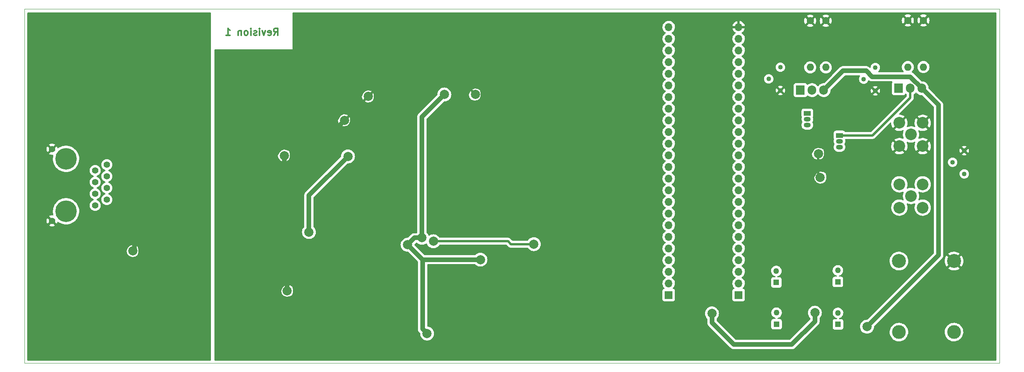
<source format=gbr>
%TF.GenerationSoftware,KiCad,Pcbnew,(6.0.11)*%
%TF.CreationDate,2023-03-24T12:06:59+00:00*%
%TF.ProjectId,transceiver_board,7472616e-7363-4656-9976-65725f626f61,0*%
%TF.SameCoordinates,Original*%
%TF.FileFunction,Copper,L2,Bot*%
%TF.FilePolarity,Positive*%
%FSLAX46Y46*%
G04 Gerber Fmt 4.6, Leading zero omitted, Abs format (unit mm)*
G04 Created by KiCad (PCBNEW (6.0.11)) date 2023-03-24 12:06:59*
%MOMM*%
%LPD*%
G01*
G04 APERTURE LIST*
%TA.AperFunction,Profile*%
%ADD10C,0.100000*%
%TD*%
%ADD11C,0.300000*%
%TA.AperFunction,NonConductor*%
%ADD12C,0.300000*%
%TD*%
%TA.AperFunction,ComponentPad*%
%ADD13C,1.016000*%
%TD*%
%TA.AperFunction,ComponentPad*%
%ADD14C,1.600000*%
%TD*%
%TA.AperFunction,ComponentPad*%
%ADD15O,1.600000X1.600000*%
%TD*%
%TA.AperFunction,ComponentPad*%
%ADD16C,2.540000*%
%TD*%
%TA.AperFunction,ComponentPad*%
%ADD17C,1.400000*%
%TD*%
%TA.AperFunction,ComponentPad*%
%ADD18C,4.700000*%
%TD*%
%TA.AperFunction,ComponentPad*%
%ADD19C,3.048424*%
%TD*%
%TA.AperFunction,ComponentPad*%
%ADD20C,2.997226*%
%TD*%
%TA.AperFunction,ComponentPad*%
%ADD21R,1.270000X1.270000*%
%TD*%
%TA.AperFunction,ComponentPad*%
%ADD22C,1.270000*%
%TD*%
%TA.AperFunction,ComponentPad*%
%ADD23R,1.500000X1.050000*%
%TD*%
%TA.AperFunction,ComponentPad*%
%ADD24O,1.500000X1.050000*%
%TD*%
%TA.AperFunction,ComponentPad*%
%ADD25R,1.905000X2.000000*%
%TD*%
%TA.AperFunction,ComponentPad*%
%ADD26O,1.905000X2.000000*%
%TD*%
%TA.AperFunction,ComponentPad*%
%ADD27R,1.700000X1.700000*%
%TD*%
%TA.AperFunction,ComponentPad*%
%ADD28O,1.700000X1.700000*%
%TD*%
%TA.AperFunction,ViaPad*%
%ADD29C,2.000000*%
%TD*%
%TA.AperFunction,Conductor*%
%ADD30C,1.000000*%
%TD*%
%TA.AperFunction,Conductor*%
%ADD31C,0.500000*%
%TD*%
G04 APERTURE END LIST*
D10*
X228900000Y-41200000D02*
X16400000Y-41200000D01*
X16400000Y-41200000D02*
X16400000Y-118400000D01*
X16400000Y-118400000D02*
X228900000Y-118400000D01*
X228900000Y-118400000D02*
X228900000Y-41200000D01*
D11*
D12*
X70689285Y-46953571D02*
X71189285Y-46239285D01*
X71546428Y-46953571D02*
X71546428Y-45453571D01*
X70975000Y-45453571D01*
X70832142Y-45525000D01*
X70760714Y-45596428D01*
X70689285Y-45739285D01*
X70689285Y-45953571D01*
X70760714Y-46096428D01*
X70832142Y-46167857D01*
X70975000Y-46239285D01*
X71546428Y-46239285D01*
X69475000Y-46882142D02*
X69617857Y-46953571D01*
X69903571Y-46953571D01*
X70046428Y-46882142D01*
X70117857Y-46739285D01*
X70117857Y-46167857D01*
X70046428Y-46025000D01*
X69903571Y-45953571D01*
X69617857Y-45953571D01*
X69475000Y-46025000D01*
X69403571Y-46167857D01*
X69403571Y-46310714D01*
X70117857Y-46453571D01*
X68903571Y-45953571D02*
X68546428Y-46953571D01*
X68189285Y-45953571D01*
X67617857Y-46953571D02*
X67617857Y-45953571D01*
X67617857Y-45453571D02*
X67689285Y-45525000D01*
X67617857Y-45596428D01*
X67546428Y-45525000D01*
X67617857Y-45453571D01*
X67617857Y-45596428D01*
X66975000Y-46882142D02*
X66832142Y-46953571D01*
X66546428Y-46953571D01*
X66403571Y-46882142D01*
X66332142Y-46739285D01*
X66332142Y-46667857D01*
X66403571Y-46525000D01*
X66546428Y-46453571D01*
X66760714Y-46453571D01*
X66903571Y-46382142D01*
X66975000Y-46239285D01*
X66975000Y-46167857D01*
X66903571Y-46025000D01*
X66760714Y-45953571D01*
X66546428Y-45953571D01*
X66403571Y-46025000D01*
X65689285Y-46953571D02*
X65689285Y-45953571D01*
X65689285Y-45453571D02*
X65760714Y-45525000D01*
X65689285Y-45596428D01*
X65617857Y-45525000D01*
X65689285Y-45453571D01*
X65689285Y-45596428D01*
X64760714Y-46953571D02*
X64903571Y-46882142D01*
X64975000Y-46810714D01*
X65046428Y-46667857D01*
X65046428Y-46239285D01*
X64975000Y-46096428D01*
X64903571Y-46025000D01*
X64760714Y-45953571D01*
X64546428Y-45953571D01*
X64403571Y-46025000D01*
X64332142Y-46096428D01*
X64260714Y-46239285D01*
X64260714Y-46667857D01*
X64332142Y-46810714D01*
X64403571Y-46882142D01*
X64546428Y-46953571D01*
X64760714Y-46953571D01*
X63617857Y-45953571D02*
X63617857Y-46953571D01*
X63617857Y-46096428D02*
X63546428Y-46025000D01*
X63403571Y-45953571D01*
X63189285Y-45953571D01*
X63046428Y-46025000D01*
X62975000Y-46167857D01*
X62975000Y-46953571D01*
X60332142Y-46953571D02*
X61189285Y-46953571D01*
X60760714Y-46953571D02*
X60760714Y-45453571D01*
X60903571Y-45667857D01*
X61046428Y-45810714D01*
X61189285Y-45882142D01*
D13*
%TO.P,RV3,1,1*%
%TO.N,GND*%
X181109250Y-59010000D03*
%TO.P,RV3,2,2*%
%TO.N,Net-(RV3-Pad2)*%
X178569250Y-56470000D03*
%TO.P,RV3,3,3*%
%TO.N,Net-(R1-Pad1)*%
X181109250Y-53930000D03*
%TD*%
%TO.P,RV1,1,1*%
%TO.N,+5V*%
X221200000Y-77190000D03*
%TO.P,RV1,2,2*%
%TO.N,/Comparator/trigger_voltage*%
X218660000Y-74650000D03*
%TO.P,RV1,3,3*%
%TO.N,GND*%
X221200000Y-72110000D03*
%TD*%
D14*
%TO.P,R2,1*%
%TO.N,GND*%
X208900000Y-43720000D03*
D15*
%TO.P,R2,2*%
%TO.N,/laser/High volt*%
X208900000Y-53880000D03*
%TD*%
D16*
%TO.P,J5,1,1*%
%TO.N,Net-(C_noise1-Pad1)*%
X209600000Y-81990000D03*
%TO.P,J5,2,2*%
%TO.N,Receiver_Output*%
X212140000Y-79450000D03*
%TO.P,J5,3,3*%
X212140000Y-84530000D03*
%TO.P,J5,4,4*%
X207060000Y-84530000D03*
%TO.P,J5,5,5*%
X207060000Y-79450000D03*
%TD*%
D17*
%TO.P,J1,1,1*%
%TO.N,ETH-TXp*%
X31775000Y-84060000D03*
%TO.P,J1,2,2*%
%TO.N,ETH-TXn*%
X34315000Y-82790000D03*
%TO.P,J1,3,3*%
%TO.N,ETH-RXp*%
X31775000Y-81520000D03*
%TO.P,J1,4,4*%
%TO.N,Net-(J1-Pad4)*%
X34315000Y-80250000D03*
%TO.P,J1,5,5*%
%TO.N,Net-(J1-Pad5)*%
X31775000Y-78980000D03*
%TO.P,J1,6,6*%
%TO.N,ETH-RXn*%
X34315000Y-77710000D03*
%TO.P,J1,7,7*%
%TO.N,Net-(J1-Pad7)*%
X31775000Y-76440000D03*
%TO.P,J1,8,8*%
%TO.N,Net-(J1-Pad8)*%
X34315000Y-75170000D03*
D18*
%TO.P,J1,9*%
%TO.N,N/C*%
X25425000Y-85330000D03*
%TO.P,J1,10*%
X25425000Y-73900000D03*
D17*
%TO.P,J1,11,11*%
%TO.N,GND1*%
X22375000Y-87420000D03*
%TO.P,J1,12,12*%
X22375000Y-71810000D03*
%TD*%
D19*
%TO.P,J4,1,Pin_1*%
%TO.N,GND*%
X218963001Y-96181500D03*
D20*
%TO.P,J4,2*%
%TO.N,N/C*%
X218963001Y-111681500D03*
%TD*%
D21*
%TO.P,L4,1,1*%
%TO.N,+12V*%
X193675000Y-109987500D03*
D22*
%TO.P,L4,2,2*%
%TO.N,Net-(C32-Pad1)*%
X193675000Y-107487500D03*
%TD*%
D23*
%TO.P,Q2,1,C*%
%TO.N,/laser/Low volt*%
X187000000Y-63990000D03*
D24*
%TO.P,Q2,2,B*%
%TO.N,FPGA_TXn*%
X187000000Y-65260000D03*
%TO.P,Q2,3,E*%
%TO.N,Net-(J3-Pad1)*%
X187000000Y-66530000D03*
%TD*%
D14*
%TO.P,R3,1*%
%TO.N,GND*%
X191020000Y-43800000D03*
D15*
%TO.P,R3,2*%
%TO.N,/laser/Low volt*%
X191020000Y-53960000D03*
%TD*%
D19*
%TO.P,J2,1,Pin_1*%
%TO.N,+12V*%
X206963001Y-96181500D03*
D20*
%TO.P,J2,2*%
%TO.N,N/C*%
X206963001Y-111681500D03*
%TD*%
D21*
%TO.P,L3,1,1*%
%TO.N,+12V*%
X180283250Y-109966750D03*
D22*
%TO.P,L3,2,2*%
%TO.N,Net-(C45-Pad1)*%
X180283250Y-107466750D03*
%TD*%
D25*
%TO.P,U6,1,ADJ*%
%TO.N,Net-(RV2-Pad2)*%
X206880000Y-58525000D03*
D26*
%TO.P,U6,2,VO*%
%TO.N,/laser/High volt*%
X209420000Y-58525000D03*
%TO.P,U6,3,VI*%
%TO.N,+12V*%
X211960000Y-58525000D03*
%TD*%
D25*
%TO.P,U7,1,ADJ*%
%TO.N,Net-(RV3-Pad2)*%
X185480000Y-58925000D03*
D26*
%TO.P,U7,2,VO*%
%TO.N,/laser/Low volt*%
X188020000Y-58925000D03*
%TO.P,U7,3,VI*%
%TO.N,+12V*%
X190560000Y-58925000D03*
%TD*%
D27*
%TO.P,FPGA1,1,Digital*%
%TO.N,PHY-MDIO*%
X156780000Y-103590000D03*
D28*
%TO.P,FPGA1,2,Digital*%
%TO.N,PHY-MDC*%
X156780000Y-101050000D03*
%TO.P,FPGA1,3,Digital*%
%TO.N,PHY-RXD3*%
X156780000Y-98510000D03*
%TO.P,FPGA1,4,Digital*%
%TO.N,PHY-RXD2*%
X156780000Y-95970000D03*
%TO.P,FPGA1,5,Digital*%
%TO.N,PHY-RXD1*%
X156780000Y-93430000D03*
%TO.P,FPGA1,6,Digital*%
%TO.N,PHY-RXD0*%
X156780000Y-90890000D03*
%TO.P,FPGA1,7,Digital*%
%TO.N,PHY-RX_DV*%
X156780000Y-88350000D03*
%TO.P,FPGA1,8,Digital*%
%TO.N,PHY-RX_CLK*%
X156780000Y-85810000D03*
%TO.P,FPGA1,9,Digital*%
%TO.N,PHY-RX_ER*%
X156780000Y-83270000D03*
%TO.P,FPGA1,10,Digital*%
%TO.N,PHY-TX_ER*%
X156780000Y-80730000D03*
%TO.P,FPGA1,11,Digital*%
%TO.N,PHY-TX_CLK*%
X156780000Y-78190000D03*
%TO.P,FPGA1,12,Digital*%
%TO.N,PHY-TX_EN*%
X156780000Y-75650000D03*
%TO.P,FPGA1,13,Digital*%
%TO.N,PHY-TXD0*%
X156780000Y-73110000D03*
%TO.P,FPGA1,14,Digital*%
%TO.N,PHY-TXD1*%
X156780000Y-70570000D03*
%TO.P,FPGA1,15,Analogue*%
%TO.N,PHY-TXD2*%
X156780000Y-68030000D03*
%TO.P,FPGA1,16,Analogue*%
%TO.N,PHY-TXD3*%
X156780000Y-65490000D03*
%TO.P,FPGA1,17,Digital*%
%TO.N,PHY-COL*%
X156780000Y-62950000D03*
%TO.P,FPGA1,18,Digital*%
%TO.N,PHY-CRS*%
X156780000Y-60410000D03*
%TO.P,FPGA1,19,Digital*%
%TO.N,unconnected-(FPGA1-Pad19)*%
X156780000Y-57870000D03*
%TO.P,FPGA1,20,Digital*%
%TO.N,unconnected-(FPGA1-Pad20)*%
X156780000Y-55330000D03*
%TO.P,FPGA1,21,Digital*%
%TO.N,unconnected-(FPGA1-Pad21)*%
X156780000Y-52790000D03*
%TO.P,FPGA1,22,Digital*%
%TO.N,unconnected-(FPGA1-Pad22)*%
X156780000Y-50250000D03*
%TO.P,FPGA1,23,Digital*%
%TO.N,unconnected-(FPGA1-Pad23)*%
X156780000Y-47710000D03*
%TO.P,FPGA1,24,VU*%
%TO.N,Net-(D3-Pad1)*%
X156780000Y-45170000D03*
%TO.P,FPGA1,25,GND*%
%TO.N,GND*%
X172020000Y-45170000D03*
%TO.P,FPGA1,26,Digital*%
%TO.N,unconnected-(FPGA1-Pad26)*%
X172020000Y-47710000D03*
%TO.P,FPGA1,27,Digital*%
%TO.N,unconnected-(FPGA1-Pad27)*%
X172020000Y-50250000D03*
%TO.P,FPGA1,28,Digital*%
%TO.N,unconnected-(FPGA1-Pad28)*%
X172020000Y-52790000D03*
%TO.P,FPGA1,29,Digital*%
%TO.N,unconnected-(FPGA1-Pad29)*%
X172020000Y-55330000D03*
%TO.P,FPGA1,30,Digital*%
%TO.N,unconnected-(FPGA1-Pad30)*%
X172020000Y-57870000D03*
%TO.P,FPGA1,31,Digital*%
%TO.N,unconnected-(FPGA1-Pad31)*%
X172020000Y-60410000D03*
%TO.P,FPGA1,32,Digital*%
%TO.N,unconnected-(FPGA1-Pad32)*%
X172020000Y-62950000D03*
%TO.P,FPGA1,33,Digital*%
%TO.N,FPGA_TXn*%
X172020000Y-65490000D03*
%TO.P,FPGA1,34,Digital*%
%TO.N,unconnected-(FPGA1-Pad34)*%
X172020000Y-68030000D03*
%TO.P,FPGA1,35,Digital*%
%TO.N,FPGA_TXp*%
X172020000Y-70570000D03*
%TO.P,FPGA1,36,Digital*%
%TO.N,unconnected-(FPGA1-Pad36)*%
X172020000Y-73110000D03*
%TO.P,FPGA1,37,Digital*%
%TO.N,Comparator_Output*%
X172020000Y-75650000D03*
%TO.P,FPGA1,38,Digital*%
%TO.N,unconnected-(FPGA1-Pad38)*%
X172020000Y-78190000D03*
%TO.P,FPGA1,39,Digital*%
%TO.N,unconnected-(FPGA1-Pad39)*%
X172020000Y-80730000D03*
%TO.P,FPGA1,40,Digital*%
%TO.N,unconnected-(FPGA1-Pad40)*%
X172020000Y-83270000D03*
%TO.P,FPGA1,41,Digital*%
%TO.N,unconnected-(FPGA1-Pad41)*%
X172020000Y-85810000D03*
%TO.P,FPGA1,42,Digital*%
%TO.N,unconnected-(FPGA1-Pad42)*%
X172020000Y-88350000D03*
%TO.P,FPGA1,43,Digital*%
%TO.N,unconnected-(FPGA1-Pad43)*%
X172020000Y-90890000D03*
%TO.P,FPGA1,44,Digital*%
%TO.N,unconnected-(FPGA1-Pad44)*%
X172020000Y-93430000D03*
%TO.P,FPGA1,45,Digital*%
%TO.N,unconnected-(FPGA1-Pad45)*%
X172020000Y-95970000D03*
%TO.P,FPGA1,46,Digital*%
%TO.N,unconnected-(FPGA1-Pad46)*%
X172020000Y-98510000D03*
%TO.P,FPGA1,47,Digital*%
%TO.N,unconnected-(FPGA1-Pad47)*%
X172020000Y-101050000D03*
D27*
%TO.P,FPGA1,48,Digital*%
%TO.N,unconnected-(FPGA1-Pad48)*%
X172020000Y-103590000D03*
%TD*%
D13*
%TO.P,RV2,1,1*%
%TO.N,GND*%
X201820000Y-59070000D03*
%TO.P,RV2,2,2*%
%TO.N,Net-(RV2-Pad2)*%
X199280000Y-56530000D03*
%TO.P,RV2,3,3*%
%TO.N,Net-(R46-Pad1)*%
X201820000Y-53990000D03*
%TD*%
D16*
%TO.P,J3,1,1*%
%TO.N,Net-(J3-Pad1)*%
X209600000Y-68590000D03*
%TO.P,J3,2,2*%
%TO.N,GND*%
X212140000Y-66050000D03*
%TO.P,J3,3,3*%
X212140000Y-71130000D03*
%TO.P,J3,4,4*%
X207060000Y-71130000D03*
%TO.P,J3,5,5*%
X207060000Y-66050000D03*
%TD*%
D14*
%TO.P,R4,1*%
%TO.N,GND*%
X212300000Y-43720000D03*
D15*
%TO.P,R4,2*%
%TO.N,/laser/High volt*%
X212300000Y-53880000D03*
%TD*%
D21*
%TO.P,L1,1,1*%
%TO.N,Net-(C33-Pad1)*%
X180233250Y-100841750D03*
D22*
%TO.P,L1,2,2*%
%TO.N,+3V3*%
X180233250Y-98341750D03*
%TD*%
D23*
%TO.P,Q1,1,C*%
%TO.N,/laser/High volt*%
X194000000Y-68790000D03*
D24*
%TO.P,Q1,2,B*%
%TO.N,FPGA_TXp*%
X194000000Y-70060000D03*
%TO.P,Q1,3,E*%
%TO.N,Net-(J3-Pad1)*%
X194000000Y-71330000D03*
%TD*%
D14*
%TO.P,R11,1*%
%TO.N,GND*%
X187620000Y-43800000D03*
D15*
%TO.P,R11,2*%
%TO.N,/laser/Low volt*%
X187620000Y-53960000D03*
%TD*%
D21*
%TO.P,L2,1,1*%
%TO.N,Net-(C34-Pad1)*%
X193650000Y-100737500D03*
D22*
%TO.P,L2,2,2*%
%TO.N,+5V*%
X193650000Y-98237500D03*
%TD*%
D29*
%TO.N,+12V*%
X200000000Y-110500000D03*
%TO.N,GND*%
X73635000Y-102675000D03*
X86125000Y-65490000D03*
X73000000Y-73200000D03*
X91307500Y-60307500D03*
X114625000Y-59875000D03*
X189800000Y-78000000D03*
X189390000Y-72800000D03*
%TO.N,PHY-VDD*%
X115750000Y-95875000D03*
X107875000Y-59875000D03*
X99875000Y-92625000D03*
X103000000Y-91125000D03*
X104125000Y-112000000D03*
%TO.N,PHY-AVDD*%
X86875000Y-73365000D03*
X78365000Y-89865000D03*
%TO.N,PHY-VREG*%
X127375000Y-92500000D03*
X105500000Y-91875000D03*
%TO.N,+5V*%
X166200000Y-107600000D03*
X188637500Y-107447500D03*
%TO.N,GND1*%
X40000000Y-94000000D03*
%TD*%
D30*
%TO.N,+12V*%
X194790000Y-54700000D02*
X199800000Y-54700000D01*
X211960000Y-58525000D02*
X215600000Y-62165000D01*
X215600000Y-62165000D02*
X215600000Y-94900000D01*
X199800000Y-54700000D02*
X201100000Y-56000000D01*
X209435000Y-56000000D02*
X211960000Y-58525000D01*
X190560000Y-58925000D02*
X190565000Y-58925000D01*
X201100000Y-56000000D02*
X209435000Y-56000000D01*
X190565000Y-58925000D02*
X194790000Y-54700000D01*
X215600000Y-94900000D02*
X200000000Y-110500000D01*
D31*
%TO.N,GND*%
X189377962Y-72812038D02*
X189377962Y-77577962D01*
D30*
X73000000Y-73200000D02*
X73000000Y-77345000D01*
X73635000Y-102675000D02*
X73635000Y-77980000D01*
D31*
X111500000Y-56750000D02*
X94865000Y-56750000D01*
X94865000Y-56750000D02*
X91307500Y-60307500D01*
X189377962Y-77577962D02*
X189800000Y-78000000D01*
X91307500Y-60307500D02*
X86125000Y-65490000D01*
D30*
X73000000Y-77345000D02*
X73635000Y-77980000D01*
D31*
X114625000Y-59875000D02*
X111500000Y-56750000D01*
D30*
X73635000Y-77980000D02*
X86125000Y-65490000D01*
D31*
X189390000Y-72800000D02*
X189377962Y-72812038D01*
D30*
%TO.N,PHY-VDD*%
X103125000Y-111000000D02*
X104125000Y-112000000D01*
X99875000Y-92625000D02*
X101375000Y-91125000D01*
X101375000Y-91125000D02*
X103000000Y-91125000D01*
X103000000Y-64750000D02*
X107875000Y-59875000D01*
X103000000Y-91125000D02*
X103000000Y-64750000D01*
X103125000Y-95875000D02*
X103125000Y-111000000D01*
X103125000Y-95875000D02*
X99875000Y-92625000D01*
X115750000Y-95875000D02*
X103125000Y-95875000D01*
%TO.N,PHY-AVDD*%
X78365000Y-81875000D02*
X86875000Y-73365000D01*
X78365000Y-89865000D02*
X78365000Y-81875000D01*
D31*
%TO.N,PHY-VREG*%
X105500000Y-91875000D02*
X121750000Y-91875000D01*
X121750000Y-91875000D02*
X122375000Y-92500000D01*
X122375000Y-92500000D02*
X127375000Y-92500000D01*
D30*
%TO.N,+5V*%
X188637500Y-109362500D02*
X183600000Y-114400000D01*
X171000000Y-114400000D02*
X166200000Y-109600000D01*
X166200000Y-109600000D02*
X166200000Y-107600000D01*
X183600000Y-114400000D02*
X171000000Y-114400000D01*
X188637500Y-107447500D02*
X188637500Y-109362500D01*
D31*
%TO.N,/laser/High volt*%
X201200000Y-68790000D02*
X209420000Y-60570000D01*
X194000000Y-68790000D02*
X201200000Y-68790000D01*
X209420000Y-60570000D02*
X209420000Y-58525000D01*
D30*
%TO.N,GND1*%
X40300000Y-93700000D02*
X40300000Y-89800000D01*
X40000000Y-94000000D02*
X40300000Y-93700000D01*
%TD*%
%TA.AperFunction,Conductor*%
%TO.N,GND1*%
G36*
X56942121Y-42020002D02*
G01*
X56988614Y-42073658D01*
X57000000Y-42126000D01*
X57000000Y-117765500D01*
X56979998Y-117833621D01*
X56926342Y-117880114D01*
X56874000Y-117891500D01*
X17126000Y-117891500D01*
X17057879Y-117871498D01*
X17011386Y-117817842D01*
X17000000Y-117765500D01*
X17000000Y-94000000D01*
X38600000Y-94000000D01*
X38700000Y-94500000D01*
X39000000Y-94900000D01*
X39200000Y-95100000D01*
X39213917Y-95104639D01*
X39786082Y-95295361D01*
X39786083Y-95295361D01*
X39800000Y-95300000D01*
X40500000Y-95200000D01*
X41000000Y-94900000D01*
X41200000Y-94300000D01*
X41200000Y-93800000D01*
X41100000Y-93100000D01*
X40600000Y-92800000D01*
X39900000Y-92700000D01*
X39886083Y-92704639D01*
X39886082Y-92704639D01*
X39317282Y-92894239D01*
X39317281Y-92894240D01*
X39300000Y-92900000D01*
X38900000Y-93400000D01*
X38897026Y-93405947D01*
X38608101Y-93983797D01*
X38608101Y-93983799D01*
X38600000Y-94000000D01*
X17000000Y-94000000D01*
X17000000Y-88434261D01*
X21725294Y-88434261D01*
X21734590Y-88446276D01*
X21764189Y-88467001D01*
X21773677Y-88472479D01*
X21955277Y-88557159D01*
X21965571Y-88560907D01*
X22159122Y-88612769D01*
X22169909Y-88614671D01*
X22369525Y-88632135D01*
X22380475Y-88632135D01*
X22580091Y-88614671D01*
X22590878Y-88612769D01*
X22784429Y-88560907D01*
X22794723Y-88557159D01*
X22976323Y-88472479D01*
X22985811Y-88467001D01*
X23016248Y-88445689D01*
X23024623Y-88435212D01*
X23017554Y-88421764D01*
X22387812Y-87792022D01*
X22373868Y-87784408D01*
X22372035Y-87784539D01*
X22365420Y-87788790D01*
X21731724Y-88422486D01*
X21725294Y-88434261D01*
X17000000Y-88434261D01*
X17000000Y-87425475D01*
X21162865Y-87425475D01*
X21180329Y-87625091D01*
X21182231Y-87635878D01*
X21234093Y-87829429D01*
X21237841Y-87839723D01*
X21322521Y-88021323D01*
X21327999Y-88030811D01*
X21349311Y-88061248D01*
X21359788Y-88069623D01*
X21373236Y-88062554D01*
X22002978Y-87432812D01*
X22010592Y-87418868D01*
X22010461Y-87417035D01*
X22006210Y-87410420D01*
X21372514Y-86776724D01*
X21360739Y-86770294D01*
X21348724Y-86779590D01*
X21327999Y-86809189D01*
X21322521Y-86818677D01*
X21237841Y-87000277D01*
X21234093Y-87010571D01*
X21182231Y-87204122D01*
X21180329Y-87214909D01*
X21162865Y-87414525D01*
X21162865Y-87425475D01*
X17000000Y-87425475D01*
X17000000Y-86404788D01*
X21725377Y-86404788D01*
X21732446Y-86418236D01*
X23377486Y-88063276D01*
X23389261Y-88069706D01*
X23401276Y-88060410D01*
X23422001Y-88030811D01*
X23427479Y-88021323D01*
X23512159Y-87839723D01*
X23515908Y-87829426D01*
X23547627Y-87711048D01*
X23584579Y-87650425D01*
X23648440Y-87619404D01*
X23718934Y-87627832D01*
X23742860Y-87641336D01*
X23887793Y-87745481D01*
X23887799Y-87745485D01*
X23890744Y-87747601D01*
X24178784Y-87907922D01*
X24483342Y-88034074D01*
X24486836Y-88035069D01*
X24486838Y-88035070D01*
X24796880Y-88123388D01*
X24796885Y-88123389D01*
X24800381Y-88124385D01*
X24986993Y-88154944D01*
X25122118Y-88177072D01*
X25122125Y-88177073D01*
X25125699Y-88177658D01*
X25290341Y-88185422D01*
X25451357Y-88193016D01*
X25451358Y-88193016D01*
X25454984Y-88193187D01*
X25466877Y-88192376D01*
X25780241Y-88171014D01*
X25780249Y-88171013D01*
X25783872Y-88170766D01*
X25787448Y-88170103D01*
X25787450Y-88170103D01*
X26104438Y-88111353D01*
X26104442Y-88111352D01*
X26108003Y-88110692D01*
X26423082Y-88013761D01*
X26563406Y-87952163D01*
X26721604Y-87882719D01*
X26721612Y-87882715D01*
X26724931Y-87881258D01*
X27009550Y-87714940D01*
X27273167Y-87517011D01*
X27512288Y-87290094D01*
X27723743Y-87037197D01*
X27867284Y-86818677D01*
X27902742Y-86764698D01*
X27902747Y-86764689D01*
X27904729Y-86761672D01*
X28052847Y-86467171D01*
X28141349Y-86225329D01*
X28164887Y-86161008D01*
X28164888Y-86161004D01*
X28166135Y-86157597D01*
X28166980Y-86154075D01*
X28166983Y-86154067D01*
X28242244Y-85840584D01*
X28242245Y-85840580D01*
X28243091Y-85837055D01*
X28282694Y-85509791D01*
X28288344Y-85330000D01*
X28285064Y-85273116D01*
X28269577Y-85004515D01*
X28269576Y-85004510D01*
X28269368Y-85000895D01*
X28212691Y-84676153D01*
X28211184Y-84671063D01*
X28151507Y-84469600D01*
X28119065Y-84360077D01*
X28084645Y-84279380D01*
X27991155Y-84060195D01*
X27991153Y-84060192D01*
X27991071Y-84060000D01*
X30561884Y-84060000D01*
X30580314Y-84270655D01*
X30581738Y-84275968D01*
X30581738Y-84275970D01*
X30605209Y-84363563D01*
X30635044Y-84474910D01*
X30637366Y-84479891D01*
X30637367Y-84479892D01*
X30686598Y-84585467D01*
X30724411Y-84666558D01*
X30845699Y-84839776D01*
X30995224Y-84989301D01*
X31168442Y-85110589D01*
X31173420Y-85112910D01*
X31173423Y-85112912D01*
X31355108Y-85197633D01*
X31360090Y-85199956D01*
X31365398Y-85201378D01*
X31365400Y-85201379D01*
X31559030Y-85253262D01*
X31559032Y-85253262D01*
X31564345Y-85254686D01*
X31775000Y-85273116D01*
X31985655Y-85254686D01*
X31990968Y-85253262D01*
X31990970Y-85253262D01*
X32184600Y-85201379D01*
X32184602Y-85201378D01*
X32189910Y-85199956D01*
X32194892Y-85197633D01*
X32376577Y-85112912D01*
X32376580Y-85112910D01*
X32381558Y-85110589D01*
X32554776Y-84989301D01*
X32704301Y-84839776D01*
X32825589Y-84666558D01*
X32863403Y-84585467D01*
X32912633Y-84479892D01*
X32912634Y-84479891D01*
X32914956Y-84474910D01*
X32944792Y-84363563D01*
X32968262Y-84275970D01*
X32968262Y-84275968D01*
X32969686Y-84270655D01*
X32988116Y-84060000D01*
X32969686Y-83849345D01*
X32967340Y-83840589D01*
X32916379Y-83650400D01*
X32916378Y-83650398D01*
X32914956Y-83645090D01*
X32881653Y-83573671D01*
X32827912Y-83458423D01*
X32827910Y-83458420D01*
X32825589Y-83453442D01*
X32704301Y-83280224D01*
X32554776Y-83130699D01*
X32381558Y-83009411D01*
X32376580Y-83007090D01*
X32376577Y-83007088D01*
X32194892Y-82922367D01*
X32194891Y-82922366D01*
X32189910Y-82920044D01*
X32184602Y-82918622D01*
X32184600Y-82918621D01*
X32158796Y-82911707D01*
X32098173Y-82874755D01*
X32067152Y-82810894D01*
X32069650Y-82790000D01*
X33101884Y-82790000D01*
X33120314Y-83000655D01*
X33121738Y-83005968D01*
X33121738Y-83005970D01*
X33123506Y-83012566D01*
X33175044Y-83204910D01*
X33177366Y-83209891D01*
X33177367Y-83209892D01*
X33212268Y-83284736D01*
X33264411Y-83396558D01*
X33385699Y-83569776D01*
X33535224Y-83719301D01*
X33708442Y-83840589D01*
X33713420Y-83842910D01*
X33713423Y-83842912D01*
X33715821Y-83844030D01*
X33900090Y-83929956D01*
X33905398Y-83931378D01*
X33905400Y-83931379D01*
X34099030Y-83983262D01*
X34099032Y-83983262D01*
X34104345Y-83984686D01*
X34315000Y-84003116D01*
X34525655Y-83984686D01*
X34530968Y-83983262D01*
X34530970Y-83983262D01*
X34724600Y-83931379D01*
X34724602Y-83931378D01*
X34729910Y-83929956D01*
X34914179Y-83844030D01*
X34916577Y-83842912D01*
X34916580Y-83842910D01*
X34921558Y-83840589D01*
X35094776Y-83719301D01*
X35244301Y-83569776D01*
X35365589Y-83396558D01*
X35417733Y-83284736D01*
X35452633Y-83209892D01*
X35452634Y-83209891D01*
X35454956Y-83204910D01*
X35506495Y-83012566D01*
X35508262Y-83005970D01*
X35508262Y-83005968D01*
X35509686Y-83000655D01*
X35528116Y-82790000D01*
X35509686Y-82579345D01*
X35507340Y-82570589D01*
X35456379Y-82380400D01*
X35456378Y-82380398D01*
X35454956Y-82375090D01*
X35421653Y-82303671D01*
X35367912Y-82188423D01*
X35367910Y-82188420D01*
X35365589Y-82183442D01*
X35244301Y-82010224D01*
X35094776Y-81860699D01*
X34921558Y-81739411D01*
X34916580Y-81737090D01*
X34916577Y-81737088D01*
X34734892Y-81652367D01*
X34734891Y-81652366D01*
X34729910Y-81650044D01*
X34724602Y-81648622D01*
X34724600Y-81648621D01*
X34698796Y-81641707D01*
X34638173Y-81604755D01*
X34607152Y-81540894D01*
X34615580Y-81470400D01*
X34660783Y-81415653D01*
X34698796Y-81398293D01*
X34724600Y-81391379D01*
X34724602Y-81391378D01*
X34729910Y-81389956D01*
X34914179Y-81304030D01*
X34916577Y-81302912D01*
X34916580Y-81302910D01*
X34921558Y-81300589D01*
X35094776Y-81179301D01*
X35244301Y-81029776D01*
X35365589Y-80856558D01*
X35417733Y-80744736D01*
X35452633Y-80669892D01*
X35452634Y-80669891D01*
X35454956Y-80664910D01*
X35506495Y-80472566D01*
X35508262Y-80465970D01*
X35508262Y-80465968D01*
X35509686Y-80460655D01*
X35528116Y-80250000D01*
X35509686Y-80039345D01*
X35507340Y-80030589D01*
X35456379Y-79840400D01*
X35456378Y-79840398D01*
X35454956Y-79835090D01*
X35421653Y-79763671D01*
X35367912Y-79648423D01*
X35367910Y-79648420D01*
X35365589Y-79643442D01*
X35244301Y-79470224D01*
X35094776Y-79320699D01*
X34921558Y-79199411D01*
X34916580Y-79197090D01*
X34916577Y-79197088D01*
X34734892Y-79112367D01*
X34734891Y-79112366D01*
X34729910Y-79110044D01*
X34724602Y-79108622D01*
X34724600Y-79108621D01*
X34698796Y-79101707D01*
X34638173Y-79064755D01*
X34607152Y-79000894D01*
X34615580Y-78930400D01*
X34660783Y-78875653D01*
X34698796Y-78858293D01*
X34724600Y-78851379D01*
X34724602Y-78851378D01*
X34729910Y-78849956D01*
X34914179Y-78764030D01*
X34916577Y-78762912D01*
X34916580Y-78762910D01*
X34921558Y-78760589D01*
X35094776Y-78639301D01*
X35244301Y-78489776D01*
X35365589Y-78316558D01*
X35417733Y-78204736D01*
X35452633Y-78129892D01*
X35452634Y-78129891D01*
X35454956Y-78124910D01*
X35506495Y-77932566D01*
X35508262Y-77925970D01*
X35508262Y-77925968D01*
X35509686Y-77920655D01*
X35528116Y-77710000D01*
X35509686Y-77499345D01*
X35507340Y-77490589D01*
X35456379Y-77300400D01*
X35456378Y-77300398D01*
X35454956Y-77295090D01*
X35421653Y-77223671D01*
X35367912Y-77108423D01*
X35367910Y-77108420D01*
X35365589Y-77103442D01*
X35244301Y-76930224D01*
X35094776Y-76780699D01*
X34921558Y-76659411D01*
X34916580Y-76657090D01*
X34916577Y-76657088D01*
X34734892Y-76572367D01*
X34734891Y-76572366D01*
X34729910Y-76570044D01*
X34724602Y-76568622D01*
X34724600Y-76568621D01*
X34698796Y-76561707D01*
X34638173Y-76524755D01*
X34607152Y-76460894D01*
X34615580Y-76390400D01*
X34660783Y-76335653D01*
X34698796Y-76318293D01*
X34724600Y-76311379D01*
X34724602Y-76311378D01*
X34729910Y-76309956D01*
X34914179Y-76224030D01*
X34916577Y-76222912D01*
X34916580Y-76222910D01*
X34921558Y-76220589D01*
X35094776Y-76099301D01*
X35244301Y-75949776D01*
X35365589Y-75776558D01*
X35417733Y-75664736D01*
X35452633Y-75589892D01*
X35452634Y-75589891D01*
X35454956Y-75584910D01*
X35506495Y-75392566D01*
X35508262Y-75385970D01*
X35508262Y-75385968D01*
X35509686Y-75380655D01*
X35528116Y-75170000D01*
X35509686Y-74959345D01*
X35454956Y-74755090D01*
X35452633Y-74750108D01*
X35367912Y-74568423D01*
X35367910Y-74568420D01*
X35365589Y-74563442D01*
X35244301Y-74390224D01*
X35094776Y-74240699D01*
X34921558Y-74119411D01*
X34916580Y-74117090D01*
X34916577Y-74117088D01*
X34734892Y-74032367D01*
X34734891Y-74032366D01*
X34729910Y-74030044D01*
X34724602Y-74028622D01*
X34724600Y-74028621D01*
X34530970Y-73976738D01*
X34530968Y-73976738D01*
X34525655Y-73975314D01*
X34315000Y-73956884D01*
X34104345Y-73975314D01*
X34099032Y-73976738D01*
X34099030Y-73976738D01*
X33905400Y-74028621D01*
X33905398Y-74028622D01*
X33900090Y-74030044D01*
X33895109Y-74032366D01*
X33895108Y-74032367D01*
X33713423Y-74117088D01*
X33713420Y-74117090D01*
X33708442Y-74119411D01*
X33535224Y-74240699D01*
X33385699Y-74390224D01*
X33264411Y-74563442D01*
X33262090Y-74568420D01*
X33262088Y-74568423D01*
X33177367Y-74750108D01*
X33175044Y-74755090D01*
X33120314Y-74959345D01*
X33101884Y-75170000D01*
X33120314Y-75380655D01*
X33121738Y-75385968D01*
X33121738Y-75385970D01*
X33123506Y-75392566D01*
X33175044Y-75584910D01*
X33177366Y-75589891D01*
X33177367Y-75589892D01*
X33212268Y-75664736D01*
X33264411Y-75776558D01*
X33385699Y-75949776D01*
X33535224Y-76099301D01*
X33708442Y-76220589D01*
X33713420Y-76222910D01*
X33713423Y-76222912D01*
X33715821Y-76224030D01*
X33900090Y-76309956D01*
X33905398Y-76311378D01*
X33905400Y-76311379D01*
X33931204Y-76318293D01*
X33991827Y-76355245D01*
X34022848Y-76419106D01*
X34014420Y-76489600D01*
X33969217Y-76544347D01*
X33931204Y-76561707D01*
X33905400Y-76568621D01*
X33905398Y-76568622D01*
X33900090Y-76570044D01*
X33895109Y-76572366D01*
X33895108Y-76572367D01*
X33713423Y-76657088D01*
X33713420Y-76657090D01*
X33708442Y-76659411D01*
X33535224Y-76780699D01*
X33385699Y-76930224D01*
X33264411Y-77103442D01*
X33262090Y-77108420D01*
X33262088Y-77108423D01*
X33208347Y-77223671D01*
X33175044Y-77295090D01*
X33173622Y-77300398D01*
X33173621Y-77300400D01*
X33122660Y-77490589D01*
X33120314Y-77499345D01*
X33101884Y-77710000D01*
X33120314Y-77920655D01*
X33121738Y-77925968D01*
X33121738Y-77925970D01*
X33123506Y-77932566D01*
X33175044Y-78124910D01*
X33177366Y-78129891D01*
X33177367Y-78129892D01*
X33212268Y-78204736D01*
X33264411Y-78316558D01*
X33385699Y-78489776D01*
X33535224Y-78639301D01*
X33708442Y-78760589D01*
X33713420Y-78762910D01*
X33713423Y-78762912D01*
X33715821Y-78764030D01*
X33900090Y-78849956D01*
X33905398Y-78851378D01*
X33905400Y-78851379D01*
X33931204Y-78858293D01*
X33991827Y-78895245D01*
X34022848Y-78959106D01*
X34014420Y-79029600D01*
X33969217Y-79084347D01*
X33931204Y-79101707D01*
X33905400Y-79108621D01*
X33905398Y-79108622D01*
X33900090Y-79110044D01*
X33895109Y-79112366D01*
X33895108Y-79112367D01*
X33713423Y-79197088D01*
X33713420Y-79197090D01*
X33708442Y-79199411D01*
X33535224Y-79320699D01*
X33385699Y-79470224D01*
X33264411Y-79643442D01*
X33262090Y-79648420D01*
X33262088Y-79648423D01*
X33208347Y-79763671D01*
X33175044Y-79835090D01*
X33173622Y-79840398D01*
X33173621Y-79840400D01*
X33122660Y-80030589D01*
X33120314Y-80039345D01*
X33101884Y-80250000D01*
X33120314Y-80460655D01*
X33121738Y-80465968D01*
X33121738Y-80465970D01*
X33123506Y-80472566D01*
X33175044Y-80664910D01*
X33177366Y-80669891D01*
X33177367Y-80669892D01*
X33212268Y-80744736D01*
X33264411Y-80856558D01*
X33385699Y-81029776D01*
X33535224Y-81179301D01*
X33708442Y-81300589D01*
X33713420Y-81302910D01*
X33713423Y-81302912D01*
X33715821Y-81304030D01*
X33900090Y-81389956D01*
X33905398Y-81391378D01*
X33905400Y-81391379D01*
X33931204Y-81398293D01*
X33991827Y-81435245D01*
X34022848Y-81499106D01*
X34014420Y-81569600D01*
X33969217Y-81624347D01*
X33931204Y-81641707D01*
X33905400Y-81648621D01*
X33905398Y-81648622D01*
X33900090Y-81650044D01*
X33895109Y-81652366D01*
X33895108Y-81652367D01*
X33713423Y-81737088D01*
X33713420Y-81737090D01*
X33708442Y-81739411D01*
X33535224Y-81860699D01*
X33385699Y-82010224D01*
X33264411Y-82183442D01*
X33262090Y-82188420D01*
X33262088Y-82188423D01*
X33208347Y-82303671D01*
X33175044Y-82375090D01*
X33173622Y-82380398D01*
X33173621Y-82380400D01*
X33122660Y-82570589D01*
X33120314Y-82579345D01*
X33101884Y-82790000D01*
X32069650Y-82790000D01*
X32075580Y-82740400D01*
X32120783Y-82685653D01*
X32158796Y-82668293D01*
X32184600Y-82661379D01*
X32184602Y-82661378D01*
X32189910Y-82659956D01*
X32194892Y-82657633D01*
X32376577Y-82572912D01*
X32376580Y-82572910D01*
X32381558Y-82570589D01*
X32554776Y-82449301D01*
X32704301Y-82299776D01*
X32825589Y-82126558D01*
X32877733Y-82014736D01*
X32912633Y-81939892D01*
X32912634Y-81939891D01*
X32914956Y-81934910D01*
X32966495Y-81742566D01*
X32968262Y-81735970D01*
X32968262Y-81735968D01*
X32969686Y-81730655D01*
X32988116Y-81520000D01*
X32969686Y-81309345D01*
X32967340Y-81300589D01*
X32916379Y-81110400D01*
X32916378Y-81110398D01*
X32914956Y-81105090D01*
X32881653Y-81033671D01*
X32827912Y-80918423D01*
X32827910Y-80918420D01*
X32825589Y-80913442D01*
X32704301Y-80740224D01*
X32554776Y-80590699D01*
X32381558Y-80469411D01*
X32376580Y-80467090D01*
X32376577Y-80467088D01*
X32194892Y-80382367D01*
X32194891Y-80382366D01*
X32189910Y-80380044D01*
X32184602Y-80378622D01*
X32184600Y-80378621D01*
X32158796Y-80371707D01*
X32098173Y-80334755D01*
X32067152Y-80270894D01*
X32075580Y-80200400D01*
X32120783Y-80145653D01*
X32158796Y-80128293D01*
X32184600Y-80121379D01*
X32184602Y-80121378D01*
X32189910Y-80119956D01*
X32374179Y-80034030D01*
X32376577Y-80032912D01*
X32376580Y-80032910D01*
X32381558Y-80030589D01*
X32554776Y-79909301D01*
X32704301Y-79759776D01*
X32825589Y-79586558D01*
X32877733Y-79474736D01*
X32912633Y-79399892D01*
X32912634Y-79399891D01*
X32914956Y-79394910D01*
X32966495Y-79202566D01*
X32968262Y-79195970D01*
X32968262Y-79195968D01*
X32969686Y-79190655D01*
X32988116Y-78980000D01*
X32969686Y-78769345D01*
X32967340Y-78760589D01*
X32916379Y-78570400D01*
X32916378Y-78570398D01*
X32914956Y-78565090D01*
X32881653Y-78493671D01*
X32827912Y-78378423D01*
X32827910Y-78378420D01*
X32825589Y-78373442D01*
X32704301Y-78200224D01*
X32554776Y-78050699D01*
X32381558Y-77929411D01*
X32376580Y-77927090D01*
X32376577Y-77927088D01*
X32194892Y-77842367D01*
X32194891Y-77842366D01*
X32189910Y-77840044D01*
X32184602Y-77838622D01*
X32184600Y-77838621D01*
X32158796Y-77831707D01*
X32098173Y-77794755D01*
X32067152Y-77730894D01*
X32075580Y-77660400D01*
X32120783Y-77605653D01*
X32158796Y-77588293D01*
X32184600Y-77581379D01*
X32184602Y-77581378D01*
X32189910Y-77579956D01*
X32374179Y-77494030D01*
X32376577Y-77492912D01*
X32376580Y-77492910D01*
X32381558Y-77490589D01*
X32554776Y-77369301D01*
X32704301Y-77219776D01*
X32825589Y-77046558D01*
X32877733Y-76934736D01*
X32912633Y-76859892D01*
X32912634Y-76859891D01*
X32914956Y-76854910D01*
X32945475Y-76741014D01*
X32968262Y-76655970D01*
X32968262Y-76655968D01*
X32969686Y-76650655D01*
X32988116Y-76440000D01*
X32969686Y-76229345D01*
X32967340Y-76220589D01*
X32916379Y-76030400D01*
X32916378Y-76030398D01*
X32914956Y-76025090D01*
X32881653Y-75953671D01*
X32827912Y-75838423D01*
X32827910Y-75838420D01*
X32825589Y-75833442D01*
X32704301Y-75660224D01*
X32554776Y-75510699D01*
X32381558Y-75389411D01*
X32376580Y-75387090D01*
X32376577Y-75387088D01*
X32194892Y-75302367D01*
X32194891Y-75302366D01*
X32189910Y-75300044D01*
X32184602Y-75298622D01*
X32184600Y-75298621D01*
X31990970Y-75246738D01*
X31990968Y-75246738D01*
X31985655Y-75245314D01*
X31775000Y-75226884D01*
X31564345Y-75245314D01*
X31559032Y-75246738D01*
X31559030Y-75246738D01*
X31365400Y-75298621D01*
X31365398Y-75298622D01*
X31360090Y-75300044D01*
X31355109Y-75302366D01*
X31355108Y-75302367D01*
X31173423Y-75387088D01*
X31173420Y-75387090D01*
X31168442Y-75389411D01*
X30995224Y-75510699D01*
X30845699Y-75660224D01*
X30724411Y-75833442D01*
X30722090Y-75838420D01*
X30722088Y-75838423D01*
X30668347Y-75953671D01*
X30635044Y-76025090D01*
X30633622Y-76030398D01*
X30633621Y-76030400D01*
X30582660Y-76220589D01*
X30580314Y-76229345D01*
X30561884Y-76440000D01*
X30580314Y-76650655D01*
X30581738Y-76655968D01*
X30581738Y-76655970D01*
X30604526Y-76741014D01*
X30635044Y-76854910D01*
X30637366Y-76859891D01*
X30637367Y-76859892D01*
X30672268Y-76934736D01*
X30724411Y-77046558D01*
X30845699Y-77219776D01*
X30995224Y-77369301D01*
X31168442Y-77490589D01*
X31173420Y-77492910D01*
X31173423Y-77492912D01*
X31175821Y-77494030D01*
X31360090Y-77579956D01*
X31365398Y-77581378D01*
X31365400Y-77581379D01*
X31391204Y-77588293D01*
X31451827Y-77625245D01*
X31482848Y-77689106D01*
X31474420Y-77759600D01*
X31429217Y-77814347D01*
X31391204Y-77831707D01*
X31365400Y-77838621D01*
X31365398Y-77838622D01*
X31360090Y-77840044D01*
X31355109Y-77842366D01*
X31355108Y-77842367D01*
X31173423Y-77927088D01*
X31173420Y-77927090D01*
X31168442Y-77929411D01*
X30995224Y-78050699D01*
X30845699Y-78200224D01*
X30724411Y-78373442D01*
X30722090Y-78378420D01*
X30722088Y-78378423D01*
X30668347Y-78493671D01*
X30635044Y-78565090D01*
X30633622Y-78570398D01*
X30633621Y-78570400D01*
X30582660Y-78760589D01*
X30580314Y-78769345D01*
X30561884Y-78980000D01*
X30580314Y-79190655D01*
X30581738Y-79195968D01*
X30581738Y-79195970D01*
X30583506Y-79202566D01*
X30635044Y-79394910D01*
X30637366Y-79399891D01*
X30637367Y-79399892D01*
X30672268Y-79474736D01*
X30724411Y-79586558D01*
X30845699Y-79759776D01*
X30995224Y-79909301D01*
X31168442Y-80030589D01*
X31173420Y-80032910D01*
X31173423Y-80032912D01*
X31175821Y-80034030D01*
X31360090Y-80119956D01*
X31365398Y-80121378D01*
X31365400Y-80121379D01*
X31391204Y-80128293D01*
X31451827Y-80165245D01*
X31482848Y-80229106D01*
X31474420Y-80299600D01*
X31429217Y-80354347D01*
X31391204Y-80371707D01*
X31365400Y-80378621D01*
X31365398Y-80378622D01*
X31360090Y-80380044D01*
X31355109Y-80382366D01*
X31355108Y-80382367D01*
X31173423Y-80467088D01*
X31173420Y-80467090D01*
X31168442Y-80469411D01*
X30995224Y-80590699D01*
X30845699Y-80740224D01*
X30724411Y-80913442D01*
X30722090Y-80918420D01*
X30722088Y-80918423D01*
X30668347Y-81033671D01*
X30635044Y-81105090D01*
X30633622Y-81110398D01*
X30633621Y-81110400D01*
X30582660Y-81300589D01*
X30580314Y-81309345D01*
X30561884Y-81520000D01*
X30580314Y-81730655D01*
X30581738Y-81735968D01*
X30581738Y-81735970D01*
X30583506Y-81742566D01*
X30635044Y-81934910D01*
X30637366Y-81939891D01*
X30637367Y-81939892D01*
X30672268Y-82014736D01*
X30724411Y-82126558D01*
X30845699Y-82299776D01*
X30995224Y-82449301D01*
X31168442Y-82570589D01*
X31173420Y-82572910D01*
X31173423Y-82572912D01*
X31355108Y-82657633D01*
X31360090Y-82659956D01*
X31365398Y-82661378D01*
X31365400Y-82661379D01*
X31391204Y-82668293D01*
X31451827Y-82705245D01*
X31482848Y-82769106D01*
X31474420Y-82839600D01*
X31429217Y-82894347D01*
X31391204Y-82911707D01*
X31365400Y-82918621D01*
X31365398Y-82918622D01*
X31360090Y-82920044D01*
X31355109Y-82922366D01*
X31355108Y-82922367D01*
X31173423Y-83007088D01*
X31173420Y-83007090D01*
X31168442Y-83009411D01*
X30995224Y-83130699D01*
X30845699Y-83280224D01*
X30724411Y-83453442D01*
X30722090Y-83458420D01*
X30722088Y-83458423D01*
X30668347Y-83573671D01*
X30635044Y-83645090D01*
X30633622Y-83650398D01*
X30633621Y-83650400D01*
X30582660Y-83840589D01*
X30580314Y-83849345D01*
X30561884Y-84060000D01*
X27991071Y-84060000D01*
X27989731Y-84056857D01*
X27958805Y-84002637D01*
X27828193Y-83773651D01*
X27826402Y-83770511D01*
X27788785Y-83719301D01*
X27633384Y-83507749D01*
X27633382Y-83507747D01*
X27631244Y-83504836D01*
X27406844Y-83263352D01*
X27404084Y-83260995D01*
X27404078Y-83260989D01*
X27158947Y-83051628D01*
X27158942Y-83051624D01*
X27156175Y-83049261D01*
X27153150Y-83047228D01*
X26885569Y-82867420D01*
X26885565Y-82867418D01*
X26882561Y-82865399D01*
X26589627Y-82714205D01*
X26281257Y-82597682D01*
X26277736Y-82596798D01*
X26277731Y-82596796D01*
X26124669Y-82558350D01*
X25961537Y-82517374D01*
X25941253Y-82514704D01*
X25638310Y-82474820D01*
X25638302Y-82474819D01*
X25634706Y-82474346D01*
X25497651Y-82472193D01*
X25308738Y-82469225D01*
X25308734Y-82469225D01*
X25305096Y-82469168D01*
X25301482Y-82469529D01*
X25301476Y-82469529D01*
X25070816Y-82492552D01*
X24977074Y-82501909D01*
X24654990Y-82572134D01*
X24651563Y-82573307D01*
X24651557Y-82573309D01*
X24394327Y-82661379D01*
X24343112Y-82678914D01*
X24045574Y-82820833D01*
X23766319Y-82996009D01*
X23763485Y-82998279D01*
X23763480Y-82998283D01*
X23696895Y-83051628D01*
X23509049Y-83202121D01*
X23506496Y-83204701D01*
X23316638Y-83396558D01*
X23277174Y-83436437D01*
X23073767Y-83695851D01*
X23071874Y-83698940D01*
X23071872Y-83698943D01*
X22929436Y-83931379D01*
X22901525Y-83976925D01*
X22900006Y-83980197D01*
X22900003Y-83980203D01*
X22865884Y-84053706D01*
X22762730Y-84275933D01*
X22761590Y-84279380D01*
X22696925Y-84474910D01*
X22659222Y-84588912D01*
X22658486Y-84592467D01*
X22658485Y-84592470D01*
X22606464Y-84843671D01*
X22592373Y-84911714D01*
X22563069Y-85240060D01*
X22563164Y-85243690D01*
X22563164Y-85243691D01*
X22563922Y-85272637D01*
X22571698Y-85569598D01*
X22618146Y-85895961D01*
X22619066Y-85899467D01*
X22619067Y-85899473D01*
X22662068Y-86063384D01*
X22660006Y-86134350D01*
X22619905Y-86192937D01*
X22554495Y-86220543D01*
X22529210Y-86220878D01*
X22380474Y-86207865D01*
X22369525Y-86207865D01*
X22169909Y-86225329D01*
X22159122Y-86227231D01*
X21965571Y-86279093D01*
X21955277Y-86282841D01*
X21773677Y-86367521D01*
X21764189Y-86372999D01*
X21733752Y-86394311D01*
X21725377Y-86404788D01*
X17000000Y-86404788D01*
X17000000Y-72824261D01*
X21725294Y-72824261D01*
X21734590Y-72836276D01*
X21764189Y-72857001D01*
X21773677Y-72862479D01*
X21955277Y-72947159D01*
X21965571Y-72950907D01*
X22159122Y-73002769D01*
X22169909Y-73004671D01*
X22369525Y-73022135D01*
X22380475Y-73022135D01*
X22524508Y-73009534D01*
X22594112Y-73023523D01*
X22645105Y-73072923D01*
X22661295Y-73142049D01*
X22658871Y-73160606D01*
X22592373Y-73481714D01*
X22563069Y-73810060D01*
X22571698Y-74139598D01*
X22618146Y-74465961D01*
X22619065Y-74469464D01*
X22619066Y-74469469D01*
X22685859Y-74724067D01*
X22701798Y-74784822D01*
X22821544Y-75091955D01*
X22823248Y-75095173D01*
X22948468Y-75331672D01*
X22975798Y-75383290D01*
X22977850Y-75386275D01*
X22977855Y-75386284D01*
X23160457Y-75651972D01*
X23160463Y-75651979D01*
X23162514Y-75654964D01*
X23379219Y-75903377D01*
X23623039Y-76125236D01*
X23625987Y-76127354D01*
X23625989Y-76127356D01*
X23887793Y-76315481D01*
X23887799Y-76315485D01*
X23890744Y-76317601D01*
X24178784Y-76477922D01*
X24483342Y-76604074D01*
X24486836Y-76605069D01*
X24486838Y-76605070D01*
X24796880Y-76693388D01*
X24796885Y-76693389D01*
X24800381Y-76694385D01*
X24986993Y-76724944D01*
X25122118Y-76747072D01*
X25122125Y-76747073D01*
X25125699Y-76747658D01*
X25290341Y-76755422D01*
X25451357Y-76763016D01*
X25451358Y-76763016D01*
X25454984Y-76763187D01*
X25466877Y-76762376D01*
X25780241Y-76741014D01*
X25780249Y-76741013D01*
X25783872Y-76740766D01*
X25787448Y-76740103D01*
X25787450Y-76740103D01*
X26104438Y-76681353D01*
X26104442Y-76681352D01*
X26108003Y-76680692D01*
X26423082Y-76583761D01*
X26637586Y-76489600D01*
X26721604Y-76452719D01*
X26721612Y-76452715D01*
X26724931Y-76451258D01*
X27009550Y-76284940D01*
X27141933Y-76185544D01*
X27270260Y-76089194D01*
X27270264Y-76089191D01*
X27273167Y-76087011D01*
X27512288Y-75860094D01*
X27723743Y-75607197D01*
X27725731Y-75604171D01*
X27902742Y-75334698D01*
X27902747Y-75334689D01*
X27904729Y-75331672D01*
X28052847Y-75037171D01*
X28166135Y-74727597D01*
X28166980Y-74724075D01*
X28166983Y-74724067D01*
X28242244Y-74410584D01*
X28242245Y-74410580D01*
X28243091Y-74407055D01*
X28263222Y-74240699D01*
X28282358Y-74082570D01*
X28282358Y-74082563D01*
X28282694Y-74079791D01*
X28284185Y-74032367D01*
X28288256Y-73902797D01*
X28288344Y-73900000D01*
X28288183Y-73897204D01*
X28269577Y-73574515D01*
X28269576Y-73574510D01*
X28269368Y-73570895D01*
X28212691Y-73246153D01*
X28119065Y-72930077D01*
X28073931Y-72824261D01*
X27991155Y-72630195D01*
X27991153Y-72630192D01*
X27989731Y-72626857D01*
X27866793Y-72411323D01*
X27828193Y-72343651D01*
X27826402Y-72340511D01*
X27737459Y-72219429D01*
X27633384Y-72077749D01*
X27633382Y-72077747D01*
X27631244Y-72074836D01*
X27406844Y-71833352D01*
X27404084Y-71830995D01*
X27404078Y-71830989D01*
X27158947Y-71621628D01*
X27158942Y-71621624D01*
X27156175Y-71619261D01*
X27134817Y-71604909D01*
X26885569Y-71437420D01*
X26885565Y-71437418D01*
X26882561Y-71435399D01*
X26589627Y-71284205D01*
X26281257Y-71167682D01*
X26277736Y-71166798D01*
X26277731Y-71166796D01*
X26124669Y-71128350D01*
X25961537Y-71087374D01*
X25941253Y-71084704D01*
X25638310Y-71044820D01*
X25638302Y-71044819D01*
X25634706Y-71044346D01*
X25497651Y-71042193D01*
X25308738Y-71039225D01*
X25308734Y-71039225D01*
X25305096Y-71039168D01*
X25301482Y-71039529D01*
X25301476Y-71039529D01*
X25070816Y-71062552D01*
X24977074Y-71071909D01*
X24654990Y-71142134D01*
X24651563Y-71143307D01*
X24651557Y-71143309D01*
X24488346Y-71199189D01*
X24343112Y-71248914D01*
X24045574Y-71390833D01*
X23766319Y-71566009D01*
X23747213Y-71581316D01*
X23681545Y-71608297D01*
X23611713Y-71595492D01*
X23559889Y-71546965D01*
X23546727Y-71515593D01*
X23515907Y-71400571D01*
X23512159Y-71390277D01*
X23427479Y-71208677D01*
X23422001Y-71199189D01*
X23400689Y-71168752D01*
X23390212Y-71160377D01*
X23376764Y-71167446D01*
X21731724Y-72812486D01*
X21725294Y-72824261D01*
X17000000Y-72824261D01*
X17000000Y-71815475D01*
X21162865Y-71815475D01*
X21180329Y-72015091D01*
X21182231Y-72025878D01*
X21234093Y-72219429D01*
X21237841Y-72229723D01*
X21322521Y-72411323D01*
X21327999Y-72420811D01*
X21349311Y-72451248D01*
X21359788Y-72459623D01*
X21373236Y-72452554D01*
X22002978Y-71822812D01*
X22010592Y-71808868D01*
X22010461Y-71807035D01*
X22006210Y-71800420D01*
X21372514Y-71166724D01*
X21360739Y-71160294D01*
X21348724Y-71169590D01*
X21327999Y-71199189D01*
X21322521Y-71208677D01*
X21237841Y-71390277D01*
X21234093Y-71400571D01*
X21182231Y-71594122D01*
X21180329Y-71604909D01*
X21162865Y-71804525D01*
X21162865Y-71815475D01*
X17000000Y-71815475D01*
X17000000Y-70794788D01*
X21725377Y-70794788D01*
X21732446Y-70808236D01*
X22362188Y-71437978D01*
X22376132Y-71445592D01*
X22377965Y-71445461D01*
X22384580Y-71441210D01*
X23018276Y-70807514D01*
X23024706Y-70795739D01*
X23015410Y-70783724D01*
X22985811Y-70762999D01*
X22976323Y-70757521D01*
X22794723Y-70672841D01*
X22784429Y-70669093D01*
X22590878Y-70617231D01*
X22580091Y-70615329D01*
X22380475Y-70597865D01*
X22369525Y-70597865D01*
X22169909Y-70615329D01*
X22159122Y-70617231D01*
X21965571Y-70669093D01*
X21955277Y-70672841D01*
X21773677Y-70757521D01*
X21764189Y-70762999D01*
X21733752Y-70784311D01*
X21725377Y-70794788D01*
X17000000Y-70794788D01*
X17000000Y-42126000D01*
X17020002Y-42057879D01*
X17073658Y-42011386D01*
X17126000Y-42000000D01*
X56874000Y-42000000D01*
X56942121Y-42020002D01*
G37*
%TD.AperFunction*%
%TD*%
%TA.AperFunction,Conductor*%
%TO.N,GND*%
G36*
X228142121Y-42020002D02*
G01*
X228188614Y-42073658D01*
X228200000Y-42126000D01*
X228200000Y-117765500D01*
X228179998Y-117833621D01*
X228126342Y-117880114D01*
X228074000Y-117891500D01*
X57926000Y-117891500D01*
X57857879Y-117871498D01*
X57811386Y-117817842D01*
X57800000Y-117765500D01*
X57800000Y-102700000D01*
X72300000Y-102700000D01*
X72400000Y-103200000D01*
X72700000Y-103600000D01*
X72900000Y-103800000D01*
X72913917Y-103804639D01*
X73486082Y-103995361D01*
X73486083Y-103995361D01*
X73500000Y-104000000D01*
X74200000Y-103900000D01*
X74700000Y-103600000D01*
X74900000Y-103000000D01*
X74900000Y-102500000D01*
X74800000Y-101800000D01*
X74727129Y-101756277D01*
X74566382Y-101659829D01*
X74300000Y-101500000D01*
X73600000Y-101400000D01*
X73586083Y-101404639D01*
X73586082Y-101404639D01*
X73017282Y-101594239D01*
X73017281Y-101594240D01*
X73000000Y-101600000D01*
X72600000Y-102100000D01*
X72597026Y-102105947D01*
X72308101Y-102683797D01*
X72308101Y-102683799D01*
X72300000Y-102700000D01*
X57800000Y-102700000D01*
X57800000Y-92625000D01*
X98361835Y-92625000D01*
X98380465Y-92861711D01*
X98381619Y-92866518D01*
X98381620Y-92866524D01*
X98402768Y-92954610D01*
X98435895Y-93092594D01*
X98437788Y-93097165D01*
X98437789Y-93097167D01*
X98504473Y-93258156D01*
X98526760Y-93311963D01*
X98529346Y-93316183D01*
X98648241Y-93510202D01*
X98648245Y-93510208D01*
X98650824Y-93514416D01*
X98805031Y-93694969D01*
X98985584Y-93849176D01*
X98989792Y-93851755D01*
X98989798Y-93851759D01*
X99112347Y-93926857D01*
X99188037Y-93973240D01*
X99192607Y-93975133D01*
X99192611Y-93975135D01*
X99348798Y-94039829D01*
X99407406Y-94064105D01*
X99487609Y-94083360D01*
X99633476Y-94118380D01*
X99633482Y-94118381D01*
X99638289Y-94119535D01*
X99875000Y-94138165D01*
X99879930Y-94137777D01*
X99879931Y-94137777D01*
X99897682Y-94136380D01*
X99967162Y-94150976D01*
X99996663Y-94172897D01*
X102079595Y-96255829D01*
X102113621Y-96318141D01*
X102116500Y-96344924D01*
X102116500Y-110938157D01*
X102115763Y-110951764D01*
X102113547Y-110972167D01*
X102111676Y-110989388D01*
X102112213Y-110995523D01*
X102116050Y-111039388D01*
X102116379Y-111044214D01*
X102116500Y-111046686D01*
X102116500Y-111049769D01*
X102116801Y-111052837D01*
X102120690Y-111092506D01*
X102120812Y-111093819D01*
X102123549Y-111125098D01*
X102128913Y-111186413D01*
X102130400Y-111191532D01*
X102130920Y-111196833D01*
X102157791Y-111285834D01*
X102158126Y-111286967D01*
X102173526Y-111339971D01*
X102184091Y-111376336D01*
X102186544Y-111381068D01*
X102188084Y-111386169D01*
X102190978Y-111391612D01*
X102231731Y-111468260D01*
X102232343Y-111469426D01*
X102275108Y-111551926D01*
X102278431Y-111556089D01*
X102280934Y-111560796D01*
X102339755Y-111632918D01*
X102340446Y-111633774D01*
X102371738Y-111672973D01*
X102374242Y-111675477D01*
X102374884Y-111676195D01*
X102378585Y-111680528D01*
X102405935Y-111714062D01*
X102441267Y-111743291D01*
X102450037Y-111751272D01*
X102577103Y-111878337D01*
X102611128Y-111940649D01*
X102613620Y-111977319D01*
X102612223Y-111995069D01*
X102611835Y-112000000D01*
X102630465Y-112236711D01*
X102631619Y-112241518D01*
X102631620Y-112241524D01*
X102661791Y-112367193D01*
X102685895Y-112467594D01*
X102687788Y-112472165D01*
X102687789Y-112472167D01*
X102748618Y-112619021D01*
X102776760Y-112686963D01*
X102779346Y-112691183D01*
X102898241Y-112885202D01*
X102898245Y-112885208D01*
X102900824Y-112889416D01*
X103055031Y-113069969D01*
X103235584Y-113224176D01*
X103239792Y-113226755D01*
X103239798Y-113226759D01*
X103404705Y-113327814D01*
X103438037Y-113348240D01*
X103442607Y-113350133D01*
X103442611Y-113350135D01*
X103638623Y-113431325D01*
X103657406Y-113439105D01*
X103737609Y-113458360D01*
X103883476Y-113493380D01*
X103883482Y-113493381D01*
X103888289Y-113494535D01*
X104125000Y-113513165D01*
X104361711Y-113494535D01*
X104366518Y-113493381D01*
X104366524Y-113493380D01*
X104512391Y-113458360D01*
X104592594Y-113439105D01*
X104611377Y-113431325D01*
X104807389Y-113350135D01*
X104807393Y-113350133D01*
X104811963Y-113348240D01*
X104845295Y-113327814D01*
X105010202Y-113226759D01*
X105010208Y-113226755D01*
X105014416Y-113224176D01*
X105194969Y-113069969D01*
X105349176Y-112889416D01*
X105351755Y-112885208D01*
X105351759Y-112885202D01*
X105470654Y-112691183D01*
X105473240Y-112686963D01*
X105501383Y-112619021D01*
X105562211Y-112472167D01*
X105562212Y-112472165D01*
X105564105Y-112467594D01*
X105588209Y-112367193D01*
X105618380Y-112241524D01*
X105618381Y-112241518D01*
X105619535Y-112236711D01*
X105638165Y-112000000D01*
X105619535Y-111763289D01*
X105615642Y-111747071D01*
X105569791Y-111556089D01*
X105564105Y-111532406D01*
X105537535Y-111468260D01*
X105475135Y-111317611D01*
X105475133Y-111317607D01*
X105473240Y-111313037D01*
X105456490Y-111285704D01*
X105351759Y-111114798D01*
X105351755Y-111114792D01*
X105349176Y-111110584D01*
X105194969Y-110930031D01*
X105014416Y-110775824D01*
X105010208Y-110773245D01*
X105010202Y-110773241D01*
X104816183Y-110654346D01*
X104811963Y-110651760D01*
X104807393Y-110649867D01*
X104807389Y-110649865D01*
X104597167Y-110562789D01*
X104597165Y-110562788D01*
X104592594Y-110560895D01*
X104512391Y-110541640D01*
X104366524Y-110506620D01*
X104366518Y-110506619D01*
X104361711Y-110505465D01*
X104249613Y-110496642D01*
X104183273Y-110471358D01*
X104141133Y-110414220D01*
X104133500Y-110371031D01*
X104133500Y-107600000D01*
X164686835Y-107600000D01*
X164705465Y-107836711D01*
X164706619Y-107841518D01*
X164706620Y-107841524D01*
X164713659Y-107870843D01*
X164760895Y-108067594D01*
X164762788Y-108072165D01*
X164762789Y-108072167D01*
X164846537Y-108274353D01*
X164851760Y-108286963D01*
X164854346Y-108291183D01*
X164973241Y-108485202D01*
X164973245Y-108485208D01*
X164975824Y-108489416D01*
X165130031Y-108669969D01*
X165133787Y-108673177D01*
X165133788Y-108673178D01*
X165147332Y-108684746D01*
X165186140Y-108744197D01*
X165191500Y-108780556D01*
X165191500Y-109538157D01*
X165190763Y-109551764D01*
X165187797Y-109579070D01*
X165186676Y-109589388D01*
X165187213Y-109595523D01*
X165191050Y-109639388D01*
X165191379Y-109644214D01*
X165191500Y-109646686D01*
X165191500Y-109649769D01*
X165191801Y-109652837D01*
X165195690Y-109692506D01*
X165195812Y-109693819D01*
X165203913Y-109786413D01*
X165205400Y-109791532D01*
X165205920Y-109796833D01*
X165232791Y-109885834D01*
X165233126Y-109886967D01*
X165256777Y-109968370D01*
X165259091Y-109976336D01*
X165261544Y-109981068D01*
X165263084Y-109986169D01*
X165265978Y-109991612D01*
X165306731Y-110068260D01*
X165307343Y-110069426D01*
X165340875Y-110134114D01*
X165350108Y-110151926D01*
X165353431Y-110156089D01*
X165355934Y-110160796D01*
X165414755Y-110232918D01*
X165415446Y-110233774D01*
X165446738Y-110272973D01*
X165449242Y-110275477D01*
X165449884Y-110276195D01*
X165453585Y-110280528D01*
X165480935Y-110314062D01*
X165485682Y-110317989D01*
X165485684Y-110317991D01*
X165516262Y-110343287D01*
X165525042Y-110351277D01*
X170243145Y-115069379D01*
X170252247Y-115079522D01*
X170275968Y-115109025D01*
X170280696Y-115112992D01*
X170314421Y-115141291D01*
X170318069Y-115144472D01*
X170319881Y-115146115D01*
X170322075Y-115148309D01*
X170355349Y-115175642D01*
X170356147Y-115176304D01*
X170427474Y-115236154D01*
X170432144Y-115238722D01*
X170436261Y-115242103D01*
X170456079Y-115252729D01*
X170518086Y-115285977D01*
X170519245Y-115286606D01*
X170595381Y-115328462D01*
X170595389Y-115328465D01*
X170600787Y-115331433D01*
X170605869Y-115333045D01*
X170610563Y-115335562D01*
X170699531Y-115362762D01*
X170700559Y-115363082D01*
X170789306Y-115391235D01*
X170794602Y-115391829D01*
X170799698Y-115393387D01*
X170892257Y-115402790D01*
X170893393Y-115402911D01*
X170927008Y-115406681D01*
X170939730Y-115408108D01*
X170939734Y-115408108D01*
X170943227Y-115408500D01*
X170946754Y-115408500D01*
X170947739Y-115408555D01*
X170953419Y-115409002D01*
X170982825Y-115411989D01*
X170990337Y-115412752D01*
X170990339Y-115412752D01*
X170996462Y-115413374D01*
X171042108Y-115409059D01*
X171053967Y-115408500D01*
X183538157Y-115408500D01*
X183551764Y-115409237D01*
X183583262Y-115412659D01*
X183583267Y-115412659D01*
X183589388Y-115413324D01*
X183615638Y-115411027D01*
X183639388Y-115408950D01*
X183644214Y-115408621D01*
X183646686Y-115408500D01*
X183649769Y-115408500D01*
X183661738Y-115407326D01*
X183692506Y-115404310D01*
X183693819Y-115404188D01*
X183738084Y-115400315D01*
X183786413Y-115396087D01*
X183791532Y-115394600D01*
X183796833Y-115394080D01*
X183885834Y-115367209D01*
X183886967Y-115366874D01*
X183970414Y-115342630D01*
X183970418Y-115342628D01*
X183976336Y-115340909D01*
X183981068Y-115338456D01*
X183986169Y-115336916D01*
X183993173Y-115333192D01*
X184068260Y-115293269D01*
X184069426Y-115292657D01*
X184146453Y-115252729D01*
X184151926Y-115249892D01*
X184156089Y-115246569D01*
X184160796Y-115244066D01*
X184232918Y-115185245D01*
X184233774Y-115184554D01*
X184272973Y-115153262D01*
X184275477Y-115150758D01*
X184276195Y-115150116D01*
X184280528Y-115146415D01*
X184314062Y-115119065D01*
X184343288Y-115083737D01*
X184351277Y-115074958D01*
X189306879Y-110119355D01*
X189317022Y-110110253D01*
X189341718Y-110090397D01*
X189346525Y-110086532D01*
X189378792Y-110048078D01*
X189381972Y-110044431D01*
X189383615Y-110042619D01*
X189385809Y-110040425D01*
X189413142Y-110007151D01*
X189413848Y-110006300D01*
X189430054Y-109986987D01*
X189473654Y-109935026D01*
X189476222Y-109930356D01*
X189479603Y-109926239D01*
X189523515Y-109844342D01*
X189524124Y-109843220D01*
X189565966Y-109767111D01*
X189565968Y-109767106D01*
X189568933Y-109761713D01*
X189570544Y-109756635D01*
X189573063Y-109751937D01*
X189600253Y-109663002D01*
X189600636Y-109661772D01*
X189603471Y-109652837D01*
X189628735Y-109573194D01*
X189629328Y-109567903D01*
X189630888Y-109562802D01*
X189631511Y-109556670D01*
X189631512Y-109556664D01*
X189640285Y-109470284D01*
X189640425Y-109468970D01*
X189645608Y-109422770D01*
X189645608Y-109422765D01*
X189646000Y-109419273D01*
X189646000Y-109415748D01*
X189646055Y-109414763D01*
X189646504Y-109409059D01*
X189650252Y-109372166D01*
X189650252Y-109372161D01*
X189650874Y-109366038D01*
X189646559Y-109320391D01*
X189646000Y-109308533D01*
X189646000Y-108628056D01*
X189666002Y-108559935D01*
X189690168Y-108532246D01*
X189703712Y-108520678D01*
X189703713Y-108520677D01*
X189707469Y-108517469D01*
X189861676Y-108336916D01*
X189864255Y-108332708D01*
X189864259Y-108332702D01*
X189983154Y-108138683D01*
X189985740Y-108134463D01*
X189992887Y-108117210D01*
X190074711Y-107919667D01*
X190074712Y-107919665D01*
X190076605Y-107915094D01*
X190119881Y-107734838D01*
X190130880Y-107689024D01*
X190130881Y-107689018D01*
X190132035Y-107684211D01*
X190149883Y-107457438D01*
X192526995Y-107457438D01*
X192540740Y-107667149D01*
X192592471Y-107870843D01*
X192594890Y-107876090D01*
X192678038Y-108056453D01*
X192678041Y-108056458D01*
X192680457Y-108061699D01*
X192683788Y-108066412D01*
X192683789Y-108066414D01*
X192789934Y-108216604D01*
X192801751Y-108233325D01*
X192952289Y-108379974D01*
X192957085Y-108383179D01*
X192957088Y-108383181D01*
X193027499Y-108430228D01*
X193127031Y-108496733D01*
X193132339Y-108499014D01*
X193132340Y-108499014D01*
X193314822Y-108577414D01*
X193314825Y-108577415D01*
X193320125Y-108579692D01*
X193373180Y-108591697D01*
X193388250Y-108595107D01*
X193450276Y-108629650D01*
X193483781Y-108692243D01*
X193478127Y-108763014D01*
X193435108Y-108819494D01*
X193368384Y-108843749D01*
X193360442Y-108844000D01*
X192991866Y-108844000D01*
X192929684Y-108850755D01*
X192793295Y-108901885D01*
X192676739Y-108989239D01*
X192589385Y-109105795D01*
X192538255Y-109242184D01*
X192531500Y-109304366D01*
X192531500Y-110670634D01*
X192538255Y-110732816D01*
X192589385Y-110869205D01*
X192676739Y-110985761D01*
X192793295Y-111073115D01*
X192929684Y-111124245D01*
X192991866Y-111131000D01*
X194358134Y-111131000D01*
X194420316Y-111124245D01*
X194556705Y-111073115D01*
X194673261Y-110985761D01*
X194760615Y-110869205D01*
X194811745Y-110732816D01*
X194818500Y-110670634D01*
X194818500Y-109304366D01*
X194811745Y-109242184D01*
X194760615Y-109105795D01*
X194673261Y-108989239D01*
X194556705Y-108901885D01*
X194420316Y-108850755D01*
X194358134Y-108844000D01*
X193999738Y-108844000D01*
X193931617Y-108823998D01*
X193885124Y-108770342D01*
X193875020Y-108700068D01*
X193904514Y-108635488D01*
X193959237Y-108598687D01*
X193969784Y-108595107D01*
X194021906Y-108577414D01*
X194136624Y-108538473D01*
X194136629Y-108538471D01*
X194142096Y-108536615D01*
X194149898Y-108532246D01*
X194219042Y-108493523D01*
X194325460Y-108433926D01*
X194487041Y-108299541D01*
X194621426Y-108137960D01*
X194724115Y-107954596D01*
X194725971Y-107949129D01*
X194725973Y-107949124D01*
X194789813Y-107761057D01*
X194789814Y-107761052D01*
X194791669Y-107755588D01*
X194821825Y-107547603D01*
X194823399Y-107487500D01*
X194804169Y-107278221D01*
X194791619Y-107233720D01*
X194748692Y-107081515D01*
X194747123Y-107075951D01*
X194654171Y-106887463D01*
X194616301Y-106836748D01*
X194531880Y-106723695D01*
X194531879Y-106723694D01*
X194528427Y-106719071D01*
X194524191Y-106715155D01*
X194378341Y-106580333D01*
X194378338Y-106580331D01*
X194374101Y-106576414D01*
X194196362Y-106464269D01*
X194001163Y-106386392D01*
X193995506Y-106385267D01*
X193995500Y-106385265D01*
X193800707Y-106346519D01*
X193800705Y-106346519D01*
X193795040Y-106345392D01*
X193789265Y-106345316D01*
X193789261Y-106345316D01*
X193684001Y-106343938D01*
X193584898Y-106342641D01*
X193579201Y-106343620D01*
X193579200Y-106343620D01*
X193383469Y-106377253D01*
X193377772Y-106378232D01*
X193180601Y-106450972D01*
X193175640Y-106453924D01*
X193175639Y-106453924D01*
X193039831Y-106534722D01*
X192999988Y-106558426D01*
X192841981Y-106696994D01*
X192711872Y-106862037D01*
X192709181Y-106867153D01*
X192709179Y-106867155D01*
X192682633Y-106917611D01*
X192614018Y-107048027D01*
X192551696Y-107248734D01*
X192551017Y-107254469D01*
X192551017Y-107254470D01*
X192548865Y-107272657D01*
X192526995Y-107457438D01*
X190149883Y-107457438D01*
X190150665Y-107447500D01*
X190132035Y-107210789D01*
X190076605Y-106979906D01*
X190036398Y-106882836D01*
X189987635Y-106765111D01*
X189987633Y-106765107D01*
X189985740Y-106760537D01*
X189963163Y-106723695D01*
X189864259Y-106562298D01*
X189864255Y-106562292D01*
X189861676Y-106558084D01*
X189715037Y-106386392D01*
X189710677Y-106381287D01*
X189707469Y-106377531D01*
X189526916Y-106223324D01*
X189522708Y-106220745D01*
X189522702Y-106220741D01*
X189328683Y-106101846D01*
X189324463Y-106099260D01*
X189319893Y-106097367D01*
X189319889Y-106097365D01*
X189109667Y-106010289D01*
X189109665Y-106010288D01*
X189105094Y-106008395D01*
X189024891Y-105989140D01*
X188879024Y-105954120D01*
X188879018Y-105954119D01*
X188874211Y-105952965D01*
X188637500Y-105934335D01*
X188400789Y-105952965D01*
X188395982Y-105954119D01*
X188395976Y-105954120D01*
X188250109Y-105989140D01*
X188169906Y-106008395D01*
X188165335Y-106010288D01*
X188165333Y-106010289D01*
X187955111Y-106097365D01*
X187955107Y-106097367D01*
X187950537Y-106099260D01*
X187946317Y-106101846D01*
X187752298Y-106220741D01*
X187752292Y-106220745D01*
X187748084Y-106223324D01*
X187567531Y-106377531D01*
X187564323Y-106381287D01*
X187559963Y-106386392D01*
X187413324Y-106558084D01*
X187410745Y-106562292D01*
X187410741Y-106562298D01*
X187311837Y-106723695D01*
X187289260Y-106760537D01*
X187287367Y-106765107D01*
X187287365Y-106765111D01*
X187238602Y-106882836D01*
X187198395Y-106979906D01*
X187142965Y-107210789D01*
X187124335Y-107447500D01*
X187142965Y-107684211D01*
X187144119Y-107689018D01*
X187144120Y-107689024D01*
X187155119Y-107734838D01*
X187198395Y-107915094D01*
X187200288Y-107919665D01*
X187200289Y-107919667D01*
X187282114Y-108117210D01*
X187289260Y-108134463D01*
X187291846Y-108138683D01*
X187410741Y-108332702D01*
X187410745Y-108332708D01*
X187413324Y-108336916D01*
X187567531Y-108517469D01*
X187571287Y-108520677D01*
X187571288Y-108520678D01*
X187584832Y-108532246D01*
X187623640Y-108591697D01*
X187629000Y-108628056D01*
X187629000Y-108892576D01*
X187608998Y-108960697D01*
X187592095Y-108981671D01*
X183219171Y-113354595D01*
X183156859Y-113388621D01*
X183130076Y-113391500D01*
X171469925Y-113391500D01*
X171401804Y-113371498D01*
X171380830Y-113354595D01*
X167245405Y-109219171D01*
X167211379Y-109156859D01*
X167208500Y-109130076D01*
X167208500Y-108780556D01*
X167228502Y-108712435D01*
X167252668Y-108684746D01*
X167266212Y-108673178D01*
X167266213Y-108673177D01*
X167269969Y-108669969D01*
X167424176Y-108489416D01*
X167426755Y-108485208D01*
X167426759Y-108485202D01*
X167545654Y-108291183D01*
X167548240Y-108286963D01*
X167553464Y-108274353D01*
X167637211Y-108072167D01*
X167637212Y-108072165D01*
X167639105Y-108067594D01*
X167686341Y-107870843D01*
X167693380Y-107841524D01*
X167693381Y-107841518D01*
X167694535Y-107836711D01*
X167713165Y-107600000D01*
X167700312Y-107436688D01*
X179135245Y-107436688D01*
X179148990Y-107646399D01*
X179200721Y-107850093D01*
X179203140Y-107855340D01*
X179286288Y-108035703D01*
X179286291Y-108035708D01*
X179288707Y-108040949D01*
X179292038Y-108045662D01*
X179292039Y-108045664D01*
X179354797Y-108134463D01*
X179410001Y-108212575D01*
X179560539Y-108359224D01*
X179565335Y-108362429D01*
X179565338Y-108362431D01*
X179596393Y-108383181D01*
X179735281Y-108475983D01*
X179740589Y-108478264D01*
X179740590Y-108478264D01*
X179923072Y-108556664D01*
X179923075Y-108556665D01*
X179928375Y-108558942D01*
X179977108Y-108569969D01*
X179996500Y-108574357D01*
X180058526Y-108608900D01*
X180092031Y-108671493D01*
X180086377Y-108742264D01*
X180043358Y-108798744D01*
X179976634Y-108822999D01*
X179968692Y-108823250D01*
X179600116Y-108823250D01*
X179537934Y-108830005D01*
X179401545Y-108881135D01*
X179284989Y-108968489D01*
X179197635Y-109085045D01*
X179146505Y-109221434D01*
X179139750Y-109283616D01*
X179139750Y-110649884D01*
X179146505Y-110712066D01*
X179197635Y-110848455D01*
X179284989Y-110965011D01*
X179401545Y-111052365D01*
X179537934Y-111103495D01*
X179600116Y-111110250D01*
X180966384Y-111110250D01*
X181028566Y-111103495D01*
X181164955Y-111052365D01*
X181281511Y-110965011D01*
X181368865Y-110848455D01*
X181419995Y-110712066D01*
X181426750Y-110649884D01*
X181426750Y-109283616D01*
X181419995Y-109221434D01*
X181368865Y-109085045D01*
X181281511Y-108968489D01*
X181164955Y-108881135D01*
X181028566Y-108830005D01*
X180966384Y-108823250D01*
X180607988Y-108823250D01*
X180539867Y-108803248D01*
X180493374Y-108749592D01*
X180483270Y-108679318D01*
X180512764Y-108614738D01*
X180567487Y-108577937D01*
X180578034Y-108574357D01*
X180630156Y-108556664D01*
X180744874Y-108517723D01*
X180744879Y-108517721D01*
X180750346Y-108515865D01*
X180790241Y-108493523D01*
X180896658Y-108433926D01*
X180933710Y-108413176D01*
X181095291Y-108278791D01*
X181229676Y-108117210D01*
X181317920Y-107959639D01*
X181329541Y-107938889D01*
X181329542Y-107938887D01*
X181332365Y-107933846D01*
X181334221Y-107928379D01*
X181334223Y-107928374D01*
X181398063Y-107740307D01*
X181398064Y-107740302D01*
X181399919Y-107734838D01*
X181430075Y-107526853D01*
X181431649Y-107466750D01*
X181412419Y-107257471D01*
X181408399Y-107243215D01*
X181356942Y-107060765D01*
X181355373Y-107055201D01*
X181262421Y-106866713D01*
X181136677Y-106698321D01*
X181132441Y-106694405D01*
X180986591Y-106559583D01*
X180986588Y-106559581D01*
X180982351Y-106555664D01*
X180804612Y-106443519D01*
X180609413Y-106365642D01*
X180603756Y-106364517D01*
X180603750Y-106364515D01*
X180408957Y-106325769D01*
X180408955Y-106325769D01*
X180403290Y-106324642D01*
X180397515Y-106324566D01*
X180397511Y-106324566D01*
X180292251Y-106323188D01*
X180193148Y-106321891D01*
X180187451Y-106322870D01*
X180187450Y-106322870D01*
X180056823Y-106345316D01*
X179986022Y-106357482D01*
X179788851Y-106430222D01*
X179783890Y-106433174D01*
X179783889Y-106433174D01*
X179753974Y-106450972D01*
X179608238Y-106537676D01*
X179450231Y-106676244D01*
X179320122Y-106841287D01*
X179317431Y-106846403D01*
X179317429Y-106846405D01*
X179279966Y-106917611D01*
X179222268Y-107027277D01*
X179159946Y-107227984D01*
X179135245Y-107436688D01*
X167700312Y-107436688D01*
X167694535Y-107363289D01*
X167669131Y-107257471D01*
X167640260Y-107137218D01*
X167639105Y-107132406D01*
X167637211Y-107127833D01*
X167550135Y-106917611D01*
X167550133Y-106917607D01*
X167548240Y-106913037D01*
X167529733Y-106882836D01*
X167426759Y-106714798D01*
X167426755Y-106714792D01*
X167424176Y-106710584D01*
X167279753Y-106541486D01*
X167273177Y-106533787D01*
X167269969Y-106530031D01*
X167089416Y-106375824D01*
X167085208Y-106373245D01*
X167085202Y-106373241D01*
X166891183Y-106254346D01*
X166886963Y-106251760D01*
X166882393Y-106249867D01*
X166882389Y-106249865D01*
X166672167Y-106162789D01*
X166672165Y-106162788D01*
X166667594Y-106160895D01*
X166587391Y-106141640D01*
X166441524Y-106106620D01*
X166441518Y-106106619D01*
X166436711Y-106105465D01*
X166200000Y-106086835D01*
X165963289Y-106105465D01*
X165958482Y-106106619D01*
X165958476Y-106106620D01*
X165812609Y-106141640D01*
X165732406Y-106160895D01*
X165727835Y-106162788D01*
X165727833Y-106162789D01*
X165517611Y-106249865D01*
X165517607Y-106249867D01*
X165513037Y-106251760D01*
X165508817Y-106254346D01*
X165314798Y-106373241D01*
X165314792Y-106373245D01*
X165310584Y-106375824D01*
X165130031Y-106530031D01*
X165126823Y-106533787D01*
X165120247Y-106541486D01*
X164975824Y-106710584D01*
X164973245Y-106714792D01*
X164973241Y-106714798D01*
X164870267Y-106882836D01*
X164851760Y-106913037D01*
X164849867Y-106917607D01*
X164849865Y-106917611D01*
X164762789Y-107127833D01*
X164760895Y-107132406D01*
X164759740Y-107137218D01*
X164730870Y-107257471D01*
X164705465Y-107363289D01*
X164686835Y-107600000D01*
X104133500Y-107600000D01*
X104133500Y-101016695D01*
X155417251Y-101016695D01*
X155417548Y-101021848D01*
X155417548Y-101021851D01*
X155423011Y-101116590D01*
X155430110Y-101239715D01*
X155431247Y-101244761D01*
X155431248Y-101244767D01*
X155451119Y-101332939D01*
X155479222Y-101457639D01*
X155534689Y-101594239D01*
X155547745Y-101626391D01*
X155563266Y-101664616D01*
X155602464Y-101728581D01*
X155662326Y-101826267D01*
X155679987Y-101855088D01*
X155826250Y-102023938D01*
X155830230Y-102027242D01*
X155834981Y-102031187D01*
X155874616Y-102090090D01*
X155876113Y-102161071D01*
X155838997Y-102221593D01*
X155798724Y-102246112D01*
X155683295Y-102289385D01*
X155566739Y-102376739D01*
X155479385Y-102493295D01*
X155428255Y-102629684D01*
X155421500Y-102691866D01*
X155421500Y-104488134D01*
X155428255Y-104550316D01*
X155479385Y-104686705D01*
X155566739Y-104803261D01*
X155683295Y-104890615D01*
X155819684Y-104941745D01*
X155881866Y-104948500D01*
X157678134Y-104948500D01*
X157740316Y-104941745D01*
X157876705Y-104890615D01*
X157993261Y-104803261D01*
X158080615Y-104686705D01*
X158131745Y-104550316D01*
X158138500Y-104488134D01*
X158138500Y-102691866D01*
X158131745Y-102629684D01*
X158080615Y-102493295D01*
X157993261Y-102376739D01*
X157876705Y-102289385D01*
X157864132Y-102284672D01*
X157758203Y-102244960D01*
X157701439Y-102202318D01*
X157676739Y-102135756D01*
X157691947Y-102066408D01*
X157713493Y-102037727D01*
X157814435Y-101937137D01*
X157818096Y-101933489D01*
X157877594Y-101850689D01*
X157945435Y-101756277D01*
X157948453Y-101752077D01*
X157953858Y-101741142D01*
X158045136Y-101556453D01*
X158045137Y-101556451D01*
X158047430Y-101551811D01*
X158112370Y-101338069D01*
X158141529Y-101116590D01*
X158143156Y-101050000D01*
X158140418Y-101016695D01*
X170657251Y-101016695D01*
X170657548Y-101021848D01*
X170657548Y-101021851D01*
X170663011Y-101116590D01*
X170670110Y-101239715D01*
X170671247Y-101244761D01*
X170671248Y-101244767D01*
X170691119Y-101332939D01*
X170719222Y-101457639D01*
X170774689Y-101594239D01*
X170787745Y-101626391D01*
X170803266Y-101664616D01*
X170842464Y-101728581D01*
X170902326Y-101826267D01*
X170919987Y-101855088D01*
X171066250Y-102023938D01*
X171070230Y-102027242D01*
X171074981Y-102031187D01*
X171114616Y-102090090D01*
X171116113Y-102161071D01*
X171078997Y-102221593D01*
X171038724Y-102246112D01*
X170923295Y-102289385D01*
X170806739Y-102376739D01*
X170719385Y-102493295D01*
X170668255Y-102629684D01*
X170661500Y-102691866D01*
X170661500Y-104488134D01*
X170668255Y-104550316D01*
X170719385Y-104686705D01*
X170806739Y-104803261D01*
X170923295Y-104890615D01*
X171059684Y-104941745D01*
X171121866Y-104948500D01*
X172918134Y-104948500D01*
X172980316Y-104941745D01*
X173116705Y-104890615D01*
X173233261Y-104803261D01*
X173320615Y-104686705D01*
X173371745Y-104550316D01*
X173378500Y-104488134D01*
X173378500Y-102691866D01*
X173371745Y-102629684D01*
X173320615Y-102493295D01*
X173233261Y-102376739D01*
X173116705Y-102289385D01*
X173104132Y-102284672D01*
X172998203Y-102244960D01*
X172941439Y-102202318D01*
X172916739Y-102135756D01*
X172931947Y-102066408D01*
X172953493Y-102037727D01*
X173054435Y-101937137D01*
X173058096Y-101933489D01*
X173117594Y-101850689D01*
X173185435Y-101756277D01*
X173188453Y-101752077D01*
X173193858Y-101741142D01*
X173285136Y-101556453D01*
X173285137Y-101556451D01*
X173287430Y-101551811D01*
X173352370Y-101338069D01*
X173381529Y-101116590D01*
X173383156Y-101050000D01*
X173364852Y-100827361D01*
X173310431Y-100610702D01*
X173221354Y-100405840D01*
X173100014Y-100218277D01*
X172949670Y-100053051D01*
X172945619Y-100049852D01*
X172945615Y-100049848D01*
X172778414Y-99917800D01*
X172778410Y-99917798D01*
X172774359Y-99914598D01*
X172733053Y-99891796D01*
X172683084Y-99841364D01*
X172668312Y-99771921D01*
X172693428Y-99705516D01*
X172720780Y-99678909D01*
X172764603Y-99647650D01*
X172899860Y-99551173D01*
X172904557Y-99546493D01*
X173054435Y-99397137D01*
X173058096Y-99393489D01*
X173087001Y-99353264D01*
X173185435Y-99216277D01*
X173188453Y-99212077D01*
X173200970Y-99186752D01*
X173285136Y-99016453D01*
X173285137Y-99016451D01*
X173287430Y-99011811D01*
X173352370Y-98798069D01*
X173381529Y-98576590D01*
X173382741Y-98527001D01*
X173383074Y-98513365D01*
X173383074Y-98513361D01*
X173383156Y-98510000D01*
X173366852Y-98311688D01*
X179085245Y-98311688D01*
X179098990Y-98521399D01*
X179150721Y-98725093D01*
X179153140Y-98730340D01*
X179236288Y-98910703D01*
X179236291Y-98910708D01*
X179238707Y-98915949D01*
X179242038Y-98920662D01*
X179242039Y-98920664D01*
X179335730Y-99053232D01*
X179360001Y-99087575D01*
X179510539Y-99234224D01*
X179515335Y-99237429D01*
X179515338Y-99237431D01*
X179591284Y-99288176D01*
X179685281Y-99350983D01*
X179690589Y-99353264D01*
X179690590Y-99353264D01*
X179873072Y-99431664D01*
X179873075Y-99431665D01*
X179878375Y-99433942D01*
X179884004Y-99435216D01*
X179884005Y-99435216D01*
X179946500Y-99449357D01*
X180008526Y-99483900D01*
X180042031Y-99546493D01*
X180036377Y-99617264D01*
X179993358Y-99673744D01*
X179926634Y-99697999D01*
X179918692Y-99698250D01*
X179550116Y-99698250D01*
X179487934Y-99705005D01*
X179351545Y-99756135D01*
X179234989Y-99843489D01*
X179147635Y-99960045D01*
X179096505Y-100096434D01*
X179089750Y-100158616D01*
X179089750Y-101524884D01*
X179096505Y-101587066D01*
X179147635Y-101723455D01*
X179234989Y-101840011D01*
X179351545Y-101927365D01*
X179487934Y-101978495D01*
X179550116Y-101985250D01*
X180916384Y-101985250D01*
X180978566Y-101978495D01*
X181114955Y-101927365D01*
X181231511Y-101840011D01*
X181318865Y-101723455D01*
X181369995Y-101587066D01*
X181376750Y-101524884D01*
X181376750Y-100158616D01*
X181369995Y-100096434D01*
X181318865Y-99960045D01*
X181231511Y-99843489D01*
X181114955Y-99756135D01*
X180978566Y-99705005D01*
X180916384Y-99698250D01*
X180557988Y-99698250D01*
X180489867Y-99678248D01*
X180443374Y-99624592D01*
X180433270Y-99554318D01*
X180462764Y-99489738D01*
X180517487Y-99452937D01*
X180528034Y-99449357D01*
X180580156Y-99431664D01*
X180694874Y-99392723D01*
X180694879Y-99392721D01*
X180700346Y-99390865D01*
X180709948Y-99385488D01*
X180777292Y-99347773D01*
X180883710Y-99288176D01*
X181045291Y-99153791D01*
X181179676Y-98992210D01*
X181282365Y-98808846D01*
X181284221Y-98803379D01*
X181284223Y-98803374D01*
X181348063Y-98615307D01*
X181348064Y-98615302D01*
X181349919Y-98609838D01*
X181380075Y-98401853D01*
X181381649Y-98341750D01*
X181369307Y-98207438D01*
X192501995Y-98207438D01*
X192515740Y-98417149D01*
X192567471Y-98620843D01*
X192569890Y-98626090D01*
X192653038Y-98806453D01*
X192653041Y-98806458D01*
X192655457Y-98811699D01*
X192658788Y-98816412D01*
X192658789Y-98816414D01*
X192733711Y-98922425D01*
X192776751Y-98983325D01*
X192927289Y-99129974D01*
X192932085Y-99133179D01*
X192932088Y-99133181D01*
X193002499Y-99180228D01*
X193102031Y-99246733D01*
X193107339Y-99249014D01*
X193107340Y-99249014D01*
X193289822Y-99327414D01*
X193289825Y-99327415D01*
X193295125Y-99329692D01*
X193300754Y-99330966D01*
X193300755Y-99330966D01*
X193363250Y-99345107D01*
X193425276Y-99379650D01*
X193458781Y-99442243D01*
X193453127Y-99513014D01*
X193410108Y-99569494D01*
X193343384Y-99593749D01*
X193335442Y-99594000D01*
X192966866Y-99594000D01*
X192904684Y-99600755D01*
X192768295Y-99651885D01*
X192651739Y-99739239D01*
X192564385Y-99855795D01*
X192513255Y-99992184D01*
X192506500Y-100054366D01*
X192506500Y-101420634D01*
X192513255Y-101482816D01*
X192564385Y-101619205D01*
X192651739Y-101735761D01*
X192768295Y-101823115D01*
X192904684Y-101874245D01*
X192966866Y-101881000D01*
X194333134Y-101881000D01*
X194395316Y-101874245D01*
X194531705Y-101823115D01*
X194648261Y-101735761D01*
X194735615Y-101619205D01*
X194786745Y-101482816D01*
X194793500Y-101420634D01*
X194793500Y-100054366D01*
X194786745Y-99992184D01*
X194735615Y-99855795D01*
X194648261Y-99739239D01*
X194531705Y-99651885D01*
X194395316Y-99600755D01*
X194333134Y-99594000D01*
X193974738Y-99594000D01*
X193906617Y-99573998D01*
X193860124Y-99520342D01*
X193850020Y-99450068D01*
X193879514Y-99385488D01*
X193934237Y-99348687D01*
X193944784Y-99345107D01*
X193996906Y-99327414D01*
X194111624Y-99288473D01*
X194111629Y-99288471D01*
X194117096Y-99286615D01*
X194300460Y-99183926D01*
X194462041Y-99049541D01*
X194596426Y-98887960D01*
X194699115Y-98704596D01*
X194700971Y-98699129D01*
X194700973Y-98699124D01*
X194764813Y-98511057D01*
X194764814Y-98511052D01*
X194766669Y-98505588D01*
X194796825Y-98297603D01*
X194798399Y-98237500D01*
X194779169Y-98028221D01*
X194722123Y-97825951D01*
X194629171Y-97637463D01*
X194503427Y-97469071D01*
X194466118Y-97434583D01*
X194353341Y-97330333D01*
X194353338Y-97330331D01*
X194349101Y-97326414D01*
X194171362Y-97214269D01*
X193976163Y-97136392D01*
X193970506Y-97135267D01*
X193970500Y-97135265D01*
X193775707Y-97096519D01*
X193775705Y-97096519D01*
X193770040Y-97095392D01*
X193764265Y-97095316D01*
X193764261Y-97095316D01*
X193659001Y-97093938D01*
X193559898Y-97092641D01*
X193554201Y-97093620D01*
X193554200Y-97093620D01*
X193358469Y-97127253D01*
X193352772Y-97128232D01*
X193155601Y-97200972D01*
X193150640Y-97203924D01*
X193150639Y-97203924D01*
X193028345Y-97276682D01*
X192974988Y-97308426D01*
X192816981Y-97446994D01*
X192686872Y-97612037D01*
X192684181Y-97617153D01*
X192684179Y-97617155D01*
X192618646Y-97741713D01*
X192589018Y-97798027D01*
X192526696Y-97998734D01*
X192501995Y-98207438D01*
X181369307Y-98207438D01*
X181362419Y-98132471D01*
X181356799Y-98112542D01*
X181306942Y-97935765D01*
X181305373Y-97930201D01*
X181212421Y-97741713D01*
X181086677Y-97573321D01*
X181058678Y-97547439D01*
X180936591Y-97434583D01*
X180936588Y-97434581D01*
X180932351Y-97430664D01*
X180754612Y-97318519D01*
X180559413Y-97240642D01*
X180553756Y-97239517D01*
X180553750Y-97239515D01*
X180358957Y-97200769D01*
X180358955Y-97200769D01*
X180353290Y-97199642D01*
X180347515Y-97199566D01*
X180347511Y-97199566D01*
X180242251Y-97198188D01*
X180143148Y-97196891D01*
X180137451Y-97197870D01*
X180137450Y-97197870D01*
X179941719Y-97231503D01*
X179936022Y-97232482D01*
X179738851Y-97305222D01*
X179733890Y-97308174D01*
X179733889Y-97308174D01*
X179656665Y-97354118D01*
X179558238Y-97412676D01*
X179400231Y-97551244D01*
X179396660Y-97555774D01*
X179300087Y-97678277D01*
X179270122Y-97716287D01*
X179267431Y-97721403D01*
X179267429Y-97721405D01*
X179206780Y-97836680D01*
X179172268Y-97902277D01*
X179109946Y-98102984D01*
X179085245Y-98311688D01*
X173366852Y-98311688D01*
X173364852Y-98287361D01*
X173310431Y-98070702D01*
X173221354Y-97865840D01*
X173162305Y-97774564D01*
X173102822Y-97682617D01*
X173102820Y-97682614D01*
X173100014Y-97678277D01*
X172949670Y-97513051D01*
X172945619Y-97509852D01*
X172945615Y-97509848D01*
X172778414Y-97377800D01*
X172778410Y-97377798D01*
X172774359Y-97374598D01*
X172733053Y-97351796D01*
X172683084Y-97301364D01*
X172668312Y-97231921D01*
X172693428Y-97165516D01*
X172720780Y-97138909D01*
X172785645Y-97092641D01*
X172899860Y-97011173D01*
X172940126Y-96971048D01*
X173054435Y-96857137D01*
X173058096Y-96853489D01*
X173114921Y-96774409D01*
X173185435Y-96676277D01*
X173188453Y-96672077D01*
X173242875Y-96561963D01*
X173285136Y-96476453D01*
X173285137Y-96476451D01*
X173287430Y-96471811D01*
X173352370Y-96258069D01*
X173365260Y-96160164D01*
X204925651Y-96160164D01*
X204941605Y-96436862D01*
X204942430Y-96441067D01*
X204942431Y-96441075D01*
X204966149Y-96561963D01*
X204994964Y-96708834D01*
X204996351Y-96712884D01*
X204996352Y-96712889D01*
X205076909Y-96948177D01*
X205084740Y-96971048D01*
X205086667Y-96974879D01*
X205199558Y-97199338D01*
X205209272Y-97218653D01*
X205277908Y-97318519D01*
X205352865Y-97427582D01*
X205366255Y-97447065D01*
X205552786Y-97652059D01*
X205556075Y-97654809D01*
X205762119Y-97827089D01*
X205762124Y-97827093D01*
X205765411Y-97829841D01*
X205872727Y-97897160D01*
X205996557Y-97974839D01*
X205996561Y-97974841D01*
X206000197Y-97977122D01*
X206004107Y-97978887D01*
X206004108Y-97978888D01*
X206248887Y-98089410D01*
X206248891Y-98089412D01*
X206252799Y-98091176D01*
X206256918Y-98092396D01*
X206514429Y-98168675D01*
X206514434Y-98168676D01*
X206518542Y-98169893D01*
X206522776Y-98170541D01*
X206522781Y-98170542D01*
X206726415Y-98201702D01*
X206792511Y-98211816D01*
X206933551Y-98214032D01*
X207065343Y-98216103D01*
X207065349Y-98216103D01*
X207069634Y-98216170D01*
X207344783Y-98182873D01*
X207514959Y-98138228D01*
X207608725Y-98113629D01*
X207608726Y-98113629D01*
X207612868Y-98112542D01*
X207868928Y-98006479D01*
X208108225Y-97866645D01*
X208326329Y-97695629D01*
X208519206Y-97496596D01*
X208521739Y-97493148D01*
X208521743Y-97493143D01*
X208680749Y-97276682D01*
X208683287Y-97273227D01*
X208715299Y-97214269D01*
X208813485Y-97033432D01*
X208813486Y-97033430D01*
X208815535Y-97029656D01*
X208870763Y-96883500D01*
X208911985Y-96774409D01*
X208911986Y-96774405D01*
X208913503Y-96770391D01*
X208962287Y-96557389D01*
X208974420Y-96504413D01*
X208974421Y-96504409D01*
X208975378Y-96500229D01*
X208975767Y-96495878D01*
X208999796Y-96226634D01*
X209000016Y-96224169D01*
X209000463Y-96181500D01*
X208999300Y-96164444D01*
X208981904Y-95909262D01*
X208981903Y-95909256D01*
X208981612Y-95904985D01*
X208977238Y-95883861D01*
X208926277Y-95637783D01*
X208925408Y-95633586D01*
X208832891Y-95372326D01*
X208744221Y-95200532D01*
X208707738Y-95129847D01*
X208707738Y-95129846D01*
X208705773Y-95126040D01*
X208699118Y-95116570D01*
X208548873Y-94902794D01*
X208548872Y-94902793D01*
X208546406Y-94899284D01*
X208357740Y-94696254D01*
X208343804Y-94684847D01*
X208170899Y-94543327D01*
X208143264Y-94520708D01*
X207906949Y-94375894D01*
X207881843Y-94364873D01*
X207657095Y-94266215D01*
X207657091Y-94266214D01*
X207653167Y-94264491D01*
X207386613Y-94188561D01*
X207181332Y-94159346D01*
X207116473Y-94150115D01*
X207116471Y-94150115D01*
X207112221Y-94149510D01*
X207107932Y-94149488D01*
X207107925Y-94149487D01*
X206839354Y-94148080D01*
X206839347Y-94148080D01*
X206835068Y-94148058D01*
X206830823Y-94148617D01*
X206830821Y-94148617D01*
X206768437Y-94156830D01*
X206560282Y-94184235D01*
X206292948Y-94257369D01*
X206277904Y-94263786D01*
X206041955Y-94364426D01*
X206041948Y-94364430D01*
X206038013Y-94366108D01*
X205800194Y-94508440D01*
X205796843Y-94511124D01*
X205796841Y-94511126D01*
X205730031Y-94564651D01*
X205583892Y-94681730D01*
X205580935Y-94684846D01*
X205580934Y-94684847D01*
X205427534Y-94846498D01*
X205393110Y-94882773D01*
X205231377Y-95107848D01*
X205229368Y-95111643D01*
X205229367Y-95111644D01*
X205182658Y-95199862D01*
X205101687Y-95352790D01*
X205006439Y-95613066D01*
X204947396Y-95883861D01*
X204945734Y-95904985D01*
X204929853Y-96106777D01*
X204925651Y-96160164D01*
X173365260Y-96160164D01*
X173381529Y-96036590D01*
X173383156Y-95970000D01*
X173364852Y-95747361D01*
X173310431Y-95530702D01*
X173221354Y-95325840D01*
X173139855Y-95199862D01*
X173102822Y-95142617D01*
X173102820Y-95142614D01*
X173100014Y-95138277D01*
X172949670Y-94973051D01*
X172945619Y-94969852D01*
X172945615Y-94969848D01*
X172778414Y-94837800D01*
X172778410Y-94837798D01*
X172774359Y-94834598D01*
X172733053Y-94811796D01*
X172683084Y-94761364D01*
X172668312Y-94691921D01*
X172693428Y-94625516D01*
X172720780Y-94598909D01*
X172768808Y-94564651D01*
X172899860Y-94471173D01*
X172935262Y-94435895D01*
X172993221Y-94378138D01*
X173058096Y-94313489D01*
X173093305Y-94264491D01*
X173185435Y-94136277D01*
X173188453Y-94132077D01*
X173195223Y-94118380D01*
X173285136Y-93936453D01*
X173285137Y-93936451D01*
X173287430Y-93931811D01*
X173352370Y-93718069D01*
X173381529Y-93496590D01*
X173383156Y-93430000D01*
X173364852Y-93207361D01*
X173310431Y-92990702D01*
X173221354Y-92785840D01*
X173120492Y-92629931D01*
X173102822Y-92602617D01*
X173102820Y-92602614D01*
X173100014Y-92598277D01*
X172949670Y-92433051D01*
X172945619Y-92429852D01*
X172945615Y-92429848D01*
X172778414Y-92297800D01*
X172778410Y-92297798D01*
X172774359Y-92294598D01*
X172733053Y-92271796D01*
X172683084Y-92221364D01*
X172668312Y-92151921D01*
X172693428Y-92085516D01*
X172720780Y-92058909D01*
X172764603Y-92027650D01*
X172899860Y-91931173D01*
X173058096Y-91773489D01*
X173088035Y-91731825D01*
X173185435Y-91596277D01*
X173188453Y-91592077D01*
X173266685Y-91433787D01*
X173285136Y-91396453D01*
X173285137Y-91396451D01*
X173287430Y-91391811D01*
X173338971Y-91222171D01*
X173350865Y-91183023D01*
X173350865Y-91183021D01*
X173352370Y-91178069D01*
X173381529Y-90956590D01*
X173383156Y-90890000D01*
X173364852Y-90667361D01*
X173310431Y-90450702D01*
X173221354Y-90245840D01*
X173146801Y-90130598D01*
X173102822Y-90062617D01*
X173102820Y-90062614D01*
X173100014Y-90058277D01*
X172949670Y-89893051D01*
X172945619Y-89889852D01*
X172945615Y-89889848D01*
X172778414Y-89757800D01*
X172778410Y-89757798D01*
X172774359Y-89754598D01*
X172733053Y-89731796D01*
X172683084Y-89681364D01*
X172668312Y-89611921D01*
X172693428Y-89545516D01*
X172720780Y-89518909D01*
X172764603Y-89487650D01*
X172899860Y-89391173D01*
X173058096Y-89233489D01*
X173100975Y-89173817D01*
X173185435Y-89056277D01*
X173188453Y-89052077D01*
X173224176Y-88979798D01*
X173285136Y-88856453D01*
X173285137Y-88856451D01*
X173287430Y-88851811D01*
X173352370Y-88638069D01*
X173381529Y-88416590D01*
X173383156Y-88350000D01*
X173364852Y-88127361D01*
X173310431Y-87910702D01*
X173221354Y-87705840D01*
X173100014Y-87518277D01*
X172949670Y-87353051D01*
X172945619Y-87349852D01*
X172945615Y-87349848D01*
X172778414Y-87217800D01*
X172778410Y-87217798D01*
X172774359Y-87214598D01*
X172733053Y-87191796D01*
X172683084Y-87141364D01*
X172668312Y-87071921D01*
X172693428Y-87005516D01*
X172720780Y-86978909D01*
X172764603Y-86947650D01*
X172899860Y-86851173D01*
X173058096Y-86693489D01*
X173117594Y-86610689D01*
X173185435Y-86516277D01*
X173188453Y-86512077D01*
X173287430Y-86311811D01*
X173332525Y-86163385D01*
X173350865Y-86103023D01*
X173350865Y-86103021D01*
X173352370Y-86098069D01*
X173381529Y-85876590D01*
X173383156Y-85810000D01*
X173364852Y-85587361D01*
X173310431Y-85370702D01*
X173221354Y-85165840D01*
X173121197Y-85011021D01*
X173102822Y-84982617D01*
X173102820Y-84982614D01*
X173100014Y-84978277D01*
X172949670Y-84813051D01*
X172945619Y-84809852D01*
X172945615Y-84809848D01*
X172778414Y-84677800D01*
X172778410Y-84677798D01*
X172774359Y-84674598D01*
X172733053Y-84651796D01*
X172683084Y-84601364D01*
X172668312Y-84531921D01*
X172686696Y-84483314D01*
X205277124Y-84483314D01*
X205277348Y-84487980D01*
X205277348Y-84487985D01*
X205283093Y-84607577D01*
X205289807Y-84747352D01*
X205303635Y-84816870D01*
X205331392Y-84956411D01*
X205341378Y-85006616D01*
X205342957Y-85011014D01*
X205342959Y-85011021D01*
X205429121Y-85251001D01*
X205430704Y-85255410D01*
X205432921Y-85259536D01*
X205500301Y-85384936D01*
X205555822Y-85488267D01*
X205558617Y-85492011D01*
X205558619Y-85492013D01*
X205641743Y-85603329D01*
X205713985Y-85700073D01*
X205717292Y-85703351D01*
X205717297Y-85703357D01*
X205892050Y-85876590D01*
X205901718Y-85886174D01*
X206114896Y-86042483D01*
X206119031Y-86044659D01*
X206119035Y-86044661D01*
X206210797Y-86092939D01*
X206348836Y-86165565D01*
X206598400Y-86252716D01*
X206602993Y-86253588D01*
X206853515Y-86301151D01*
X206853518Y-86301151D01*
X206858104Y-86302022D01*
X206981152Y-86306857D01*
X207117575Y-86312218D01*
X207117581Y-86312218D01*
X207122243Y-86312401D01*
X207385015Y-86283622D01*
X207389526Y-86282434D01*
X207389528Y-86282434D01*
X207636124Y-86217511D01*
X207636126Y-86217510D01*
X207640647Y-86216320D01*
X207755191Y-86167108D01*
X207879229Y-86113817D01*
X207879231Y-86113816D01*
X207883523Y-86111972D01*
X208108307Y-85972871D01*
X208124788Y-85958919D01*
X208306496Y-85805093D01*
X208306498Y-85805091D01*
X208310063Y-85802073D01*
X208484356Y-85603329D01*
X208491308Y-85592522D01*
X208624831Y-85384936D01*
X208627359Y-85381006D01*
X208735930Y-85139988D01*
X208807683Y-84885570D01*
X208834522Y-84674598D01*
X208840645Y-84626471D01*
X208840645Y-84626465D01*
X208841043Y-84623340D01*
X208841619Y-84601364D01*
X208843247Y-84539174D01*
X208843487Y-84530000D01*
X208838695Y-84465516D01*
X208824243Y-84271036D01*
X208824242Y-84271032D01*
X208823897Y-84266384D01*
X208765557Y-84008559D01*
X208669749Y-83762189D01*
X208671119Y-83761656D01*
X208660868Y-83697913D01*
X208689282Y-83632850D01*
X208748360Y-83593477D01*
X208819347Y-83592295D01*
X208844534Y-83602257D01*
X208888836Y-83625565D01*
X209138400Y-83712716D01*
X209142993Y-83713588D01*
X209393515Y-83761151D01*
X209393518Y-83761151D01*
X209398104Y-83762022D01*
X209521152Y-83766857D01*
X209657575Y-83772218D01*
X209657581Y-83772218D01*
X209662243Y-83772401D01*
X209925015Y-83743622D01*
X209929526Y-83742434D01*
X209929528Y-83742434D01*
X210176124Y-83677511D01*
X210176126Y-83677510D01*
X210180647Y-83676320D01*
X210368232Y-83595727D01*
X210438717Y-83587215D01*
X210502614Y-83618160D01*
X210539638Y-83678739D01*
X210538033Y-83749717D01*
X210534170Y-83760214D01*
X210533335Y-83762205D01*
X210482004Y-83884616D01*
X210448677Y-83964091D01*
X210447526Y-83968623D01*
X210447525Y-83968626D01*
X210436226Y-84013116D01*
X210383608Y-84220301D01*
X210357124Y-84483314D01*
X210357348Y-84487980D01*
X210357348Y-84487985D01*
X210363093Y-84607577D01*
X210369807Y-84747352D01*
X210383635Y-84816870D01*
X210411392Y-84956411D01*
X210421378Y-85006616D01*
X210422957Y-85011014D01*
X210422959Y-85011021D01*
X210509121Y-85251001D01*
X210510704Y-85255410D01*
X210512921Y-85259536D01*
X210580301Y-85384936D01*
X210635822Y-85488267D01*
X210638617Y-85492011D01*
X210638619Y-85492013D01*
X210721743Y-85603329D01*
X210793985Y-85700073D01*
X210797292Y-85703351D01*
X210797297Y-85703357D01*
X210972050Y-85876590D01*
X210981718Y-85886174D01*
X211194896Y-86042483D01*
X211199031Y-86044659D01*
X211199035Y-86044661D01*
X211290797Y-86092939D01*
X211428836Y-86165565D01*
X211678400Y-86252716D01*
X211682993Y-86253588D01*
X211933515Y-86301151D01*
X211933518Y-86301151D01*
X211938104Y-86302022D01*
X212061152Y-86306857D01*
X212197575Y-86312218D01*
X212197581Y-86312218D01*
X212202243Y-86312401D01*
X212465015Y-86283622D01*
X212469526Y-86282434D01*
X212469528Y-86282434D01*
X212716124Y-86217511D01*
X212716126Y-86217510D01*
X212720647Y-86216320D01*
X212835191Y-86167108D01*
X212959229Y-86113817D01*
X212959231Y-86113816D01*
X212963523Y-86111972D01*
X213188307Y-85972871D01*
X213204788Y-85958919D01*
X213386496Y-85805093D01*
X213386498Y-85805091D01*
X213390063Y-85802073D01*
X213564356Y-85603329D01*
X213571308Y-85592522D01*
X213704831Y-85384936D01*
X213707359Y-85381006D01*
X213815930Y-85139988D01*
X213887683Y-84885570D01*
X213914522Y-84674598D01*
X213920645Y-84626471D01*
X213920645Y-84626465D01*
X213921043Y-84623340D01*
X213921619Y-84601364D01*
X213923247Y-84539174D01*
X213923487Y-84530000D01*
X213918695Y-84465516D01*
X213904243Y-84271036D01*
X213904242Y-84271032D01*
X213903897Y-84266384D01*
X213845557Y-84008559D01*
X213829566Y-83967438D01*
X213751442Y-83766542D01*
X213751441Y-83766540D01*
X213749749Y-83762189D01*
X213739428Y-83744130D01*
X213620897Y-83536745D01*
X213618578Y-83532687D01*
X213454925Y-83325094D01*
X213262385Y-83143970D01*
X213225212Y-83118182D01*
X213049026Y-82995958D01*
X213049021Y-82995955D01*
X213045188Y-82993296D01*
X213040997Y-82991229D01*
X212812294Y-82878445D01*
X212812291Y-82878444D01*
X212808106Y-82876380D01*
X212751150Y-82858148D01*
X212681085Y-82835720D01*
X212556347Y-82795791D01*
X212333726Y-82759535D01*
X212300053Y-82754051D01*
X212300052Y-82754051D01*
X212295441Y-82753300D01*
X212163281Y-82751570D01*
X212035798Y-82749901D01*
X212035795Y-82749901D01*
X212031121Y-82749840D01*
X211769192Y-82785486D01*
X211764702Y-82786795D01*
X211764696Y-82786796D01*
X211656732Y-82818265D01*
X211515410Y-82859457D01*
X211511163Y-82861415D01*
X211511160Y-82861416D01*
X211371692Y-82925712D01*
X211301455Y-82936067D01*
X211236769Y-82906804D01*
X211198172Y-82847216D01*
X211197919Y-82776220D01*
X211204059Y-82759535D01*
X211225922Y-82711001D01*
X211275930Y-82599988D01*
X211347683Y-82345570D01*
X211374522Y-82134598D01*
X211380645Y-82086471D01*
X211380645Y-82086465D01*
X211381043Y-82083340D01*
X211381619Y-82061364D01*
X211383247Y-81999174D01*
X211383487Y-81990000D01*
X211379672Y-81938660D01*
X211364243Y-81731036D01*
X211364242Y-81731032D01*
X211363897Y-81726384D01*
X211305557Y-81468559D01*
X211209749Y-81222189D01*
X211211119Y-81221656D01*
X211200868Y-81157913D01*
X211229282Y-81092850D01*
X211288360Y-81053477D01*
X211359347Y-81052295D01*
X211384534Y-81062257D01*
X211428836Y-81085565D01*
X211678400Y-81172716D01*
X211682993Y-81173588D01*
X211933515Y-81221151D01*
X211933518Y-81221151D01*
X211938104Y-81222022D01*
X212061152Y-81226857D01*
X212197575Y-81232218D01*
X212197581Y-81232218D01*
X212202243Y-81232401D01*
X212465015Y-81203622D01*
X212469526Y-81202434D01*
X212469528Y-81202434D01*
X212716124Y-81137511D01*
X212716126Y-81137510D01*
X212720647Y-81136320D01*
X212751706Y-81122976D01*
X212959229Y-81033817D01*
X212959231Y-81033816D01*
X212963523Y-81031972D01*
X213188307Y-80892871D01*
X213204788Y-80878919D01*
X213386496Y-80725093D01*
X213386498Y-80725091D01*
X213390063Y-80722073D01*
X213564356Y-80523329D01*
X213571308Y-80512522D01*
X213696333Y-80318148D01*
X213707359Y-80301006D01*
X213815930Y-80059988D01*
X213887683Y-79805570D01*
X213914522Y-79594598D01*
X213920645Y-79546471D01*
X213920645Y-79546465D01*
X213921043Y-79543340D01*
X213921619Y-79521364D01*
X213923247Y-79459174D01*
X213923487Y-79450000D01*
X213918695Y-79385516D01*
X213904243Y-79191036D01*
X213904242Y-79191032D01*
X213903897Y-79186384D01*
X213845557Y-78928559D01*
X213829566Y-78887438D01*
X213751442Y-78686542D01*
X213751441Y-78686540D01*
X213749749Y-78682189D01*
X213723535Y-78636323D01*
X213652071Y-78511288D01*
X213618578Y-78452687D01*
X213454925Y-78245094D01*
X213262385Y-78063970D01*
X213225212Y-78038182D01*
X213049026Y-77915958D01*
X213049021Y-77915955D01*
X213045188Y-77913296D01*
X213017288Y-77899537D01*
X212812294Y-77798445D01*
X212812291Y-77798444D01*
X212808106Y-77796380D01*
X212767701Y-77783446D01*
X212681085Y-77755720D01*
X212556347Y-77715791D01*
X212413825Y-77692580D01*
X212300053Y-77674051D01*
X212300052Y-77674051D01*
X212295441Y-77673300D01*
X212163281Y-77671570D01*
X212035798Y-77669901D01*
X212035795Y-77669901D01*
X212031121Y-77669840D01*
X211769192Y-77705486D01*
X211764702Y-77706795D01*
X211764696Y-77706796D01*
X211658211Y-77737834D01*
X211515410Y-77779457D01*
X211511163Y-77781415D01*
X211511160Y-77781416D01*
X211461157Y-77804468D01*
X211275348Y-77890127D01*
X211254902Y-77903532D01*
X211058195Y-78032499D01*
X211058190Y-78032503D01*
X211054282Y-78035065D01*
X211031733Y-78055191D01*
X210873552Y-78196373D01*
X210857067Y-78211086D01*
X210688036Y-78414324D01*
X210550901Y-78640314D01*
X210549095Y-78644622D01*
X210549094Y-78644623D01*
X210482004Y-78804616D01*
X210448677Y-78884091D01*
X210447526Y-78888623D01*
X210447525Y-78888626D01*
X210436226Y-78933116D01*
X210383608Y-79140301D01*
X210357124Y-79403314D01*
X210357348Y-79407980D01*
X210357348Y-79407985D01*
X210363093Y-79527577D01*
X210369807Y-79667352D01*
X210383635Y-79736870D01*
X210411392Y-79876411D01*
X210421378Y-79926616D01*
X210422957Y-79931014D01*
X210422959Y-79931021D01*
X210509121Y-80171001D01*
X210510704Y-80175410D01*
X210512921Y-80179536D01*
X210529524Y-80210436D01*
X210544147Y-80279910D01*
X210518888Y-80346262D01*
X210461767Y-80388424D01*
X210390919Y-80393011D01*
X210362804Y-80383080D01*
X210272294Y-80338445D01*
X210272291Y-80338444D01*
X210268106Y-80336380D01*
X210211150Y-80318148D01*
X210141085Y-80295720D01*
X210016347Y-80255791D01*
X209793726Y-80219535D01*
X209760053Y-80214051D01*
X209760052Y-80214051D01*
X209755441Y-80213300D01*
X209623281Y-80211570D01*
X209495798Y-80209901D01*
X209495795Y-80209901D01*
X209491121Y-80209840D01*
X209229192Y-80245486D01*
X209224702Y-80246795D01*
X209224696Y-80246796D01*
X209116732Y-80278265D01*
X208975410Y-80319457D01*
X208971163Y-80321415D01*
X208971160Y-80321416D01*
X208831692Y-80385712D01*
X208761455Y-80396067D01*
X208696769Y-80366804D01*
X208658172Y-80307216D01*
X208657919Y-80236220D01*
X208664059Y-80219535D01*
X208685922Y-80171001D01*
X208735930Y-80059988D01*
X208807683Y-79805570D01*
X208834522Y-79594598D01*
X208840645Y-79546471D01*
X208840645Y-79546465D01*
X208841043Y-79543340D01*
X208841619Y-79521364D01*
X208843247Y-79459174D01*
X208843487Y-79450000D01*
X208838695Y-79385516D01*
X208824243Y-79191036D01*
X208824242Y-79191032D01*
X208823897Y-79186384D01*
X208765557Y-78928559D01*
X208749566Y-78887438D01*
X208671442Y-78686542D01*
X208671441Y-78686540D01*
X208669749Y-78682189D01*
X208643535Y-78636323D01*
X208572071Y-78511288D01*
X208538578Y-78452687D01*
X208374925Y-78245094D01*
X208182385Y-78063970D01*
X208145212Y-78038182D01*
X207969026Y-77915958D01*
X207969021Y-77915955D01*
X207965188Y-77913296D01*
X207937288Y-77899537D01*
X207732294Y-77798445D01*
X207732291Y-77798444D01*
X207728106Y-77796380D01*
X207687701Y-77783446D01*
X207601085Y-77755720D01*
X207476347Y-77715791D01*
X207333825Y-77692580D01*
X207220053Y-77674051D01*
X207220052Y-77674051D01*
X207215441Y-77673300D01*
X207083281Y-77671570D01*
X206955798Y-77669901D01*
X206955795Y-77669901D01*
X206951121Y-77669840D01*
X206689192Y-77705486D01*
X206684702Y-77706795D01*
X206684696Y-77706796D01*
X206578211Y-77737834D01*
X206435410Y-77779457D01*
X206431163Y-77781415D01*
X206431160Y-77781416D01*
X206381157Y-77804468D01*
X206195348Y-77890127D01*
X206174902Y-77903532D01*
X205978195Y-78032499D01*
X205978190Y-78032503D01*
X205974282Y-78035065D01*
X205951733Y-78055191D01*
X205793552Y-78196373D01*
X205777067Y-78211086D01*
X205608036Y-78414324D01*
X205470901Y-78640314D01*
X205469095Y-78644622D01*
X205469094Y-78644623D01*
X205402004Y-78804616D01*
X205368677Y-78884091D01*
X205367526Y-78888623D01*
X205367525Y-78888626D01*
X205356226Y-78933116D01*
X205303608Y-79140301D01*
X205277124Y-79403314D01*
X205277348Y-79407980D01*
X205277348Y-79407985D01*
X205283093Y-79527577D01*
X205289807Y-79667352D01*
X205303635Y-79736870D01*
X205331392Y-79876411D01*
X205341378Y-79926616D01*
X205342957Y-79931014D01*
X205342959Y-79931021D01*
X205429121Y-80171001D01*
X205430704Y-80175410D01*
X205432921Y-80179536D01*
X205549267Y-80396067D01*
X205555822Y-80408267D01*
X205558617Y-80412011D01*
X205558619Y-80412013D01*
X205641743Y-80523329D01*
X205713985Y-80620073D01*
X205717292Y-80623351D01*
X205717297Y-80623357D01*
X205892050Y-80796590D01*
X205901718Y-80806174D01*
X206114896Y-80962483D01*
X206119031Y-80964659D01*
X206119035Y-80964661D01*
X206172304Y-80992687D01*
X206348836Y-81085565D01*
X206598400Y-81172716D01*
X206602993Y-81173588D01*
X206853515Y-81221151D01*
X206853518Y-81221151D01*
X206858104Y-81222022D01*
X206981152Y-81226857D01*
X207117575Y-81232218D01*
X207117581Y-81232218D01*
X207122243Y-81232401D01*
X207385015Y-81203622D01*
X207389526Y-81202434D01*
X207389528Y-81202434D01*
X207636124Y-81137511D01*
X207636126Y-81137510D01*
X207640647Y-81136320D01*
X207682951Y-81118145D01*
X207828232Y-81055727D01*
X207898717Y-81047215D01*
X207962614Y-81078160D01*
X207999638Y-81138739D01*
X207998033Y-81209717D01*
X207994170Y-81220214D01*
X207989563Y-81231200D01*
X207942004Y-81344616D01*
X207908677Y-81424091D01*
X207907526Y-81428623D01*
X207907525Y-81428626D01*
X207892739Y-81486846D01*
X207843608Y-81680301D01*
X207817124Y-81943314D01*
X207817348Y-81947980D01*
X207817348Y-81947985D01*
X207823093Y-82067576D01*
X207829807Y-82207352D01*
X207843622Y-82276804D01*
X207871392Y-82416411D01*
X207881378Y-82466616D01*
X207882957Y-82471014D01*
X207882959Y-82471021D01*
X207969121Y-82711001D01*
X207970704Y-82715410D01*
X207972921Y-82719536D01*
X207989524Y-82750436D01*
X208004147Y-82819910D01*
X207978888Y-82886262D01*
X207921767Y-82928424D01*
X207850919Y-82933011D01*
X207822804Y-82923080D01*
X207732294Y-82878445D01*
X207732291Y-82878444D01*
X207728106Y-82876380D01*
X207671150Y-82858148D01*
X207601085Y-82835720D01*
X207476347Y-82795791D01*
X207253726Y-82759535D01*
X207220053Y-82754051D01*
X207220052Y-82754051D01*
X207215441Y-82753300D01*
X207083281Y-82751570D01*
X206955798Y-82749901D01*
X206955795Y-82749901D01*
X206951121Y-82749840D01*
X206689192Y-82785486D01*
X206684702Y-82786795D01*
X206684696Y-82786796D01*
X206576732Y-82818265D01*
X206435410Y-82859457D01*
X206431163Y-82861415D01*
X206431160Y-82861416D01*
X206377265Y-82886262D01*
X206195348Y-82970127D01*
X206191439Y-82972690D01*
X205978195Y-83112499D01*
X205978190Y-83112503D01*
X205974282Y-83115065D01*
X205970790Y-83118182D01*
X205796922Y-83273365D01*
X205777067Y-83291086D01*
X205608036Y-83494324D01*
X205470901Y-83720314D01*
X205469095Y-83724622D01*
X205469094Y-83724623D01*
X205402004Y-83884616D01*
X205368677Y-83964091D01*
X205367526Y-83968623D01*
X205367525Y-83968626D01*
X205356226Y-84013116D01*
X205303608Y-84220301D01*
X205277124Y-84483314D01*
X172686696Y-84483314D01*
X172693428Y-84465516D01*
X172720780Y-84438909D01*
X172764603Y-84407650D01*
X172899860Y-84311173D01*
X173058096Y-84153489D01*
X173117594Y-84070689D01*
X173185435Y-83976277D01*
X173188453Y-83972077D01*
X173194533Y-83959776D01*
X173285136Y-83776453D01*
X173285137Y-83776451D01*
X173287430Y-83771811D01*
X173352370Y-83558069D01*
X173381529Y-83336590D01*
X173383156Y-83270000D01*
X173364852Y-83047361D01*
X173310431Y-82830702D01*
X173221354Y-82625840D01*
X173121197Y-82471021D01*
X173102822Y-82442617D01*
X173102820Y-82442614D01*
X173100014Y-82438277D01*
X172949670Y-82273051D01*
X172945619Y-82269852D01*
X172945615Y-82269848D01*
X172778414Y-82137800D01*
X172778410Y-82137798D01*
X172774359Y-82134598D01*
X172733053Y-82111796D01*
X172683084Y-82061364D01*
X172668312Y-81991921D01*
X172693428Y-81925516D01*
X172720780Y-81898909D01*
X172767846Y-81865337D01*
X172899860Y-81771173D01*
X173058096Y-81613489D01*
X173117594Y-81530689D01*
X173185435Y-81436277D01*
X173188453Y-81432077D01*
X173194533Y-81419776D01*
X173285136Y-81236453D01*
X173285137Y-81236451D01*
X173287430Y-81231811D01*
X173343515Y-81047215D01*
X173350865Y-81023023D01*
X173350865Y-81023021D01*
X173352370Y-81018069D01*
X173381529Y-80796590D01*
X173383156Y-80730000D01*
X173364852Y-80507361D01*
X173310431Y-80290702D01*
X173221354Y-80085840D01*
X173121197Y-79931021D01*
X173102822Y-79902617D01*
X173102820Y-79902614D01*
X173100014Y-79898277D01*
X172949670Y-79733051D01*
X172945619Y-79729852D01*
X172945615Y-79729848D01*
X172778414Y-79597800D01*
X172778410Y-79597798D01*
X172774359Y-79594598D01*
X172733053Y-79571796D01*
X172683084Y-79521364D01*
X172668312Y-79451921D01*
X172693428Y-79385516D01*
X172720780Y-79358909D01*
X172764603Y-79327650D01*
X172899860Y-79231173D01*
X173058096Y-79073489D01*
X173117594Y-78990689D01*
X173185435Y-78896277D01*
X173188453Y-78892077D01*
X173194533Y-78879776D01*
X173285136Y-78696453D01*
X173285137Y-78696451D01*
X173287430Y-78691811D01*
X173352370Y-78478069D01*
X173381529Y-78256590D01*
X173382717Y-78207969D01*
X173383074Y-78193365D01*
X173383074Y-78193361D01*
X173383156Y-78190000D01*
X173367535Y-78000000D01*
X188500000Y-78000000D01*
X188600000Y-78500000D01*
X188608466Y-78511288D01*
X188897208Y-78896277D01*
X188900000Y-78900000D01*
X189100000Y-79100000D01*
X189113917Y-79104639D01*
X189686082Y-79295361D01*
X189686083Y-79295361D01*
X189700000Y-79300000D01*
X190400000Y-79200000D01*
X190900000Y-78900000D01*
X191100000Y-78300000D01*
X191100000Y-77800000D01*
X191000000Y-77100000D01*
X190920174Y-77052104D01*
X190786277Y-76971766D01*
X190500000Y-76800000D01*
X189800000Y-76700000D01*
X189786083Y-76704639D01*
X189786082Y-76704639D01*
X189217282Y-76894239D01*
X189217281Y-76894240D01*
X189200000Y-76900000D01*
X188800000Y-77400000D01*
X188797026Y-77405947D01*
X188508101Y-77983797D01*
X188508101Y-77983799D01*
X188500000Y-78000000D01*
X173367535Y-78000000D01*
X173364852Y-77967361D01*
X173310431Y-77750702D01*
X173221354Y-77545840D01*
X173114265Y-77380306D01*
X173102822Y-77362617D01*
X173102820Y-77362614D01*
X173100014Y-77358277D01*
X172949670Y-77193051D01*
X172945619Y-77189852D01*
X172945615Y-77189848D01*
X172778414Y-77057800D01*
X172778410Y-77057798D01*
X172774359Y-77054598D01*
X172733053Y-77031796D01*
X172683084Y-76981364D01*
X172668312Y-76911921D01*
X172693428Y-76845516D01*
X172720780Y-76818909D01*
X172772208Y-76782226D01*
X172899860Y-76691173D01*
X172961049Y-76630198D01*
X173054435Y-76537137D01*
X173058096Y-76533489D01*
X173117594Y-76450689D01*
X173185435Y-76356277D01*
X173188453Y-76352077D01*
X173190896Y-76347135D01*
X173285136Y-76156453D01*
X173285137Y-76156451D01*
X173287430Y-76151811D01*
X173352370Y-75938069D01*
X173381529Y-75716590D01*
X173382656Y-75670465D01*
X173383074Y-75653365D01*
X173383074Y-75653361D01*
X173383156Y-75650000D01*
X173364852Y-75427361D01*
X173310431Y-75210702D01*
X173221354Y-75005840D01*
X173181906Y-74944862D01*
X173102822Y-74822617D01*
X173102820Y-74822614D01*
X173100014Y-74818277D01*
X172949670Y-74653051D01*
X172945619Y-74649852D01*
X172945615Y-74649848D01*
X172778414Y-74517800D01*
X172778410Y-74517798D01*
X172774359Y-74514598D01*
X172733053Y-74491796D01*
X172683084Y-74441364D01*
X172668312Y-74371921D01*
X172693428Y-74305516D01*
X172720780Y-74278909D01*
X172772208Y-74242226D01*
X172899860Y-74151173D01*
X172961049Y-74090198D01*
X172983108Y-74068215D01*
X173058096Y-73993489D01*
X173117594Y-73910689D01*
X173185435Y-73816277D01*
X173188453Y-73812077D01*
X173190896Y-73807135D01*
X173285136Y-73616453D01*
X173285137Y-73616451D01*
X173287430Y-73611811D01*
X173352370Y-73398069D01*
X173381529Y-73176590D01*
X173382827Y-73123476D01*
X173383074Y-73113365D01*
X173383074Y-73113361D01*
X173383156Y-73110000D01*
X173364852Y-72887361D01*
X173342908Y-72800000D01*
X188000000Y-72800000D01*
X188100000Y-73300000D01*
X188108466Y-73311288D01*
X188389624Y-73686165D01*
X188400000Y-73700000D01*
X188600000Y-73900000D01*
X188613917Y-73904639D01*
X189186082Y-74095361D01*
X189186083Y-74095361D01*
X189200000Y-74100000D01*
X189900000Y-74000000D01*
X190400000Y-73700000D01*
X190600000Y-73100000D01*
X190600000Y-72600000D01*
X190593349Y-72553442D01*
X206001303Y-72553442D01*
X206010017Y-72564962D01*
X206111394Y-72639296D01*
X206119293Y-72644232D01*
X206344901Y-72762930D01*
X206353450Y-72766647D01*
X206594113Y-72850690D01*
X206603122Y-72853104D01*
X206853572Y-72900654D01*
X206862827Y-72901708D01*
X207117557Y-72911717D01*
X207126871Y-72911391D01*
X207380270Y-72883640D01*
X207389447Y-72881939D01*
X207635960Y-72817037D01*
X207644780Y-72814000D01*
X207878997Y-72713373D01*
X207887269Y-72709066D01*
X208104036Y-72574927D01*
X208111579Y-72569447D01*
X208113272Y-72568014D01*
X208121710Y-72555211D01*
X208120674Y-72553442D01*
X211081303Y-72553442D01*
X211090017Y-72564962D01*
X211191394Y-72639296D01*
X211199293Y-72644232D01*
X211424901Y-72762930D01*
X211433450Y-72766647D01*
X211674113Y-72850690D01*
X211683122Y-72853104D01*
X211933572Y-72900654D01*
X211942827Y-72901708D01*
X212197557Y-72911717D01*
X212206871Y-72911391D01*
X212460270Y-72883640D01*
X212469447Y-72881939D01*
X212715960Y-72817037D01*
X212724780Y-72814000D01*
X212958997Y-72713373D01*
X212967269Y-72709066D01*
X213184036Y-72574927D01*
X213191579Y-72569447D01*
X213193272Y-72568014D01*
X213201710Y-72555211D01*
X213195645Y-72544855D01*
X212152812Y-71502022D01*
X212138868Y-71494408D01*
X212137035Y-71494539D01*
X212130420Y-71498790D01*
X211087961Y-72541249D01*
X211081303Y-72553442D01*
X208120674Y-72553442D01*
X208115645Y-72544855D01*
X207072812Y-71502022D01*
X207058868Y-71494408D01*
X207057035Y-71494539D01*
X207050420Y-71498790D01*
X206007961Y-72541249D01*
X206001303Y-72553442D01*
X190593349Y-72553442D01*
X190500000Y-71900000D01*
X190450129Y-71870077D01*
X190242435Y-71745461D01*
X190000000Y-71600000D01*
X189300000Y-71500000D01*
X189286083Y-71504639D01*
X189286082Y-71504639D01*
X188717282Y-71694239D01*
X188717281Y-71694240D01*
X188700000Y-71700000D01*
X188300000Y-72200000D01*
X188297026Y-72205947D01*
X188008101Y-72783797D01*
X188008101Y-72783799D01*
X188000000Y-72800000D01*
X173342908Y-72800000D01*
X173310431Y-72670702D01*
X173221354Y-72465840D01*
X173154893Y-72363107D01*
X173102822Y-72282617D01*
X173102820Y-72282614D01*
X173100014Y-72278277D01*
X172949670Y-72113051D01*
X172945619Y-72109852D01*
X172945615Y-72109848D01*
X172778414Y-71977800D01*
X172778410Y-71977798D01*
X172774359Y-71974598D01*
X172733053Y-71951796D01*
X172683084Y-71901364D01*
X172668312Y-71831921D01*
X172693428Y-71765516D01*
X172720780Y-71738909D01*
X172783405Y-71694239D01*
X172899860Y-71611173D01*
X172904569Y-71606481D01*
X173054435Y-71457137D01*
X173058096Y-71453489D01*
X173117594Y-71370689D01*
X173185435Y-71276277D01*
X173188453Y-71272077D01*
X173206693Y-71235172D01*
X173285136Y-71076453D01*
X173285137Y-71076451D01*
X173287430Y-71071811D01*
X173352370Y-70858069D01*
X173381529Y-70636590D01*
X173383156Y-70570000D01*
X173364852Y-70347361D01*
X173310431Y-70130702D01*
X173221354Y-69925840D01*
X173169246Y-69845294D01*
X173102822Y-69742617D01*
X173102820Y-69742614D01*
X173100014Y-69738277D01*
X172949670Y-69573051D01*
X172945619Y-69569852D01*
X172945615Y-69569848D01*
X172778414Y-69437800D01*
X172778410Y-69437798D01*
X172774359Y-69434598D01*
X172733053Y-69411796D01*
X172683084Y-69361364D01*
X172668312Y-69291921D01*
X172693428Y-69225516D01*
X172720780Y-69198909D01*
X172764603Y-69167650D01*
X172899860Y-69071173D01*
X173058096Y-68913489D01*
X173117594Y-68830689D01*
X173185435Y-68736277D01*
X173188453Y-68732077D01*
X173214101Y-68680183D01*
X173285136Y-68536453D01*
X173285137Y-68536451D01*
X173287430Y-68531811D01*
X173352370Y-68318069D01*
X173381529Y-68096590D01*
X173383156Y-68030000D01*
X173364852Y-67807361D01*
X173310431Y-67590702D01*
X173221354Y-67385840D01*
X173144402Y-67266890D01*
X173102822Y-67202617D01*
X173102820Y-67202614D01*
X173100014Y-67198277D01*
X172949670Y-67033051D01*
X172945619Y-67029852D01*
X172945615Y-67029848D01*
X172778414Y-66897800D01*
X172778410Y-66897798D01*
X172774359Y-66894598D01*
X172733053Y-66871796D01*
X172683084Y-66821364D01*
X172668312Y-66751921D01*
X172693428Y-66685516D01*
X172720780Y-66658909D01*
X172895658Y-66534170D01*
X172899860Y-66531173D01*
X172908313Y-66522750D01*
X185736524Y-66522750D01*
X185742610Y-66589626D01*
X185752818Y-66701781D01*
X185754894Y-66724596D01*
X185756632Y-66730502D01*
X185756633Y-66730506D01*
X185780270Y-66810816D01*
X185812119Y-66919029D01*
X185814972Y-66924486D01*
X185814973Y-66924489D01*
X185821960Y-66937853D01*
X185906019Y-67098645D01*
X185909879Y-67103445D01*
X185909879Y-67103446D01*
X185911685Y-67105692D01*
X186033019Y-67256601D01*
X186188281Y-67386881D01*
X186193673Y-67389845D01*
X186193677Y-67389848D01*
X186360494Y-67481556D01*
X186365891Y-67484523D01*
X186559084Y-67545807D01*
X186565201Y-67546493D01*
X186565205Y-67546494D01*
X186635013Y-67554324D01*
X186716817Y-67563500D01*
X187276004Y-67563500D01*
X187426713Y-67548723D01*
X187620742Y-67490142D01*
X187799698Y-67394990D01*
X187956763Y-67266890D01*
X188009934Y-67202617D01*
X188082027Y-67115472D01*
X188082029Y-67115469D01*
X188085956Y-67110722D01*
X188182356Y-66932435D01*
X188219253Y-66813239D01*
X188240468Y-66744707D01*
X188240469Y-66744704D01*
X188242290Y-66738820D01*
X188251681Y-66649476D01*
X188262832Y-66543378D01*
X188262832Y-66543377D01*
X188263476Y-66537250D01*
X188245106Y-66335404D01*
X188233241Y-66295088D01*
X188189620Y-66146880D01*
X188187881Y-66140971D01*
X188183951Y-66133452D01*
X188119379Y-66009938D01*
X188093981Y-65961355D01*
X188094016Y-65961337D01*
X188074111Y-65895559D01*
X188089271Y-65834591D01*
X188117759Y-65781904D01*
X188182356Y-65662435D01*
X188212323Y-65565627D01*
X188240468Y-65474707D01*
X188240469Y-65474704D01*
X188242290Y-65468820D01*
X188243023Y-65461851D01*
X188262832Y-65273378D01*
X188262832Y-65273377D01*
X188263476Y-65267250D01*
X188252969Y-65151804D01*
X188245665Y-65071543D01*
X188245664Y-65071540D01*
X188245106Y-65065404D01*
X188239188Y-65045294D01*
X188189620Y-64876879D01*
X188189619Y-64876877D01*
X188187881Y-64870971D01*
X188188740Y-64870718D01*
X188182286Y-64805338D01*
X188195452Y-64768594D01*
X188200615Y-64761705D01*
X188203768Y-64753296D01*
X188239388Y-64658277D01*
X188251745Y-64625316D01*
X188258500Y-64563134D01*
X188258500Y-63416866D01*
X188251745Y-63354684D01*
X188200615Y-63218295D01*
X188113261Y-63101739D01*
X187996705Y-63014385D01*
X187860316Y-62963255D01*
X187798134Y-62956500D01*
X186201866Y-62956500D01*
X186139684Y-62963255D01*
X186003295Y-63014385D01*
X185886739Y-63101739D01*
X185799385Y-63218295D01*
X185748255Y-63354684D01*
X185741500Y-63416866D01*
X185741500Y-64563134D01*
X185748255Y-64625316D01*
X185760612Y-64658277D01*
X185796232Y-64753296D01*
X185796234Y-64753299D01*
X185799385Y-64761705D01*
X185804773Y-64768894D01*
X185804906Y-64769137D01*
X185820076Y-64838494D01*
X185814752Y-64866907D01*
X185757710Y-65051180D01*
X185736524Y-65252750D01*
X185754894Y-65454596D01*
X185756632Y-65460502D01*
X185756633Y-65460506D01*
X185785889Y-65559908D01*
X185812119Y-65649029D01*
X185814972Y-65654486D01*
X185814973Y-65654489D01*
X185830802Y-65684767D01*
X185905923Y-65828460D01*
X185905923Y-65828462D01*
X185906019Y-65828645D01*
X185905984Y-65828663D01*
X185925889Y-65894441D01*
X185910729Y-65955409D01*
X185817644Y-66127565D01*
X185813746Y-66140158D01*
X185767149Y-66290689D01*
X185757710Y-66321180D01*
X185736524Y-66522750D01*
X172908313Y-66522750D01*
X173021489Y-66409968D01*
X173058096Y-66373489D01*
X173081052Y-66341543D01*
X173185435Y-66196277D01*
X173188453Y-66192077D01*
X173216410Y-66135511D01*
X173285136Y-65996453D01*
X173285137Y-65996451D01*
X173287430Y-65991811D01*
X173352370Y-65778069D01*
X173381529Y-65556590D01*
X173383156Y-65490000D01*
X173364852Y-65267361D01*
X173310431Y-65050702D01*
X173221354Y-64845840D01*
X173161030Y-64752593D01*
X173102822Y-64662617D01*
X173102820Y-64662614D01*
X173100014Y-64658277D01*
X172949670Y-64493051D01*
X172945619Y-64489852D01*
X172945615Y-64489848D01*
X172778414Y-64357800D01*
X172778410Y-64357798D01*
X172774359Y-64354598D01*
X172733053Y-64331796D01*
X172683084Y-64281364D01*
X172668312Y-64211921D01*
X172693428Y-64145516D01*
X172720780Y-64118909D01*
X172786439Y-64072075D01*
X172899860Y-63991173D01*
X173058096Y-63833489D01*
X173117594Y-63750689D01*
X173185435Y-63656277D01*
X173188453Y-63652077D01*
X173287430Y-63451811D01*
X173352370Y-63238069D01*
X173381529Y-63016590D01*
X173381660Y-63011233D01*
X173383074Y-62953365D01*
X173383074Y-62953361D01*
X173383156Y-62950000D01*
X173364852Y-62727361D01*
X173310431Y-62510702D01*
X173221354Y-62305840D01*
X173161443Y-62213232D01*
X173102822Y-62122617D01*
X173102820Y-62122614D01*
X173100014Y-62118277D01*
X172949670Y-61953051D01*
X172945619Y-61949852D01*
X172945615Y-61949848D01*
X172778414Y-61817800D01*
X172778410Y-61817798D01*
X172774359Y-61814598D01*
X172733053Y-61791796D01*
X172683084Y-61741364D01*
X172668312Y-61671921D01*
X172693428Y-61605516D01*
X172720780Y-61578909D01*
X172787783Y-61531116D01*
X172899860Y-61451173D01*
X172933221Y-61417929D01*
X173054435Y-61297137D01*
X173058096Y-61293489D01*
X173117594Y-61210689D01*
X173185435Y-61116277D01*
X173188453Y-61112077D01*
X173193553Y-61101759D01*
X173285136Y-60916453D01*
X173285137Y-60916451D01*
X173287430Y-60911811D01*
X173332212Y-60764416D01*
X173350865Y-60703023D01*
X173350865Y-60703021D01*
X173352370Y-60698069D01*
X173381529Y-60476590D01*
X173382617Y-60432064D01*
X173383074Y-60413365D01*
X173383074Y-60413361D01*
X173383156Y-60410000D01*
X173364852Y-60187361D01*
X173310431Y-59970702D01*
X173273171Y-59885011D01*
X180599069Y-59885011D01*
X180603979Y-59891569D01*
X180695149Y-59942524D01*
X180706388Y-59947433D01*
X180884164Y-60005196D01*
X180896138Y-60007829D01*
X181081758Y-60029963D01*
X181094007Y-60030220D01*
X181280388Y-60015879D01*
X181292468Y-60013748D01*
X181437931Y-59973134D01*
X184019000Y-59973134D01*
X184025755Y-60035316D01*
X184076885Y-60171705D01*
X184164239Y-60288261D01*
X184280795Y-60375615D01*
X184417184Y-60426745D01*
X184479366Y-60433500D01*
X186480634Y-60433500D01*
X186542816Y-60426745D01*
X186679205Y-60375615D01*
X186795761Y-60288261D01*
X186883115Y-60171705D01*
X186890573Y-60151811D01*
X186933213Y-60095047D01*
X186999774Y-60070346D01*
X187069123Y-60085553D01*
X187086647Y-60097158D01*
X187204670Y-60190367D01*
X187204675Y-60190370D01*
X187208724Y-60193568D01*
X187213240Y-60196061D01*
X187213243Y-60196063D01*
X187414526Y-60307177D01*
X187414530Y-60307179D01*
X187419050Y-60309674D01*
X187423919Y-60311398D01*
X187423923Y-60311400D01*
X187640640Y-60388144D01*
X187640644Y-60388145D01*
X187645515Y-60389870D01*
X187650608Y-60390777D01*
X187650611Y-60390778D01*
X187876948Y-60431095D01*
X187876954Y-60431096D01*
X187882037Y-60432001D01*
X187969400Y-60433068D01*
X188117093Y-60434873D01*
X188117095Y-60434873D01*
X188122263Y-60434936D01*
X188359744Y-60398596D01*
X188471997Y-60361906D01*
X188583183Y-60325566D01*
X188583189Y-60325563D01*
X188588101Y-60323958D01*
X188592687Y-60321571D01*
X188592691Y-60321569D01*
X188796607Y-60215416D01*
X188801200Y-60213025D01*
X188929727Y-60116524D01*
X188989185Y-60071882D01*
X188989188Y-60071880D01*
X188993320Y-60068777D01*
X189111258Y-59945362D01*
X189155730Y-59898825D01*
X189155731Y-59898824D01*
X189159301Y-59895088D01*
X189184535Y-59858097D01*
X189239444Y-59813096D01*
X189309968Y-59804925D01*
X189373716Y-59836179D01*
X189394411Y-59860660D01*
X189398498Y-59866977D01*
X189560186Y-60044670D01*
X189630246Y-60100000D01*
X189744670Y-60190367D01*
X189744675Y-60190370D01*
X189748724Y-60193568D01*
X189753240Y-60196061D01*
X189753243Y-60196063D01*
X189954526Y-60307177D01*
X189954530Y-60307179D01*
X189959050Y-60309674D01*
X189963919Y-60311398D01*
X189963923Y-60311400D01*
X190180640Y-60388144D01*
X190180644Y-60388145D01*
X190185515Y-60389870D01*
X190190608Y-60390777D01*
X190190611Y-60390778D01*
X190416948Y-60431095D01*
X190416954Y-60431096D01*
X190422037Y-60432001D01*
X190509400Y-60433068D01*
X190657093Y-60434873D01*
X190657095Y-60434873D01*
X190662263Y-60434936D01*
X190899744Y-60398596D01*
X191011997Y-60361906D01*
X191123183Y-60325566D01*
X191123189Y-60325563D01*
X191128101Y-60323958D01*
X191132687Y-60321571D01*
X191132691Y-60321569D01*
X191336607Y-60215416D01*
X191341200Y-60213025D01*
X191469727Y-60116524D01*
X191529185Y-60071882D01*
X191529188Y-60071880D01*
X191533320Y-60068777D01*
X191651258Y-59945362D01*
X191651593Y-59945011D01*
X201309819Y-59945011D01*
X201314729Y-59951569D01*
X201405899Y-60002524D01*
X201417138Y-60007433D01*
X201594914Y-60065196D01*
X201606888Y-60067829D01*
X201792508Y-60089963D01*
X201804757Y-60090220D01*
X201991138Y-60075879D01*
X202003218Y-60073748D01*
X202183244Y-60023484D01*
X202194695Y-60019042D01*
X202321461Y-59955009D01*
X202331747Y-59945362D01*
X202329509Y-59938719D01*
X201832812Y-59442022D01*
X201818868Y-59434408D01*
X201817035Y-59434539D01*
X201810420Y-59438790D01*
X201316579Y-59932631D01*
X201309819Y-59945011D01*
X191651593Y-59945011D01*
X191695728Y-59898827D01*
X191695730Y-59898825D01*
X191699301Y-59895088D01*
X191829334Y-59704468D01*
X191831774Y-59700891D01*
X191831775Y-59700890D01*
X191834686Y-59696622D01*
X191847612Y-59668777D01*
X191933658Y-59483405D01*
X191933659Y-59483401D01*
X191935837Y-59478710D01*
X192000040Y-59247202D01*
X192010332Y-59150897D01*
X192019844Y-59061890D01*
X200799700Y-59061890D01*
X200815340Y-59248154D01*
X200817555Y-59260219D01*
X200869077Y-59439900D01*
X200873592Y-59451304D01*
X200935206Y-59571192D01*
X200944923Y-59581410D01*
X200951724Y-59579066D01*
X201447978Y-59082812D01*
X201454356Y-59071132D01*
X202184408Y-59071132D01*
X202184539Y-59072965D01*
X202188790Y-59079580D01*
X202682529Y-59573319D01*
X202694909Y-59580079D01*
X202701643Y-59575038D01*
X202749606Y-59490607D01*
X202754600Y-59479391D01*
X202813599Y-59302034D01*
X202816319Y-59290063D01*
X202840075Y-59102010D01*
X202840567Y-59094981D01*
X202840867Y-59073505D01*
X202840574Y-59066512D01*
X202822074Y-58877836D01*
X202819691Y-58865801D01*
X202765665Y-58686858D01*
X202760990Y-58675517D01*
X202704479Y-58569234D01*
X202694617Y-58559151D01*
X202687491Y-58561719D01*
X202192022Y-59057188D01*
X202184408Y-59071132D01*
X201454356Y-59071132D01*
X201455592Y-59068868D01*
X201455461Y-59067035D01*
X201451210Y-59060420D01*
X200957229Y-58566439D01*
X200944849Y-58559679D01*
X200938461Y-58564461D01*
X200884606Y-58662423D01*
X200879778Y-58673687D01*
X200823255Y-58851870D01*
X200820707Y-58863858D01*
X200799871Y-59049621D01*
X200799700Y-59061890D01*
X192019844Y-59061890D01*
X192020644Y-59054407D01*
X192020644Y-59054399D01*
X192021000Y-59051072D01*
X192021000Y-58947425D01*
X192041002Y-58879304D01*
X192057905Y-58858330D01*
X192721063Y-58195172D01*
X201308890Y-58195172D01*
X201311345Y-58202135D01*
X201807188Y-58697978D01*
X201821132Y-58705592D01*
X201822965Y-58705461D01*
X201829580Y-58701210D01*
X202323737Y-58207053D01*
X202330497Y-58194673D01*
X202325838Y-58188450D01*
X202221039Y-58131785D01*
X202209734Y-58127033D01*
X202031169Y-58071758D01*
X202019158Y-58069292D01*
X201833255Y-58049753D01*
X201820987Y-58049668D01*
X201634838Y-58066608D01*
X201622791Y-58068906D01*
X201443470Y-58121683D01*
X201432093Y-58126280D01*
X201319039Y-58185383D01*
X201308890Y-58195172D01*
X192721063Y-58195172D01*
X195170829Y-55745405D01*
X195233141Y-55711379D01*
X195259924Y-55708500D01*
X198372110Y-55708500D01*
X198440231Y-55728502D01*
X198486724Y-55782158D01*
X198496828Y-55852432D01*
X198468631Y-55915491D01*
X198437214Y-55952933D01*
X198341179Y-56127621D01*
X198280902Y-56317635D01*
X198258682Y-56515739D01*
X198275362Y-56714386D01*
X198293134Y-56776362D01*
X198324761Y-56886657D01*
X198330310Y-56906009D01*
X198345434Y-56935437D01*
X198416843Y-57074385D01*
X198421430Y-57083311D01*
X198545253Y-57239537D01*
X198697063Y-57368737D01*
X198702441Y-57371743D01*
X198702443Y-57371744D01*
X198784080Y-57417369D01*
X198871076Y-57465989D01*
X198876935Y-57467893D01*
X198876938Y-57467894D01*
X198921251Y-57482292D01*
X199060665Y-57527591D01*
X199066775Y-57528320D01*
X199066777Y-57528320D01*
X199134314Y-57536373D01*
X199258609Y-57551194D01*
X199264744Y-57550722D01*
X199264746Y-57550722D01*
X199451226Y-57536373D01*
X199451231Y-57536372D01*
X199457367Y-57535900D01*
X199463297Y-57534244D01*
X199463299Y-57534244D01*
X199553369Y-57509096D01*
X199649370Y-57482292D01*
X199661088Y-57476373D01*
X199821802Y-57395191D01*
X199821804Y-57395190D01*
X199827303Y-57392412D01*
X199984390Y-57269682D01*
X200006962Y-57243532D01*
X200110618Y-57123446D01*
X200110619Y-57123444D01*
X200114647Y-57118778D01*
X200213112Y-56945448D01*
X200251595Y-56829763D01*
X200292075Y-56771441D01*
X200357663Y-56744261D01*
X200427533Y-56756855D01*
X200451122Y-56772168D01*
X200455196Y-56775514D01*
X200456166Y-56776319D01*
X200491437Y-56805915D01*
X200522753Y-56832193D01*
X200522756Y-56832195D01*
X200527474Y-56836154D01*
X200532147Y-56838723D01*
X200536262Y-56842103D01*
X200541691Y-56845014D01*
X200541694Y-56845016D01*
X200618180Y-56886028D01*
X200619338Y-56886657D01*
X200654540Y-56906009D01*
X200700787Y-56931433D01*
X200705865Y-56933044D01*
X200710563Y-56935563D01*
X200799498Y-56962753D01*
X200800702Y-56963128D01*
X200889306Y-56991235D01*
X200894597Y-56991828D01*
X200899698Y-56993388D01*
X200992311Y-57002795D01*
X200993431Y-57002915D01*
X201043227Y-57008500D01*
X201046756Y-57008500D01*
X201047739Y-57008555D01*
X201053426Y-57009003D01*
X201073683Y-57011060D01*
X201090336Y-57012752D01*
X201090339Y-57012752D01*
X201096463Y-57013374D01*
X201142112Y-57009059D01*
X201153969Y-57008500D01*
X205427195Y-57008500D01*
X205495316Y-57028502D01*
X205541809Y-57082158D01*
X205551913Y-57152432D01*
X205528021Y-57210064D01*
X205476885Y-57278295D01*
X205425755Y-57414684D01*
X205419000Y-57476866D01*
X205419000Y-59573134D01*
X205425755Y-59635316D01*
X205476885Y-59771705D01*
X205564239Y-59888261D01*
X205680795Y-59975615D01*
X205817184Y-60026745D01*
X205879366Y-60033500D01*
X207880634Y-60033500D01*
X207942816Y-60026745D01*
X208079205Y-59975615D01*
X208195761Y-59888261D01*
X208283115Y-59771705D01*
X208290573Y-59751811D01*
X208333213Y-59695047D01*
X208399774Y-59670346D01*
X208469123Y-59685553D01*
X208486647Y-59697158D01*
X208590140Y-59778891D01*
X208605398Y-59790941D01*
X208608724Y-59793568D01*
X208608182Y-59794254D01*
X208650895Y-59845089D01*
X208661500Y-59895684D01*
X208661500Y-60203629D01*
X208641498Y-60271750D01*
X208624595Y-60292724D01*
X200922724Y-67994595D01*
X200860412Y-68028621D01*
X200833629Y-68031500D01*
X195273539Y-68031500D01*
X195205418Y-68011498D01*
X195172713Y-67981065D01*
X195118643Y-67908920D01*
X195118642Y-67908919D01*
X195113261Y-67901739D01*
X194996705Y-67814385D01*
X194860316Y-67763255D01*
X194798134Y-67756500D01*
X193201866Y-67756500D01*
X193139684Y-67763255D01*
X193003295Y-67814385D01*
X192886739Y-67901739D01*
X192799385Y-68018295D01*
X192748255Y-68154684D01*
X192741500Y-68216866D01*
X192741500Y-69363134D01*
X192748255Y-69425316D01*
X192751029Y-69432715D01*
X192796232Y-69553296D01*
X192796234Y-69553299D01*
X192799385Y-69561705D01*
X192804773Y-69568894D01*
X192804906Y-69569137D01*
X192820076Y-69638494D01*
X192814752Y-69666907D01*
X192757710Y-69851180D01*
X192736524Y-70052750D01*
X192738657Y-70076184D01*
X192752054Y-70223386D01*
X192754894Y-70254596D01*
X192756632Y-70260502D01*
X192756633Y-70260506D01*
X192772256Y-70313588D01*
X192812119Y-70449029D01*
X192814972Y-70454486D01*
X192814973Y-70454489D01*
X192819127Y-70462435D01*
X192905923Y-70628460D01*
X192905923Y-70628462D01*
X192906019Y-70628645D01*
X192905984Y-70628663D01*
X192925889Y-70694441D01*
X192910729Y-70755409D01*
X192817644Y-70927565D01*
X192800662Y-70982425D01*
X192760627Y-71111758D01*
X192757710Y-71121180D01*
X192757066Y-71127305D01*
X192757066Y-71127306D01*
X192737168Y-71316622D01*
X192736524Y-71322750D01*
X192739175Y-71351879D01*
X192753078Y-71504639D01*
X192754894Y-71524596D01*
X192756632Y-71530502D01*
X192756633Y-71530506D01*
X192779804Y-71609234D01*
X192812119Y-71719029D01*
X192814972Y-71724486D01*
X192814973Y-71724489D01*
X192844576Y-71781114D01*
X192906019Y-71898645D01*
X192909879Y-71903445D01*
X192909879Y-71903446D01*
X192915729Y-71910722D01*
X193033019Y-72056601D01*
X193188281Y-72186881D01*
X193193673Y-72189845D01*
X193193677Y-72189848D01*
X193360494Y-72281556D01*
X193365891Y-72284523D01*
X193559084Y-72345807D01*
X193565201Y-72346493D01*
X193565205Y-72346494D01*
X193639348Y-72354810D01*
X193716817Y-72363500D01*
X194276004Y-72363500D01*
X194426713Y-72348723D01*
X194620742Y-72290142D01*
X194799698Y-72194990D01*
X194811099Y-72185692D01*
X194951987Y-72070785D01*
X194956763Y-72066890D01*
X195012099Y-72000000D01*
X195082027Y-71915472D01*
X195082029Y-71915469D01*
X195085956Y-71910722D01*
X195182356Y-71732435D01*
X195219893Y-71611173D01*
X195240468Y-71544707D01*
X195240469Y-71544704D01*
X195242290Y-71538820D01*
X195261939Y-71351879D01*
X195262832Y-71343378D01*
X195262832Y-71343377D01*
X195263476Y-71337250D01*
X195254186Y-71235172D01*
X195245665Y-71141543D01*
X195245664Y-71141540D01*
X195245106Y-71135404D01*
X195243183Y-71128868D01*
X195231154Y-71087999D01*
X205277849Y-71087999D01*
X205290080Y-71342619D01*
X205291217Y-71351879D01*
X205340947Y-71601894D01*
X205343441Y-71610887D01*
X205429578Y-71850797D01*
X205433378Y-71859332D01*
X205554031Y-72083877D01*
X205559045Y-72091748D01*
X205625154Y-72180279D01*
X205636414Y-72188729D01*
X205648832Y-72181958D01*
X206687978Y-71142812D01*
X206695592Y-71128868D01*
X206695461Y-71127035D01*
X206691210Y-71120420D01*
X205647119Y-70076329D01*
X205633811Y-70069062D01*
X205623772Y-70076184D01*
X205611433Y-70091020D01*
X205606018Y-70098612D01*
X205473776Y-70316540D01*
X205469538Y-70324857D01*
X205370961Y-70559935D01*
X205368000Y-70568785D01*
X205305255Y-70815849D01*
X205303633Y-70825046D01*
X205278094Y-71078673D01*
X205277849Y-71087999D01*
X195231154Y-71087999D01*
X195189620Y-70946880D01*
X195187881Y-70940971D01*
X195183951Y-70933452D01*
X195140931Y-70851163D01*
X195093981Y-70761355D01*
X195094016Y-70761337D01*
X195074111Y-70695559D01*
X195089271Y-70634591D01*
X195182356Y-70462435D01*
X195217336Y-70349433D01*
X195240468Y-70274707D01*
X195240469Y-70274704D01*
X195242290Y-70268820D01*
X195247645Y-70217876D01*
X195262832Y-70073378D01*
X195262832Y-70073377D01*
X195263476Y-70067250D01*
X195248380Y-69901375D01*
X195245665Y-69871543D01*
X195245664Y-69871540D01*
X195245106Y-69865404D01*
X195239188Y-69845294D01*
X195199390Y-69710075D01*
X195199386Y-69704357D01*
X205998770Y-69704357D01*
X206003343Y-69714133D01*
X208474386Y-72185176D01*
X208486766Y-72191936D01*
X208495107Y-72185692D01*
X208624391Y-71984697D01*
X208628838Y-71976506D01*
X208733536Y-71744085D01*
X208736731Y-71735307D01*
X208805923Y-71489968D01*
X208807781Y-71480839D01*
X208840144Y-71226444D01*
X208840625Y-71220158D01*
X208842903Y-71133160D01*
X208842752Y-71126851D01*
X208823747Y-70871110D01*
X208822370Y-70861904D01*
X208766109Y-70613262D01*
X208763385Y-70604351D01*
X208669297Y-70362405D01*
X208670486Y-70361942D01*
X208660127Y-70297521D01*
X208688542Y-70232459D01*
X208747621Y-70193086D01*
X208818607Y-70191905D01*
X208843794Y-70201867D01*
X208874222Y-70217876D01*
X208888836Y-70225565D01*
X208995158Y-70262694D01*
X209129443Y-70309588D01*
X209138400Y-70312716D01*
X209142993Y-70313588D01*
X209393515Y-70361151D01*
X209393518Y-70361151D01*
X209398104Y-70362022D01*
X209530174Y-70367212D01*
X209657575Y-70372218D01*
X209657581Y-70372218D01*
X209662243Y-70372401D01*
X209925015Y-70343622D01*
X209929526Y-70342434D01*
X209929528Y-70342434D01*
X210176124Y-70277511D01*
X210176126Y-70277510D01*
X210180647Y-70276320D01*
X210212363Y-70262694D01*
X210368893Y-70195443D01*
X210439378Y-70186931D01*
X210503275Y-70217876D01*
X210540299Y-70278455D01*
X210538694Y-70349433D01*
X210534828Y-70359937D01*
X210450961Y-70559935D01*
X210448000Y-70568785D01*
X210385255Y-70815849D01*
X210383633Y-70825046D01*
X210358094Y-71078673D01*
X210357849Y-71087999D01*
X210370080Y-71342619D01*
X210371217Y-71351879D01*
X210420947Y-71601894D01*
X210423441Y-71610887D01*
X210509578Y-71850797D01*
X210513378Y-71859332D01*
X210634031Y-72083877D01*
X210639045Y-72091748D01*
X210705154Y-72180279D01*
X210716414Y-72188729D01*
X210728832Y-72181958D01*
X211779658Y-71131132D01*
X212504408Y-71131132D01*
X212504539Y-71132965D01*
X212508790Y-71139580D01*
X213554386Y-72185176D01*
X213566766Y-72191936D01*
X213575107Y-72185692D01*
X213704391Y-71984697D01*
X213708838Y-71976506D01*
X213813536Y-71744085D01*
X213816731Y-71735307D01*
X213885923Y-71489968D01*
X213887781Y-71480839D01*
X213920144Y-71226444D01*
X213920625Y-71220158D01*
X213922903Y-71133160D01*
X213922752Y-71126851D01*
X213903747Y-70871110D01*
X213902370Y-70861904D01*
X213846109Y-70613262D01*
X213843385Y-70604351D01*
X213750990Y-70366758D01*
X213746979Y-70358349D01*
X213620482Y-70137027D01*
X213615269Y-70129298D01*
X213575633Y-70079019D01*
X213563709Y-70070549D01*
X213552174Y-70077036D01*
X212512022Y-71117188D01*
X212504408Y-71131132D01*
X211779658Y-71131132D01*
X213192790Y-69718000D01*
X213199174Y-69706310D01*
X213189762Y-69694199D01*
X213048776Y-69596392D01*
X213040741Y-69591659D01*
X212812106Y-69478909D01*
X212803473Y-69475421D01*
X212560675Y-69397701D01*
X212551624Y-69395528D01*
X212300009Y-69354550D01*
X212290720Y-69353738D01*
X212035828Y-69350401D01*
X212026517Y-69350971D01*
X211773927Y-69385347D01*
X211764808Y-69387285D01*
X211520084Y-69458616D01*
X211511331Y-69461888D01*
X211371379Y-69526406D01*
X211301141Y-69536761D01*
X211236456Y-69507498D01*
X211197859Y-69447909D01*
X211197606Y-69376913D01*
X211203746Y-69360229D01*
X211206305Y-69354550D01*
X211275930Y-69199988D01*
X211347683Y-68945570D01*
X211381043Y-68683340D01*
X211383487Y-68590000D01*
X211363897Y-68326384D01*
X211305557Y-68068559D01*
X211286011Y-68018295D01*
X211209749Y-67822189D01*
X211210898Y-67821742D01*
X211200507Y-67757169D01*
X211228915Y-67692104D01*
X211287990Y-67652726D01*
X211358977Y-67651538D01*
X211384174Y-67661503D01*
X211424890Y-67682925D01*
X211433450Y-67686647D01*
X211674113Y-67770690D01*
X211683122Y-67773104D01*
X211933572Y-67820654D01*
X211942827Y-67821708D01*
X212197557Y-67831717D01*
X212206871Y-67831391D01*
X212460270Y-67803640D01*
X212469447Y-67801939D01*
X212715960Y-67737037D01*
X212724780Y-67734000D01*
X212958997Y-67633373D01*
X212967269Y-67629066D01*
X213184036Y-67494927D01*
X213191579Y-67489447D01*
X213193272Y-67488014D01*
X213201710Y-67475211D01*
X213195645Y-67464855D01*
X211781922Y-66051132D01*
X212504408Y-66051132D01*
X212504539Y-66052965D01*
X212508790Y-66059580D01*
X213554386Y-67105176D01*
X213566766Y-67111936D01*
X213575107Y-67105692D01*
X213704391Y-66904697D01*
X213708838Y-66896506D01*
X213813536Y-66664085D01*
X213816731Y-66655307D01*
X213885923Y-66409968D01*
X213887781Y-66400839D01*
X213920144Y-66146444D01*
X213920625Y-66140158D01*
X213922903Y-66053160D01*
X213922752Y-66046851D01*
X213903747Y-65791110D01*
X213902370Y-65781904D01*
X213846109Y-65533262D01*
X213843385Y-65524351D01*
X213750990Y-65286758D01*
X213746979Y-65278349D01*
X213620482Y-65057027D01*
X213615269Y-65049298D01*
X213575633Y-64999019D01*
X213563709Y-64990549D01*
X213552174Y-64997036D01*
X212512022Y-66037188D01*
X212504408Y-66051132D01*
X211781922Y-66051132D01*
X210727119Y-64996329D01*
X210713811Y-64989062D01*
X210703772Y-64996184D01*
X210691433Y-65011020D01*
X210686018Y-65018612D01*
X210553776Y-65236540D01*
X210549538Y-65244857D01*
X210450961Y-65479935D01*
X210448000Y-65488785D01*
X210385255Y-65735849D01*
X210383633Y-65745046D01*
X210358094Y-65998673D01*
X210357849Y-66007999D01*
X210370080Y-66262619D01*
X210371217Y-66271879D01*
X210420947Y-66521894D01*
X210423441Y-66530887D01*
X210509578Y-66770797D01*
X210513378Y-66779332D01*
X210530295Y-66810816D01*
X210544919Y-66880290D01*
X210519660Y-66946641D01*
X210462539Y-66988804D01*
X210391690Y-66993391D01*
X210363575Y-66983460D01*
X210272294Y-66938445D01*
X210272291Y-66938444D01*
X210268106Y-66936380D01*
X210211150Y-66918148D01*
X210129788Y-66892104D01*
X210016347Y-66855791D01*
X209804956Y-66821364D01*
X209760053Y-66814051D01*
X209760052Y-66814051D01*
X209755441Y-66813300D01*
X209623281Y-66811570D01*
X209495798Y-66809901D01*
X209495795Y-66809901D01*
X209491121Y-66809840D01*
X209229192Y-66845486D01*
X209224702Y-66846795D01*
X209224696Y-66846796D01*
X209144996Y-66870027D01*
X208975410Y-66919457D01*
X208971163Y-66921415D01*
X208971160Y-66921416D01*
X208831001Y-66986030D01*
X208760763Y-66996385D01*
X208696078Y-66967122D01*
X208657481Y-66907533D01*
X208657228Y-66836537D01*
X208663368Y-66819853D01*
X208733536Y-66664085D01*
X208736731Y-66655307D01*
X208805923Y-66409968D01*
X208807781Y-66400839D01*
X208840144Y-66146444D01*
X208840625Y-66140158D01*
X208842903Y-66053160D01*
X208842752Y-66046851D01*
X208823747Y-65791110D01*
X208822370Y-65781904D01*
X208766109Y-65533262D01*
X208763385Y-65524351D01*
X208670990Y-65286758D01*
X208666979Y-65278349D01*
X208540482Y-65057027D01*
X208535269Y-65049298D01*
X208495633Y-64999019D01*
X208483709Y-64990549D01*
X208472174Y-64997036D01*
X206007961Y-67461249D01*
X206001303Y-67473442D01*
X206010017Y-67484962D01*
X206111394Y-67559296D01*
X206119293Y-67564232D01*
X206344901Y-67682930D01*
X206353450Y-67686647D01*
X206594113Y-67770690D01*
X206603122Y-67773104D01*
X206853572Y-67820654D01*
X206862827Y-67821708D01*
X207117557Y-67831717D01*
X207126871Y-67831391D01*
X207380270Y-67803640D01*
X207389447Y-67801939D01*
X207635960Y-67737037D01*
X207644785Y-67733998D01*
X207828511Y-67655064D01*
X207898995Y-67646552D01*
X207962893Y-67677498D01*
X207999916Y-67738076D01*
X207998311Y-67809055D01*
X207994447Y-67819551D01*
X207989483Y-67831391D01*
X207913958Y-68011498D01*
X207908677Y-68024091D01*
X207843608Y-68280301D01*
X207817124Y-68543314D01*
X207817348Y-68547980D01*
X207817348Y-68547985D01*
X207819518Y-68593160D01*
X207829807Y-68807352D01*
X207850084Y-68909292D01*
X207868911Y-69003938D01*
X207881378Y-69066616D01*
X207882957Y-69071014D01*
X207882959Y-69071021D01*
X207938429Y-69225516D01*
X207970704Y-69315410D01*
X207989931Y-69351194D01*
X208004555Y-69420667D01*
X207979296Y-69487018D01*
X207922175Y-69529181D01*
X207851326Y-69533768D01*
X207823211Y-69523837D01*
X207732106Y-69478909D01*
X207723473Y-69475421D01*
X207480675Y-69397701D01*
X207471624Y-69395528D01*
X207220009Y-69354550D01*
X207210720Y-69353738D01*
X206955828Y-69350401D01*
X206946517Y-69350971D01*
X206693927Y-69385347D01*
X206684808Y-69387285D01*
X206440084Y-69458616D01*
X206431331Y-69461888D01*
X206199837Y-69568608D01*
X206191682Y-69573128D01*
X206007907Y-69693616D01*
X205998770Y-69704357D01*
X195199386Y-69704357D01*
X195199345Y-69639079D01*
X195237691Y-69579328D01*
X195302253Y-69549794D01*
X195320264Y-69548500D01*
X201132930Y-69548500D01*
X201151880Y-69549933D01*
X201166115Y-69552099D01*
X201166119Y-69552099D01*
X201173349Y-69553199D01*
X201180641Y-69552606D01*
X201180644Y-69552606D01*
X201226018Y-69548915D01*
X201236233Y-69548500D01*
X201244293Y-69548500D01*
X201257583Y-69546951D01*
X201272507Y-69545211D01*
X201276882Y-69544778D01*
X201342339Y-69539454D01*
X201342342Y-69539453D01*
X201349637Y-69538860D01*
X201356601Y-69536604D01*
X201362560Y-69535413D01*
X201368415Y-69534029D01*
X201375681Y-69533182D01*
X201444327Y-69508265D01*
X201448455Y-69506848D01*
X201510936Y-69486607D01*
X201510938Y-69486606D01*
X201517899Y-69484351D01*
X201524154Y-69480555D01*
X201529628Y-69478049D01*
X201535058Y-69475330D01*
X201541937Y-69472833D01*
X201558631Y-69461888D01*
X201602976Y-69432814D01*
X201606680Y-69430477D01*
X201669107Y-69392595D01*
X201677484Y-69385197D01*
X201677508Y-69385224D01*
X201680500Y-69382571D01*
X201683733Y-69379868D01*
X201689852Y-69375856D01*
X201743128Y-69319617D01*
X201745506Y-69317175D01*
X205066329Y-65996352D01*
X205128641Y-65962326D01*
X205199456Y-65967391D01*
X205256292Y-66009938D01*
X205281279Y-66079402D01*
X205290080Y-66262619D01*
X205291217Y-66271879D01*
X205340947Y-66521894D01*
X205343441Y-66530887D01*
X205429578Y-66770797D01*
X205433378Y-66779332D01*
X205554031Y-67003877D01*
X205559045Y-67011748D01*
X205625154Y-67100279D01*
X205636414Y-67108729D01*
X205648832Y-67101958D01*
X208112790Y-64638000D01*
X208119174Y-64626310D01*
X208117656Y-64624357D01*
X211078770Y-64624357D01*
X211083343Y-64634133D01*
X212127188Y-65677978D01*
X212141132Y-65685592D01*
X212142965Y-65685461D01*
X212149580Y-65681210D01*
X213192790Y-64638000D01*
X213199174Y-64626310D01*
X213189762Y-64614199D01*
X213048776Y-64516392D01*
X213040741Y-64511659D01*
X212812106Y-64398909D01*
X212803473Y-64395421D01*
X212560675Y-64317701D01*
X212551624Y-64315528D01*
X212300009Y-64274550D01*
X212290720Y-64273738D01*
X212035828Y-64270401D01*
X212026517Y-64270971D01*
X211773927Y-64305347D01*
X211764808Y-64307285D01*
X211520084Y-64378616D01*
X211511331Y-64381888D01*
X211279837Y-64488608D01*
X211271682Y-64493128D01*
X211087907Y-64613616D01*
X211078770Y-64624357D01*
X208117656Y-64624357D01*
X208109762Y-64614199D01*
X207968776Y-64516392D01*
X207960741Y-64511659D01*
X207732106Y-64398909D01*
X207723473Y-64395421D01*
X207480675Y-64317701D01*
X207471624Y-64315528D01*
X207220009Y-64274550D01*
X207210720Y-64273738D01*
X207093014Y-64272197D01*
X207025161Y-64251305D01*
X206979374Y-64197046D01*
X206970191Y-64126645D01*
X207000527Y-64062456D01*
X207005568Y-64057113D01*
X209908911Y-61153770D01*
X209923323Y-61141384D01*
X209934918Y-61132851D01*
X209934923Y-61132846D01*
X209940818Y-61128508D01*
X209945557Y-61122930D01*
X209945560Y-61122927D01*
X209975035Y-61088232D01*
X209981965Y-61080716D01*
X209987660Y-61075021D01*
X210005281Y-61052749D01*
X210008072Y-61049345D01*
X210050591Y-60999297D01*
X210050592Y-60999295D01*
X210055333Y-60993715D01*
X210058661Y-60987199D01*
X210062020Y-60982162D01*
X210065194Y-60977023D01*
X210069734Y-60971284D01*
X210083788Y-60941213D01*
X210100636Y-60905163D01*
X210102569Y-60901209D01*
X210106239Y-60894021D01*
X210135769Y-60836192D01*
X210137510Y-60829076D01*
X210139604Y-60823446D01*
X210141523Y-60817679D01*
X210144621Y-60811050D01*
X210146920Y-60800000D01*
X210159482Y-60739604D01*
X210160453Y-60735315D01*
X210177808Y-60664390D01*
X210178500Y-60653236D01*
X210178536Y-60653238D01*
X210178775Y-60649248D01*
X210179150Y-60645050D01*
X210180640Y-60637885D01*
X210178546Y-60560479D01*
X210178500Y-60557072D01*
X210178500Y-59893027D01*
X210198502Y-59824906D01*
X210228847Y-59792267D01*
X210389185Y-59671882D01*
X210389188Y-59671880D01*
X210393320Y-59668777D01*
X210559301Y-59495088D01*
X210584535Y-59458097D01*
X210639444Y-59413096D01*
X210709968Y-59404925D01*
X210773716Y-59436179D01*
X210794411Y-59460660D01*
X210798498Y-59466977D01*
X210960186Y-59644670D01*
X211030246Y-59700000D01*
X211144670Y-59790367D01*
X211144675Y-59790370D01*
X211148724Y-59793568D01*
X211153240Y-59796061D01*
X211153243Y-59796063D01*
X211354526Y-59907177D01*
X211354530Y-59907179D01*
X211359050Y-59909674D01*
X211363919Y-59911398D01*
X211363923Y-59911400D01*
X211580640Y-59988144D01*
X211580644Y-59988145D01*
X211585515Y-59989870D01*
X211590608Y-59990777D01*
X211590611Y-59990778D01*
X211816948Y-60031095D01*
X211816954Y-60031096D01*
X211822037Y-60032001D01*
X211992187Y-60034080D01*
X212060056Y-60054912D01*
X212079741Y-60070975D01*
X214554595Y-62545829D01*
X214588621Y-62608141D01*
X214591500Y-62634924D01*
X214591500Y-94430076D01*
X214571498Y-94498197D01*
X214554595Y-94519171D01*
X200121663Y-108952103D01*
X200059351Y-108986129D01*
X200022682Y-108988620D01*
X200004931Y-108987223D01*
X200004930Y-108987223D01*
X200000000Y-108986835D01*
X199763289Y-109005465D01*
X199758482Y-109006619D01*
X199758476Y-109006620D01*
X199612609Y-109041640D01*
X199532406Y-109060895D01*
X199527835Y-109062788D01*
X199527833Y-109062789D01*
X199317611Y-109149865D01*
X199317607Y-109149867D01*
X199313037Y-109151760D01*
X199308817Y-109154346D01*
X199114798Y-109273241D01*
X199114792Y-109273245D01*
X199110584Y-109275824D01*
X199077166Y-109304366D01*
X198938533Y-109422770D01*
X198930031Y-109430031D01*
X198775824Y-109610584D01*
X198773245Y-109614792D01*
X198773241Y-109614798D01*
X198671832Y-109780282D01*
X198651760Y-109813037D01*
X198649867Y-109817607D01*
X198649865Y-109817611D01*
X198571708Y-110006300D01*
X198560895Y-110032406D01*
X198558008Y-110044431D01*
X198512525Y-110233884D01*
X198505465Y-110263289D01*
X198486835Y-110500000D01*
X198505465Y-110736711D01*
X198506619Y-110741518D01*
X198506620Y-110741524D01*
X198534490Y-110857611D01*
X198560895Y-110967594D01*
X198562788Y-110972165D01*
X198562789Y-110972167D01*
X198648993Y-111180282D01*
X198651760Y-111186963D01*
X198654346Y-111191183D01*
X198773241Y-111385202D01*
X198773245Y-111385208D01*
X198775824Y-111389416D01*
X198843163Y-111468260D01*
X198922197Y-111560796D01*
X198930031Y-111569969D01*
X199110584Y-111724176D01*
X199114792Y-111726755D01*
X199114798Y-111726759D01*
X199252319Y-111811032D01*
X199313037Y-111848240D01*
X199317607Y-111850133D01*
X199317611Y-111850135D01*
X199527833Y-111937211D01*
X199532406Y-111939105D01*
X199612609Y-111958360D01*
X199758476Y-111993380D01*
X199758482Y-111993381D01*
X199763289Y-111994535D01*
X200000000Y-112013165D01*
X200236711Y-111994535D01*
X200241518Y-111993381D01*
X200241524Y-111993380D01*
X200387391Y-111958360D01*
X200467594Y-111939105D01*
X200472167Y-111937211D01*
X200682389Y-111850135D01*
X200682393Y-111850133D01*
X200686963Y-111848240D01*
X200747681Y-111811032D01*
X200885202Y-111726759D01*
X200885208Y-111726755D01*
X200889416Y-111724176D01*
X201013388Y-111618294D01*
X204951754Y-111618294D01*
X204951929Y-111622746D01*
X204960789Y-111848240D01*
X204962913Y-111902312D01*
X205013979Y-112181924D01*
X205103934Y-112451551D01*
X205105926Y-112455538D01*
X205105927Y-112455540D01*
X205219277Y-112682389D01*
X205230981Y-112705813D01*
X205392588Y-112939638D01*
X205395610Y-112942907D01*
X205582512Y-113145098D01*
X205582517Y-113145103D01*
X205585528Y-113148360D01*
X205805952Y-113327814D01*
X205809769Y-113330112D01*
X206045647Y-113472122D01*
X206045651Y-113472124D01*
X206049463Y-113474419D01*
X206053570Y-113476158D01*
X206307098Y-113583514D01*
X206307103Y-113583516D01*
X206311201Y-113585251D01*
X206315499Y-113586390D01*
X206315503Y-113586392D01*
X206581645Y-113656958D01*
X206585945Y-113658098D01*
X206590362Y-113658621D01*
X206590363Y-113658621D01*
X206677218Y-113668901D01*
X206868212Y-113691506D01*
X207152370Y-113684810D01*
X207241350Y-113670000D01*
X207428359Y-113638873D01*
X207428363Y-113638872D01*
X207432749Y-113638142D01*
X207436990Y-113636801D01*
X207436993Y-113636800D01*
X207699510Y-113553776D01*
X207699512Y-113553775D01*
X207703756Y-113552433D01*
X207707767Y-113550507D01*
X207707772Y-113550505D01*
X207955964Y-113431325D01*
X207955965Y-113431324D01*
X207959983Y-113429395D01*
X208021006Y-113388621D01*
X208192609Y-113273960D01*
X208192613Y-113273957D01*
X208196317Y-113271482D01*
X208408043Y-113081844D01*
X208590937Y-112864265D01*
X208741350Y-112623087D01*
X208856279Y-112363122D01*
X208933432Y-112089557D01*
X208946350Y-111993380D01*
X208970843Y-111811032D01*
X208970844Y-111811024D01*
X208971270Y-111807850D01*
X208971371Y-111804639D01*
X208975140Y-111684722D01*
X208975140Y-111684717D01*
X208975241Y-111681500D01*
X208970766Y-111618294D01*
X216951754Y-111618294D01*
X216951929Y-111622746D01*
X216960789Y-111848240D01*
X216962913Y-111902312D01*
X217013979Y-112181924D01*
X217103934Y-112451551D01*
X217105926Y-112455538D01*
X217105927Y-112455540D01*
X217219277Y-112682389D01*
X217230981Y-112705813D01*
X217392588Y-112939638D01*
X217395610Y-112942907D01*
X217582512Y-113145098D01*
X217582517Y-113145103D01*
X217585528Y-113148360D01*
X217805952Y-113327814D01*
X217809769Y-113330112D01*
X218045647Y-113472122D01*
X218045651Y-113472124D01*
X218049463Y-113474419D01*
X218053570Y-113476158D01*
X218307098Y-113583514D01*
X218307103Y-113583516D01*
X218311201Y-113585251D01*
X218315499Y-113586390D01*
X218315503Y-113586392D01*
X218581645Y-113656958D01*
X218585945Y-113658098D01*
X218590362Y-113658621D01*
X218590363Y-113658621D01*
X218677218Y-113668901D01*
X218868212Y-113691506D01*
X219152370Y-113684810D01*
X219241350Y-113670000D01*
X219428359Y-113638873D01*
X219428363Y-113638872D01*
X219432749Y-113638142D01*
X219436990Y-113636801D01*
X219436993Y-113636800D01*
X219699510Y-113553776D01*
X219699512Y-113553775D01*
X219703756Y-113552433D01*
X219707767Y-113550507D01*
X219707772Y-113550505D01*
X219955964Y-113431325D01*
X219955965Y-113431324D01*
X219959983Y-113429395D01*
X220021006Y-113388621D01*
X220192609Y-113273960D01*
X220192613Y-113273957D01*
X220196317Y-113271482D01*
X220408043Y-113081844D01*
X220590937Y-112864265D01*
X220741350Y-112623087D01*
X220856279Y-112363122D01*
X220933432Y-112089557D01*
X220946350Y-111993380D01*
X220970843Y-111811032D01*
X220970844Y-111811024D01*
X220971270Y-111807850D01*
X220971371Y-111804639D01*
X220975140Y-111684722D01*
X220975140Y-111684717D01*
X220975241Y-111681500D01*
X220955166Y-111397973D01*
X220895342Y-111120103D01*
X220891831Y-111110584D01*
X220798504Y-110857611D01*
X220796963Y-110853434D01*
X220794277Y-110848455D01*
X220664104Y-110607204D01*
X220661991Y-110603288D01*
X220493120Y-110374655D01*
X220489553Y-110371031D01*
X220354543Y-110233884D01*
X220293719Y-110172097D01*
X220290179Y-110169396D01*
X220290173Y-110169390D01*
X220071308Y-110002357D01*
X220071304Y-110002354D01*
X220067767Y-109999655D01*
X219923693Y-109918970D01*
X219823661Y-109862949D01*
X219823655Y-109862946D01*
X219819771Y-109860771D01*
X219815613Y-109859163D01*
X219815608Y-109859160D01*
X219558836Y-109759822D01*
X219558830Y-109759820D01*
X219554681Y-109758215D01*
X219550349Y-109757211D01*
X219550346Y-109757210D01*
X219436751Y-109730880D01*
X219277785Y-109694034D01*
X218994608Y-109669508D01*
X218990173Y-109669752D01*
X218990169Y-109669752D01*
X218715243Y-109684882D01*
X218715236Y-109684883D01*
X218710800Y-109685127D01*
X218572466Y-109712644D01*
X218436397Y-109739709D01*
X218436392Y-109739710D01*
X218432025Y-109740579D01*
X218427822Y-109742055D01*
X218168052Y-109833279D01*
X218168049Y-109833280D01*
X218163844Y-109834757D01*
X218159891Y-109836810D01*
X218159885Y-109836813D01*
X218063335Y-109886967D01*
X217911608Y-109965783D01*
X217907993Y-109968366D01*
X217907987Y-109968370D01*
X217807157Y-110040425D01*
X217680351Y-110131042D01*
X217474686Y-110327237D01*
X217471930Y-110330733D01*
X217471929Y-110330734D01*
X217338490Y-110500000D01*
X217298716Y-110550453D01*
X217296479Y-110554305D01*
X217158188Y-110792390D01*
X217158185Y-110792396D01*
X217155954Y-110796237D01*
X217154284Y-110800360D01*
X217050920Y-111055552D01*
X217050917Y-111055560D01*
X217049247Y-111059684D01*
X216980725Y-111335537D01*
X216951754Y-111618294D01*
X208970766Y-111618294D01*
X208955166Y-111397973D01*
X208895342Y-111120103D01*
X208891831Y-111110584D01*
X208798504Y-110857611D01*
X208796963Y-110853434D01*
X208794277Y-110848455D01*
X208664104Y-110607204D01*
X208661991Y-110603288D01*
X208493120Y-110374655D01*
X208489553Y-110371031D01*
X208354543Y-110233884D01*
X208293719Y-110172097D01*
X208290179Y-110169396D01*
X208290173Y-110169390D01*
X208071308Y-110002357D01*
X208071304Y-110002354D01*
X208067767Y-109999655D01*
X207923693Y-109918970D01*
X207823661Y-109862949D01*
X207823655Y-109862946D01*
X207819771Y-109860771D01*
X207815613Y-109859163D01*
X207815608Y-109859160D01*
X207558836Y-109759822D01*
X207558830Y-109759820D01*
X207554681Y-109758215D01*
X207550349Y-109757211D01*
X207550346Y-109757210D01*
X207436751Y-109730880D01*
X207277785Y-109694034D01*
X206994608Y-109669508D01*
X206990173Y-109669752D01*
X206990169Y-109669752D01*
X206715243Y-109684882D01*
X206715236Y-109684883D01*
X206710800Y-109685127D01*
X206572466Y-109712644D01*
X206436397Y-109739709D01*
X206436392Y-109739710D01*
X206432025Y-109740579D01*
X206427822Y-109742055D01*
X206168052Y-109833279D01*
X206168049Y-109833280D01*
X206163844Y-109834757D01*
X206159891Y-109836810D01*
X206159885Y-109836813D01*
X206063335Y-109886967D01*
X205911608Y-109965783D01*
X205907993Y-109968366D01*
X205907987Y-109968370D01*
X205807157Y-110040425D01*
X205680351Y-110131042D01*
X205474686Y-110327237D01*
X205471930Y-110330733D01*
X205471929Y-110330734D01*
X205338490Y-110500000D01*
X205298716Y-110550453D01*
X205296479Y-110554305D01*
X205158188Y-110792390D01*
X205158185Y-110792396D01*
X205155954Y-110796237D01*
X205154284Y-110800360D01*
X205050920Y-111055552D01*
X205050917Y-111055560D01*
X205049247Y-111059684D01*
X204980725Y-111335537D01*
X204951754Y-111618294D01*
X201013388Y-111618294D01*
X201069969Y-111569969D01*
X201077804Y-111560796D01*
X201156837Y-111468260D01*
X201224176Y-111389416D01*
X201226755Y-111385208D01*
X201226759Y-111385202D01*
X201345654Y-111191183D01*
X201348240Y-111186963D01*
X201351008Y-111180282D01*
X201437211Y-110972167D01*
X201437212Y-110972165D01*
X201439105Y-110967594D01*
X201465510Y-110857611D01*
X201493380Y-110741524D01*
X201493381Y-110741518D01*
X201494535Y-110736711D01*
X201513165Y-110500000D01*
X201512777Y-110495069D01*
X201511380Y-110477318D01*
X201525976Y-110407838D01*
X201547897Y-110378337D01*
X214137891Y-97788343D01*
X217721430Y-97788343D01*
X217728484Y-97798315D01*
X217762413Y-97826684D01*
X217769345Y-97831719D01*
X217996794Y-97974398D01*
X218004346Y-97978447D01*
X218249061Y-98088941D01*
X218257092Y-98091927D01*
X218514539Y-98168186D01*
X218522891Y-98170053D01*
X218788311Y-98210668D01*
X218796844Y-98211384D01*
X219065316Y-98215602D01*
X219073867Y-98215153D01*
X219340431Y-98182896D01*
X219348832Y-98181294D01*
X219608566Y-98113154D01*
X219616668Y-98110427D01*
X219864741Y-98007672D01*
X219872409Y-98003866D01*
X220104240Y-97868395D01*
X220111321Y-97863582D01*
X220194902Y-97798047D01*
X220203372Y-97786188D01*
X220196855Y-97774564D01*
X218975813Y-96553522D01*
X218961869Y-96545908D01*
X218960036Y-96546039D01*
X218953421Y-96550290D01*
X217728722Y-97774989D01*
X217721430Y-97788343D01*
X214137891Y-97788343D01*
X215761785Y-96164449D01*
X216926399Y-96164449D01*
X216941855Y-96432512D01*
X216942928Y-96441011D01*
X216994623Y-96704497D01*
X216996836Y-96712759D01*
X217083813Y-96966798D01*
X217087129Y-96974685D01*
X217207776Y-97214566D01*
X217212131Y-97221930D01*
X217344937Y-97415163D01*
X217355191Y-97423506D01*
X217368930Y-97416361D01*
X218590979Y-96194312D01*
X218597357Y-96182632D01*
X219327409Y-96182632D01*
X219327540Y-96184465D01*
X219331791Y-96191080D01*
X220556051Y-97415340D01*
X220568261Y-97422007D01*
X220579760Y-97413318D01*
X220680326Y-97276413D01*
X220684910Y-97269190D01*
X220813029Y-97033224D01*
X220816597Y-97025430D01*
X220911507Y-96774258D01*
X220913980Y-96766066D01*
X220973927Y-96504329D01*
X220975265Y-96495878D01*
X220999295Y-96226627D01*
X220999541Y-96221683D01*
X220999936Y-96183984D01*
X220999793Y-96179020D01*
X220981408Y-95909330D01*
X220980247Y-95900856D01*
X220925795Y-95637918D01*
X220923496Y-95629683D01*
X220833862Y-95376566D01*
X220830465Y-95368715D01*
X220707310Y-95130106D01*
X220702882Y-95122794D01*
X220580412Y-94948537D01*
X220569890Y-94940157D01*
X220556502Y-94947209D01*
X219335023Y-96168688D01*
X219327409Y-96182632D01*
X218597357Y-96182632D01*
X218598593Y-96180368D01*
X218598462Y-96178535D01*
X218594211Y-96171920D01*
X217369466Y-94947175D01*
X217357456Y-94940616D01*
X217345717Y-94949584D01*
X217234311Y-95104622D01*
X217229789Y-95111916D01*
X217104156Y-95349196D01*
X217100670Y-95357024D01*
X217008395Y-95609175D01*
X217006006Y-95617398D01*
X216948805Y-95879749D01*
X216947556Y-95888205D01*
X216926488Y-96155898D01*
X216926399Y-96164449D01*
X215761785Y-96164449D01*
X216269379Y-95656855D01*
X216279522Y-95647753D01*
X216304218Y-95627897D01*
X216309025Y-95624032D01*
X216341292Y-95585578D01*
X216344473Y-95581930D01*
X216346117Y-95580117D01*
X216348309Y-95577925D01*
X216375580Y-95544724D01*
X216376362Y-95543782D01*
X216432193Y-95477247D01*
X216432195Y-95477244D01*
X216436154Y-95472526D01*
X216438723Y-95467853D01*
X216442103Y-95463738D01*
X216469729Y-95412218D01*
X216486028Y-95381820D01*
X216486657Y-95380662D01*
X216528465Y-95304612D01*
X216528465Y-95304611D01*
X216531433Y-95299213D01*
X216533044Y-95294135D01*
X216535563Y-95289437D01*
X216562753Y-95200502D01*
X216563136Y-95199272D01*
X216589371Y-95116570D01*
X216591235Y-95110694D01*
X216591828Y-95105403D01*
X216593388Y-95100302D01*
X216602795Y-95007689D01*
X216602915Y-95006569D01*
X216608500Y-94956773D01*
X216608500Y-94953244D01*
X216608555Y-94952261D01*
X216609004Y-94946556D01*
X216609608Y-94940616D01*
X216613374Y-94903537D01*
X216609059Y-94857888D01*
X216608500Y-94846031D01*
X216608500Y-94576776D01*
X217722360Y-94576776D01*
X217728756Y-94588045D01*
X218950189Y-95809478D01*
X218964133Y-95817092D01*
X218965966Y-95816961D01*
X218972581Y-95812710D01*
X220196811Y-94588480D01*
X220204002Y-94575311D01*
X220196679Y-94565074D01*
X220146292Y-94523831D01*
X220139320Y-94518877D01*
X219910367Y-94378575D01*
X219902797Y-94374617D01*
X219656926Y-94266688D01*
X219648866Y-94263786D01*
X219390637Y-94190227D01*
X219382262Y-94188447D01*
X219116436Y-94150614D01*
X219107888Y-94149987D01*
X218839385Y-94148580D01*
X218830852Y-94149117D01*
X218564638Y-94184166D01*
X218556237Y-94185860D01*
X218297257Y-94256708D01*
X218289162Y-94259527D01*
X218042182Y-94364873D01*
X218034560Y-94368757D01*
X217804165Y-94506646D01*
X217797127Y-94511537D01*
X217730830Y-94564651D01*
X217722360Y-94576776D01*
X216608500Y-94576776D01*
X216608500Y-77175739D01*
X220178682Y-77175739D01*
X220195362Y-77374386D01*
X220207379Y-77416294D01*
X220245889Y-77550590D01*
X220250310Y-77566009D01*
X220253125Y-77571486D01*
X220305836Y-77674051D01*
X220341430Y-77743311D01*
X220465253Y-77899537D01*
X220617063Y-78028737D01*
X220622441Y-78031743D01*
X220622443Y-78031744D01*
X220664397Y-78055191D01*
X220791076Y-78125989D01*
X220796935Y-78127893D01*
X220796938Y-78127894D01*
X220832701Y-78139514D01*
X220980665Y-78187591D01*
X220986775Y-78188320D01*
X220986777Y-78188320D01*
X221054314Y-78196373D01*
X221178609Y-78211194D01*
X221184744Y-78210722D01*
X221184746Y-78210722D01*
X221371226Y-78196373D01*
X221371231Y-78196372D01*
X221377367Y-78195900D01*
X221383297Y-78194244D01*
X221383299Y-78194244D01*
X221536168Y-78151562D01*
X221569370Y-78142292D01*
X221574870Y-78139514D01*
X221741802Y-78055191D01*
X221741804Y-78055190D01*
X221747303Y-78052412D01*
X221904390Y-77929682D01*
X221926962Y-77903532D01*
X222030618Y-77783446D01*
X222030619Y-77783444D01*
X222034647Y-77778778D01*
X222133112Y-77605448D01*
X222196035Y-77416294D01*
X222207139Y-77328401D01*
X222220578Y-77222023D01*
X222220579Y-77222013D01*
X222221020Y-77218520D01*
X222221418Y-77190000D01*
X222201965Y-76991606D01*
X222200184Y-76985707D01*
X222200183Y-76985702D01*
X222146129Y-76806667D01*
X222144348Y-76800768D01*
X222087670Y-76694171D01*
X222053655Y-76630198D01*
X222053653Y-76630195D01*
X222050761Y-76624756D01*
X222046871Y-76619986D01*
X222046868Y-76619982D01*
X221928663Y-76475049D01*
X221928660Y-76475046D01*
X221924768Y-76470274D01*
X221906412Y-76455088D01*
X221781893Y-76352077D01*
X221771170Y-76343206D01*
X221595815Y-76248392D01*
X221405385Y-76189444D01*
X221399260Y-76188800D01*
X221399259Y-76188800D01*
X221213260Y-76169251D01*
X221213258Y-76169251D01*
X221207131Y-76168607D01*
X221084252Y-76179790D01*
X221014746Y-76186115D01*
X221014745Y-76186115D01*
X221008605Y-76186674D01*
X221002691Y-76188415D01*
X221002689Y-76188415D01*
X220872539Y-76226721D01*
X220817370Y-76242958D01*
X220640709Y-76335314D01*
X220635909Y-76339174D01*
X220635908Y-76339174D01*
X220630893Y-76343206D01*
X220485351Y-76460225D01*
X220357214Y-76612933D01*
X220261179Y-76787621D01*
X220200902Y-76977635D01*
X220178682Y-77175739D01*
X216608500Y-77175739D01*
X216608500Y-74635739D01*
X217638682Y-74635739D01*
X217655362Y-74834386D01*
X217667916Y-74878165D01*
X217705889Y-75010590D01*
X217710310Y-75026009D01*
X217801430Y-75203311D01*
X217925253Y-75359537D01*
X218077063Y-75488737D01*
X218082441Y-75491743D01*
X218082443Y-75491744D01*
X218124397Y-75515191D01*
X218251076Y-75585989D01*
X218256935Y-75587893D01*
X218256938Y-75587894D01*
X218292701Y-75599514D01*
X218440665Y-75647591D01*
X218446775Y-75648320D01*
X218446777Y-75648320D01*
X218514314Y-75656373D01*
X218638609Y-75671194D01*
X218644744Y-75670722D01*
X218644746Y-75670722D01*
X218831226Y-75656373D01*
X218831231Y-75656372D01*
X218837367Y-75655900D01*
X218843297Y-75654244D01*
X218843299Y-75654244D01*
X218996168Y-75611562D01*
X219029370Y-75602292D01*
X219034870Y-75599514D01*
X219201802Y-75515191D01*
X219201804Y-75515190D01*
X219207303Y-75512412D01*
X219364390Y-75389682D01*
X219386962Y-75363532D01*
X219490618Y-75243446D01*
X219490619Y-75243444D01*
X219494647Y-75238778D01*
X219593112Y-75065448D01*
X219656035Y-74876294D01*
X219667139Y-74788401D01*
X219680578Y-74682023D01*
X219680579Y-74682013D01*
X219681020Y-74678520D01*
X219681418Y-74650000D01*
X219661965Y-74451606D01*
X219660184Y-74445707D01*
X219660183Y-74445702D01*
X219606129Y-74266667D01*
X219604348Y-74260768D01*
X219547670Y-74154171D01*
X219513655Y-74090198D01*
X219513653Y-74090195D01*
X219510761Y-74084756D01*
X219506871Y-74079986D01*
X219506868Y-74079982D01*
X219388663Y-73935049D01*
X219388660Y-73935046D01*
X219384768Y-73930274D01*
X219366412Y-73915088D01*
X219307969Y-73866740D01*
X219231170Y-73803206D01*
X219055815Y-73708392D01*
X218865385Y-73649444D01*
X218859260Y-73648800D01*
X218859259Y-73648800D01*
X218673260Y-73629251D01*
X218673258Y-73629251D01*
X218667131Y-73628607D01*
X218544252Y-73639790D01*
X218474746Y-73646115D01*
X218474745Y-73646115D01*
X218468605Y-73646674D01*
X218462691Y-73648415D01*
X218462689Y-73648415D01*
X218334427Y-73686165D01*
X218277370Y-73702958D01*
X218100709Y-73795314D01*
X218095909Y-73799174D01*
X218095908Y-73799174D01*
X218090893Y-73803206D01*
X217945351Y-73920225D01*
X217817214Y-74072933D01*
X217721179Y-74247621D01*
X217719318Y-74253488D01*
X217719317Y-74253490D01*
X217702813Y-74305516D01*
X217660902Y-74437635D01*
X217638682Y-74635739D01*
X216608500Y-74635739D01*
X216608500Y-72985011D01*
X220689819Y-72985011D01*
X220694729Y-72991569D01*
X220785899Y-73042524D01*
X220797138Y-73047433D01*
X220974914Y-73105196D01*
X220986888Y-73107829D01*
X221172508Y-73129963D01*
X221184757Y-73130220D01*
X221371138Y-73115879D01*
X221383218Y-73113748D01*
X221563244Y-73063484D01*
X221574695Y-73059042D01*
X221701461Y-72995009D01*
X221711747Y-72985362D01*
X221709509Y-72978719D01*
X221212812Y-72482022D01*
X221198868Y-72474408D01*
X221197035Y-72474539D01*
X221190420Y-72478790D01*
X220696579Y-72972631D01*
X220689819Y-72985011D01*
X216608500Y-72985011D01*
X216608500Y-72101890D01*
X220179700Y-72101890D01*
X220195340Y-72288154D01*
X220197555Y-72300219D01*
X220249077Y-72479900D01*
X220253592Y-72491304D01*
X220315206Y-72611192D01*
X220324923Y-72621410D01*
X220331724Y-72619066D01*
X220827978Y-72122812D01*
X220834356Y-72111132D01*
X221564408Y-72111132D01*
X221564539Y-72112965D01*
X221568790Y-72119580D01*
X222062529Y-72613319D01*
X222074909Y-72620079D01*
X222081643Y-72615038D01*
X222129606Y-72530607D01*
X222134600Y-72519391D01*
X222193599Y-72342034D01*
X222196319Y-72330063D01*
X222220075Y-72142010D01*
X222220567Y-72134981D01*
X222220867Y-72113505D01*
X222220574Y-72106512D01*
X222202074Y-71917836D01*
X222199691Y-71905801D01*
X222145665Y-71726858D01*
X222140990Y-71715517D01*
X222084479Y-71609234D01*
X222074617Y-71599151D01*
X222067491Y-71601719D01*
X221572022Y-72097188D01*
X221564408Y-72111132D01*
X220834356Y-72111132D01*
X220835592Y-72108868D01*
X220835461Y-72107035D01*
X220831210Y-72100420D01*
X220337229Y-71606439D01*
X220324849Y-71599679D01*
X220318461Y-71604461D01*
X220264606Y-71702423D01*
X220259778Y-71713687D01*
X220203255Y-71891870D01*
X220200707Y-71903858D01*
X220179871Y-72089621D01*
X220179700Y-72101890D01*
X216608500Y-72101890D01*
X216608500Y-71235172D01*
X220688890Y-71235172D01*
X220691345Y-71242135D01*
X221187188Y-71737978D01*
X221201132Y-71745592D01*
X221202965Y-71745461D01*
X221209580Y-71741210D01*
X221703737Y-71247053D01*
X221710497Y-71234673D01*
X221705838Y-71228450D01*
X221601039Y-71171785D01*
X221589734Y-71167033D01*
X221411169Y-71111758D01*
X221399158Y-71109292D01*
X221213255Y-71089753D01*
X221200987Y-71089668D01*
X221014838Y-71106608D01*
X221002791Y-71108906D01*
X220823470Y-71161683D01*
X220812093Y-71166280D01*
X220699039Y-71225383D01*
X220688890Y-71235172D01*
X216608500Y-71235172D01*
X216608500Y-62226840D01*
X216609237Y-62213232D01*
X216612659Y-62181736D01*
X216612659Y-62181732D01*
X216613324Y-62175611D01*
X216608950Y-62125609D01*
X216608621Y-62120784D01*
X216608500Y-62118313D01*
X216608500Y-62115231D01*
X216604309Y-62072489D01*
X216604187Y-62071174D01*
X216596623Y-61984719D01*
X216596087Y-61978587D01*
X216594600Y-61973468D01*
X216594080Y-61968167D01*
X216567218Y-61879194D01*
X216566862Y-61877994D01*
X216549374Y-61817800D01*
X216540909Y-61788663D01*
X216538455Y-61783929D01*
X216536916Y-61778831D01*
X216525132Y-61756669D01*
X216493316Y-61696831D01*
X216492702Y-61695663D01*
X216452726Y-61618541D01*
X216452725Y-61618540D01*
X216449892Y-61613074D01*
X216446569Y-61608911D01*
X216444066Y-61604204D01*
X216385245Y-61532082D01*
X216384554Y-61531226D01*
X216353262Y-61492027D01*
X216350758Y-61489523D01*
X216350116Y-61488805D01*
X216346415Y-61484472D01*
X216319065Y-61450938D01*
X216283737Y-61421712D01*
X216274958Y-61413723D01*
X214868668Y-60007433D01*
X213457905Y-58596671D01*
X213423879Y-58534359D01*
X213421000Y-58507576D01*
X213421000Y-58416598D01*
X213418125Y-58381620D01*
X213406746Y-58243224D01*
X213406322Y-58238063D01*
X213347794Y-58005056D01*
X213251997Y-57784737D01*
X213121502Y-57583023D01*
X212959814Y-57405330D01*
X212882983Y-57344653D01*
X212775330Y-57259633D01*
X212775325Y-57259630D01*
X212771276Y-57256432D01*
X212766760Y-57253939D01*
X212766757Y-57253937D01*
X212565474Y-57142823D01*
X212565470Y-57142821D01*
X212560950Y-57140326D01*
X212556081Y-57138602D01*
X212556077Y-57138600D01*
X212339360Y-57061856D01*
X212339356Y-57061855D01*
X212334485Y-57060130D01*
X212329392Y-57059223D01*
X212329389Y-57059222D01*
X212103052Y-57018905D01*
X212103046Y-57018904D01*
X212097963Y-57017999D01*
X211927813Y-57015920D01*
X211859944Y-56995088D01*
X211840259Y-56979025D01*
X210191855Y-55330621D01*
X210182753Y-55320478D01*
X210162897Y-55295782D01*
X210159032Y-55290975D01*
X210120578Y-55258708D01*
X210116931Y-55255528D01*
X210115119Y-55253885D01*
X210112925Y-55251691D01*
X210079651Y-55224358D01*
X210078853Y-55223696D01*
X210007526Y-55163846D01*
X210002856Y-55161278D01*
X209998739Y-55157897D01*
X209940855Y-55126860D01*
X209916914Y-55114023D01*
X209915755Y-55113394D01*
X209839619Y-55071538D01*
X209839611Y-55071535D01*
X209834213Y-55068567D01*
X209829131Y-55066955D01*
X209824437Y-55064438D01*
X209818539Y-55062635D01*
X209815299Y-55061286D01*
X209760098Y-55016639D01*
X209737797Y-54949236D01*
X209755478Y-54880476D01*
X209774630Y-54855868D01*
X209906198Y-54724300D01*
X209941786Y-54673476D01*
X210034366Y-54541257D01*
X210037523Y-54536749D01*
X210039846Y-54531767D01*
X210039849Y-54531762D01*
X210131961Y-54334225D01*
X210131961Y-54334224D01*
X210134284Y-54329243D01*
X210138269Y-54314373D01*
X210192119Y-54113402D01*
X210192119Y-54113400D01*
X210193543Y-54108087D01*
X210213498Y-53880000D01*
X210986502Y-53880000D01*
X211006457Y-54108087D01*
X211007881Y-54113400D01*
X211007881Y-54113402D01*
X211061732Y-54314373D01*
X211065716Y-54329243D01*
X211068039Y-54334224D01*
X211068039Y-54334225D01*
X211160151Y-54531762D01*
X211160154Y-54531767D01*
X211162477Y-54536749D01*
X211165634Y-54541257D01*
X211258215Y-54673476D01*
X211293802Y-54724300D01*
X211455700Y-54886198D01*
X211460208Y-54889355D01*
X211460211Y-54889357D01*
X211489024Y-54909532D01*
X211643251Y-55017523D01*
X211648233Y-55019846D01*
X211648238Y-55019849D01*
X211825147Y-55102342D01*
X211850757Y-55114284D01*
X211856065Y-55115706D01*
X211856067Y-55115707D01*
X212066598Y-55172119D01*
X212066600Y-55172119D01*
X212071913Y-55173543D01*
X212300000Y-55193498D01*
X212528087Y-55173543D01*
X212533400Y-55172119D01*
X212533402Y-55172119D01*
X212743933Y-55115707D01*
X212743935Y-55115706D01*
X212749243Y-55114284D01*
X212774853Y-55102342D01*
X212951762Y-55019849D01*
X212951767Y-55019846D01*
X212956749Y-55017523D01*
X213110976Y-54909532D01*
X213139789Y-54889357D01*
X213139792Y-54889355D01*
X213144300Y-54886198D01*
X213306198Y-54724300D01*
X213341786Y-54673476D01*
X213434366Y-54541257D01*
X213437523Y-54536749D01*
X213439846Y-54531767D01*
X213439849Y-54531762D01*
X213531961Y-54334225D01*
X213531961Y-54334224D01*
X213534284Y-54329243D01*
X213538269Y-54314373D01*
X213592119Y-54113402D01*
X213592119Y-54113400D01*
X213593543Y-54108087D01*
X213613498Y-53880000D01*
X213593543Y-53651913D01*
X213579362Y-53598990D01*
X213535707Y-53436067D01*
X213535706Y-53436065D01*
X213534284Y-53430757D01*
X213523773Y-53408215D01*
X213439849Y-53228238D01*
X213439846Y-53228233D01*
X213437523Y-53223251D01*
X213315085Y-53048392D01*
X213309357Y-53040211D01*
X213309355Y-53040208D01*
X213306198Y-53035700D01*
X213144300Y-52873802D01*
X213139792Y-52870645D01*
X213139789Y-52870643D01*
X213029424Y-52793365D01*
X212956749Y-52742477D01*
X212951767Y-52740154D01*
X212951762Y-52740151D01*
X212754225Y-52648039D01*
X212754224Y-52648039D01*
X212749243Y-52645716D01*
X212743935Y-52644294D01*
X212743933Y-52644293D01*
X212533402Y-52587881D01*
X212533400Y-52587881D01*
X212528087Y-52586457D01*
X212300000Y-52566502D01*
X212071913Y-52586457D01*
X212066600Y-52587881D01*
X212066598Y-52587881D01*
X211856067Y-52644293D01*
X211856065Y-52644294D01*
X211850757Y-52645716D01*
X211845776Y-52648039D01*
X211845775Y-52648039D01*
X211648238Y-52740151D01*
X211648233Y-52740154D01*
X211643251Y-52742477D01*
X211570576Y-52793365D01*
X211460211Y-52870643D01*
X211460208Y-52870645D01*
X211455700Y-52873802D01*
X211293802Y-53035700D01*
X211290645Y-53040208D01*
X211290643Y-53040211D01*
X211284915Y-53048392D01*
X211162477Y-53223251D01*
X211160154Y-53228233D01*
X211160151Y-53228238D01*
X211076227Y-53408215D01*
X211065716Y-53430757D01*
X211064294Y-53436065D01*
X211064293Y-53436067D01*
X211020638Y-53598990D01*
X211006457Y-53651913D01*
X210986502Y-53880000D01*
X210213498Y-53880000D01*
X210193543Y-53651913D01*
X210179362Y-53598990D01*
X210135707Y-53436067D01*
X210135706Y-53436065D01*
X210134284Y-53430757D01*
X210123773Y-53408215D01*
X210039849Y-53228238D01*
X210039846Y-53228233D01*
X210037523Y-53223251D01*
X209915085Y-53048392D01*
X209909357Y-53040211D01*
X209909355Y-53040208D01*
X209906198Y-53035700D01*
X209744300Y-52873802D01*
X209739792Y-52870645D01*
X209739789Y-52870643D01*
X209629424Y-52793365D01*
X209556749Y-52742477D01*
X209551767Y-52740154D01*
X209551762Y-52740151D01*
X209354225Y-52648039D01*
X209354224Y-52648039D01*
X209349243Y-52645716D01*
X209343935Y-52644294D01*
X209343933Y-52644293D01*
X209133402Y-52587881D01*
X209133400Y-52587881D01*
X209128087Y-52586457D01*
X208900000Y-52566502D01*
X208671913Y-52586457D01*
X208666600Y-52587881D01*
X208666598Y-52587881D01*
X208456067Y-52644293D01*
X208456065Y-52644294D01*
X208450757Y-52645716D01*
X208445776Y-52648039D01*
X208445775Y-52648039D01*
X208248238Y-52740151D01*
X208248233Y-52740154D01*
X208243251Y-52742477D01*
X208170576Y-52793365D01*
X208060211Y-52870643D01*
X208060208Y-52870645D01*
X208055700Y-52873802D01*
X207893802Y-53035700D01*
X207890645Y-53040208D01*
X207890643Y-53040211D01*
X207884915Y-53048392D01*
X207762477Y-53223251D01*
X207760154Y-53228233D01*
X207760151Y-53228238D01*
X207676227Y-53408215D01*
X207665716Y-53430757D01*
X207664294Y-53436065D01*
X207664293Y-53436067D01*
X207620638Y-53598990D01*
X207606457Y-53651913D01*
X207586502Y-53880000D01*
X207606457Y-54108087D01*
X207607881Y-54113400D01*
X207607881Y-54113402D01*
X207661732Y-54314373D01*
X207665716Y-54329243D01*
X207668039Y-54334224D01*
X207668039Y-54334225D01*
X207760151Y-54531762D01*
X207760154Y-54531767D01*
X207762477Y-54536749D01*
X207765634Y-54541257D01*
X207858215Y-54673476D01*
X207893802Y-54724300D01*
X207945907Y-54776405D01*
X207979933Y-54838717D01*
X207974868Y-54909532D01*
X207932321Y-54966368D01*
X207865801Y-54991179D01*
X207856812Y-54991500D01*
X202555208Y-54991500D01*
X202487087Y-54971498D01*
X202440594Y-54917842D01*
X202430490Y-54847568D01*
X202459984Y-54782988D01*
X202477635Y-54766211D01*
X202519534Y-54733476D01*
X202524390Y-54729682D01*
X202529036Y-54724300D01*
X202650618Y-54583446D01*
X202650619Y-54583444D01*
X202654647Y-54578778D01*
X202753112Y-54405448D01*
X202816035Y-54216294D01*
X202828909Y-54114386D01*
X202840578Y-54022023D01*
X202840579Y-54022013D01*
X202841020Y-54018520D01*
X202841418Y-53990000D01*
X202821965Y-53791606D01*
X202820184Y-53785707D01*
X202820183Y-53785702D01*
X202766129Y-53606667D01*
X202764348Y-53600768D01*
X202704090Y-53487438D01*
X202673655Y-53430198D01*
X202673653Y-53430195D01*
X202670761Y-53424756D01*
X202666871Y-53419986D01*
X202666868Y-53419982D01*
X202548663Y-53275049D01*
X202548660Y-53275046D01*
X202544768Y-53270274D01*
X202493956Y-53228238D01*
X202395919Y-53147135D01*
X202391170Y-53143206D01*
X202215815Y-53048392D01*
X202025385Y-52989444D01*
X202019260Y-52988800D01*
X202019259Y-52988800D01*
X201833260Y-52969251D01*
X201833258Y-52969251D01*
X201827131Y-52968607D01*
X201705073Y-52979715D01*
X201634746Y-52986115D01*
X201634745Y-52986115D01*
X201628605Y-52986674D01*
X201622691Y-52988415D01*
X201622689Y-52988415D01*
X201492539Y-53026721D01*
X201437370Y-53042958D01*
X201260709Y-53135314D01*
X201255909Y-53139174D01*
X201255908Y-53139174D01*
X201250893Y-53143206D01*
X201105351Y-53260225D01*
X200977214Y-53412933D01*
X200881179Y-53587621D01*
X200820902Y-53777635D01*
X200798682Y-53975739D01*
X200797827Y-53975643D01*
X200778404Y-54038533D01*
X200724106Y-54084274D01*
X200653698Y-54093398D01*
X200589535Y-54063008D01*
X200584271Y-54058037D01*
X200556855Y-54030621D01*
X200547753Y-54020478D01*
X200527897Y-53995782D01*
X200524032Y-53990975D01*
X200485578Y-53958708D01*
X200481931Y-53955528D01*
X200480119Y-53953885D01*
X200477925Y-53951691D01*
X200444651Y-53924358D01*
X200443853Y-53923696D01*
X200372526Y-53863846D01*
X200367856Y-53861278D01*
X200363739Y-53857897D01*
X200281914Y-53814023D01*
X200280755Y-53813394D01*
X200204619Y-53771538D01*
X200204611Y-53771535D01*
X200199213Y-53768567D01*
X200194131Y-53766955D01*
X200189437Y-53764438D01*
X200100469Y-53737238D01*
X200099441Y-53736918D01*
X200010694Y-53708765D01*
X200005398Y-53708171D01*
X200000302Y-53706613D01*
X199907743Y-53697210D01*
X199906607Y-53697089D01*
X199872992Y-53693319D01*
X199860270Y-53691892D01*
X199860266Y-53691892D01*
X199856773Y-53691500D01*
X199853246Y-53691500D01*
X199852261Y-53691445D01*
X199846581Y-53690998D01*
X199817175Y-53688011D01*
X199809663Y-53687248D01*
X199809661Y-53687248D01*
X199803538Y-53686626D01*
X199761259Y-53690623D01*
X199757891Y-53690941D01*
X199746033Y-53691500D01*
X194851842Y-53691500D01*
X194838235Y-53690763D01*
X194806737Y-53687341D01*
X194806732Y-53687341D01*
X194800611Y-53686676D01*
X194782611Y-53688251D01*
X194750609Y-53691050D01*
X194745784Y-53691379D01*
X194743313Y-53691500D01*
X194740231Y-53691500D01*
X194717763Y-53693703D01*
X194697489Y-53695691D01*
X194696174Y-53695813D01*
X194663913Y-53698636D01*
X194603587Y-53703913D01*
X194598468Y-53705400D01*
X194593167Y-53705920D01*
X194587262Y-53707703D01*
X194587261Y-53707703D01*
X194573804Y-53711766D01*
X194504194Y-53732782D01*
X194503054Y-53733120D01*
X194413663Y-53759091D01*
X194408929Y-53761545D01*
X194403831Y-53763084D01*
X194398387Y-53765978D01*
X194398386Y-53765979D01*
X194321831Y-53806684D01*
X194320663Y-53807298D01*
X194268820Y-53834171D01*
X194238074Y-53850108D01*
X194233911Y-53853431D01*
X194229204Y-53855934D01*
X194157082Y-53914755D01*
X194156226Y-53915446D01*
X194117027Y-53946738D01*
X194114523Y-53949242D01*
X194113805Y-53949884D01*
X194109472Y-53953585D01*
X194075938Y-53980935D01*
X194072011Y-53985682D01*
X194072009Y-53985684D01*
X194046713Y-54016262D01*
X194038723Y-54025042D01*
X192352387Y-55711379D01*
X190683942Y-57379824D01*
X190621630Y-57413850D01*
X190593308Y-57416720D01*
X190462907Y-57415127D01*
X190462905Y-57415127D01*
X190457737Y-57415064D01*
X190220256Y-57451404D01*
X190120687Y-57483948D01*
X189996817Y-57524434D01*
X189996811Y-57524437D01*
X189991899Y-57526042D01*
X189987313Y-57528429D01*
X189987309Y-57528431D01*
X189821839Y-57614570D01*
X189778800Y-57636975D01*
X189774657Y-57640085D01*
X189774658Y-57640085D01*
X189610514Y-57763328D01*
X189586680Y-57781223D01*
X189420699Y-57954912D01*
X189395465Y-57991903D01*
X189340556Y-58036904D01*
X189270032Y-58045075D01*
X189206284Y-58013821D01*
X189185589Y-57989340D01*
X189184311Y-57987365D01*
X189181502Y-57983023D01*
X189019814Y-57805330D01*
X188942983Y-57744653D01*
X188835330Y-57659633D01*
X188835325Y-57659630D01*
X188831276Y-57656432D01*
X188826760Y-57653939D01*
X188826757Y-57653937D01*
X188625474Y-57542823D01*
X188625470Y-57542821D01*
X188620950Y-57540326D01*
X188616081Y-57538602D01*
X188616077Y-57538600D01*
X188399360Y-57461856D01*
X188399356Y-57461855D01*
X188394485Y-57460130D01*
X188389392Y-57459223D01*
X188389389Y-57459222D01*
X188163052Y-57418905D01*
X188163046Y-57418904D01*
X188157963Y-57417999D01*
X188065474Y-57416869D01*
X187922907Y-57415127D01*
X187922905Y-57415127D01*
X187917737Y-57415064D01*
X187680256Y-57451404D01*
X187580687Y-57483948D01*
X187456817Y-57524434D01*
X187456811Y-57524437D01*
X187451899Y-57526042D01*
X187447313Y-57528429D01*
X187447309Y-57528431D01*
X187281839Y-57614570D01*
X187238800Y-57636975D01*
X187083717Y-57753415D01*
X187017235Y-57778320D01*
X186947839Y-57763328D01*
X186897565Y-57713198D01*
X186890085Y-57696885D01*
X186886269Y-57686707D01*
X186886267Y-57686703D01*
X186883115Y-57678295D01*
X186795761Y-57561739D01*
X186679205Y-57474385D01*
X186542816Y-57423255D01*
X186480634Y-57416500D01*
X184479366Y-57416500D01*
X184417184Y-57423255D01*
X184280795Y-57474385D01*
X184164239Y-57561739D01*
X184076885Y-57678295D01*
X184025755Y-57814684D01*
X184019000Y-57876866D01*
X184019000Y-59973134D01*
X181437931Y-59973134D01*
X181472494Y-59963484D01*
X181483945Y-59959042D01*
X181610711Y-59895009D01*
X181620997Y-59885362D01*
X181618759Y-59878719D01*
X181122062Y-59382022D01*
X181108118Y-59374408D01*
X181106285Y-59374539D01*
X181099670Y-59378790D01*
X180605829Y-59872631D01*
X180599069Y-59885011D01*
X173273171Y-59885011D01*
X173221354Y-59765840D01*
X173142966Y-59644670D01*
X173102822Y-59582617D01*
X173102820Y-59582614D01*
X173100014Y-59578277D01*
X172949670Y-59413051D01*
X172945619Y-59409852D01*
X172945615Y-59409848D01*
X172778414Y-59277800D01*
X172778410Y-59277798D01*
X172774359Y-59274598D01*
X172733053Y-59251796D01*
X172683084Y-59201364D01*
X172668312Y-59131921D01*
X172693428Y-59065516D01*
X172720780Y-59038909D01*
X172772679Y-59001890D01*
X180088950Y-59001890D01*
X180104590Y-59188154D01*
X180106805Y-59200219D01*
X180158327Y-59379900D01*
X180162842Y-59391304D01*
X180224456Y-59511192D01*
X180234173Y-59521410D01*
X180240974Y-59519066D01*
X180737228Y-59022812D01*
X180743606Y-59011132D01*
X181473658Y-59011132D01*
X181473789Y-59012965D01*
X181478040Y-59019580D01*
X181971779Y-59513319D01*
X181984159Y-59520079D01*
X181990893Y-59515038D01*
X182038856Y-59430607D01*
X182043850Y-59419391D01*
X182102849Y-59242034D01*
X182105569Y-59230063D01*
X182129325Y-59042010D01*
X182129817Y-59034981D01*
X182130117Y-59013505D01*
X182129824Y-59006512D01*
X182111324Y-58817836D01*
X182108941Y-58805801D01*
X182054915Y-58626858D01*
X182050240Y-58615517D01*
X181993729Y-58509234D01*
X181983867Y-58499151D01*
X181976741Y-58501719D01*
X181481272Y-58997188D01*
X181473658Y-59011132D01*
X180743606Y-59011132D01*
X180744842Y-59008868D01*
X180744711Y-59007035D01*
X180740460Y-59000420D01*
X180246479Y-58506439D01*
X180234099Y-58499679D01*
X180227711Y-58504461D01*
X180173856Y-58602423D01*
X180169028Y-58613687D01*
X180112505Y-58791870D01*
X180109957Y-58803858D01*
X180089121Y-58989621D01*
X180088950Y-59001890D01*
X172772679Y-59001890D01*
X172789879Y-58989621D01*
X172899860Y-58911173D01*
X173058096Y-58753489D01*
X173091875Y-58706481D01*
X173185435Y-58576277D01*
X173188453Y-58572077D01*
X173191240Y-58566439D01*
X173285136Y-58376453D01*
X173285137Y-58376451D01*
X173287430Y-58371811D01*
X173329591Y-58233044D01*
X173350865Y-58163023D01*
X173350865Y-58163021D01*
X173352370Y-58158069D01*
X173355385Y-58135172D01*
X180598140Y-58135172D01*
X180600595Y-58142135D01*
X181096438Y-58637978D01*
X181110382Y-58645592D01*
X181112215Y-58645461D01*
X181118830Y-58641210D01*
X181612987Y-58147053D01*
X181619747Y-58134673D01*
X181615088Y-58128450D01*
X181510289Y-58071785D01*
X181498984Y-58067033D01*
X181320419Y-58011758D01*
X181308408Y-58009292D01*
X181122505Y-57989753D01*
X181110237Y-57989668D01*
X180924088Y-58006608D01*
X180912041Y-58008906D01*
X180732720Y-58061683D01*
X180721343Y-58066280D01*
X180608289Y-58125383D01*
X180598140Y-58135172D01*
X173355385Y-58135172D01*
X173381529Y-57936590D01*
X173383156Y-57870000D01*
X173364852Y-57647361D01*
X173310431Y-57430702D01*
X173221354Y-57225840D01*
X173167648Y-57142823D01*
X173102822Y-57042617D01*
X173102820Y-57042614D01*
X173100014Y-57038277D01*
X172949670Y-56873051D01*
X172945619Y-56869852D01*
X172945615Y-56869848D01*
X172778414Y-56737800D01*
X172778410Y-56737798D01*
X172774359Y-56734598D01*
X172733053Y-56711796D01*
X172683084Y-56661364D01*
X172668312Y-56591921D01*
X172693428Y-56525516D01*
X172720780Y-56498909D01*
X172766197Y-56466513D01*
X172781302Y-56455739D01*
X177547932Y-56455739D01*
X177564612Y-56654386D01*
X177576629Y-56696294D01*
X177617553Y-56839009D01*
X177619560Y-56846009D01*
X177664395Y-56933250D01*
X177707180Y-57016500D01*
X177710680Y-57023311D01*
X177834503Y-57179537D01*
X177986313Y-57308737D01*
X177991691Y-57311743D01*
X177991693Y-57311744D01*
X178093671Y-57368737D01*
X178160326Y-57405989D01*
X178166185Y-57407893D01*
X178166188Y-57407894D01*
X178215597Y-57423948D01*
X178349915Y-57467591D01*
X178356025Y-57468320D01*
X178356027Y-57468320D01*
X178448887Y-57479392D01*
X178547859Y-57491194D01*
X178553994Y-57490722D01*
X178553996Y-57490722D01*
X178740476Y-57476373D01*
X178740481Y-57476372D01*
X178746617Y-57475900D01*
X178752547Y-57474244D01*
X178752549Y-57474244D01*
X178890526Y-57435720D01*
X178938620Y-57422292D01*
X178944120Y-57419514D01*
X179111052Y-57335191D01*
X179111054Y-57335190D01*
X179116553Y-57332412D01*
X179273640Y-57209682D01*
X179277666Y-57205018D01*
X179399868Y-57063446D01*
X179399869Y-57063444D01*
X179403897Y-57058778D01*
X179502362Y-56885448D01*
X179565285Y-56696294D01*
X179588095Y-56515739D01*
X179589828Y-56502023D01*
X179589829Y-56502013D01*
X179590270Y-56498520D01*
X179590668Y-56470000D01*
X179571215Y-56271606D01*
X179569434Y-56265707D01*
X179569433Y-56265702D01*
X179515379Y-56086667D01*
X179513598Y-56080768D01*
X179438660Y-55939829D01*
X179422905Y-55910198D01*
X179422903Y-55910195D01*
X179420011Y-55904756D01*
X179416121Y-55899986D01*
X179416118Y-55899982D01*
X179297913Y-55755049D01*
X179297910Y-55755046D01*
X179294018Y-55750274D01*
X179288133Y-55745405D01*
X179145169Y-55627135D01*
X179140420Y-55623206D01*
X178965065Y-55528392D01*
X178774635Y-55469444D01*
X178768510Y-55468800D01*
X178768509Y-55468800D01*
X178582510Y-55449251D01*
X178582508Y-55449251D01*
X178576381Y-55448607D01*
X178453502Y-55459790D01*
X178383996Y-55466115D01*
X178383995Y-55466115D01*
X178377855Y-55466674D01*
X178371941Y-55468415D01*
X178371939Y-55468415D01*
X178241789Y-55506721D01*
X178186620Y-55522958D01*
X178009959Y-55615314D01*
X178005159Y-55619174D01*
X178005158Y-55619174D01*
X178000371Y-55623023D01*
X177854601Y-55740225D01*
X177726464Y-55892933D01*
X177630429Y-56067621D01*
X177628568Y-56073488D01*
X177628567Y-56073490D01*
X177610422Y-56130689D01*
X177570152Y-56257635D01*
X177547932Y-56455739D01*
X172781302Y-56455739D01*
X172899860Y-56371173D01*
X172953586Y-56317635D01*
X172993620Y-56277740D01*
X173058096Y-56213489D01*
X173117594Y-56130689D01*
X173185435Y-56036277D01*
X173188453Y-56032077D01*
X173224902Y-55958329D01*
X173285136Y-55836453D01*
X173285137Y-55836451D01*
X173287430Y-55831811D01*
X173352370Y-55618069D01*
X173381529Y-55396590D01*
X173383156Y-55330000D01*
X173364852Y-55107361D01*
X173310431Y-54890702D01*
X173221354Y-54685840D01*
X173155112Y-54583446D01*
X173102822Y-54502617D01*
X173102820Y-54502614D01*
X173100014Y-54498277D01*
X172949670Y-54333051D01*
X172945619Y-54329852D01*
X172945615Y-54329848D01*
X172778414Y-54197800D01*
X172778410Y-54197798D01*
X172774359Y-54194598D01*
X172733053Y-54171796D01*
X172683084Y-54121364D01*
X172668312Y-54051921D01*
X172693428Y-53985516D01*
X172720780Y-53958909D01*
X172769028Y-53924494D01*
X172781302Y-53915739D01*
X180087932Y-53915739D01*
X180104612Y-54114386D01*
X180159560Y-54306009D01*
X180250680Y-54483311D01*
X180374503Y-54639537D01*
X180526313Y-54768737D01*
X180531691Y-54771743D01*
X180531693Y-54771744D01*
X180573647Y-54795191D01*
X180700326Y-54865989D01*
X180706185Y-54867893D01*
X180706188Y-54867894D01*
X180755597Y-54883948D01*
X180889915Y-54927591D01*
X180896025Y-54928320D01*
X180896027Y-54928320D01*
X180963564Y-54936373D01*
X181087859Y-54951194D01*
X181093994Y-54950722D01*
X181093996Y-54950722D01*
X181280476Y-54936373D01*
X181280481Y-54936372D01*
X181286617Y-54935900D01*
X181292547Y-54934244D01*
X181292549Y-54934244D01*
X181430526Y-54895720D01*
X181478620Y-54882292D01*
X181484120Y-54879514D01*
X181651052Y-54795191D01*
X181651054Y-54795190D01*
X181656553Y-54792412D01*
X181813640Y-54669682D01*
X181817666Y-54665018D01*
X181939868Y-54523446D01*
X181939869Y-54523444D01*
X181943897Y-54518778D01*
X182042362Y-54345448D01*
X182105285Y-54156294D01*
X182120162Y-54038533D01*
X182129828Y-53962023D01*
X182129829Y-53962013D01*
X182130083Y-53960000D01*
X186306502Y-53960000D01*
X186326457Y-54188087D01*
X186327881Y-54193400D01*
X186327881Y-54193402D01*
X186366324Y-54336870D01*
X186385716Y-54409243D01*
X186388039Y-54414224D01*
X186388039Y-54414225D01*
X186480151Y-54611762D01*
X186480154Y-54611767D01*
X186482477Y-54616749D01*
X186519541Y-54669682D01*
X186607424Y-54795191D01*
X186613802Y-54804300D01*
X186775700Y-54966198D01*
X186780208Y-54969355D01*
X186780211Y-54969357D01*
X186783269Y-54971498D01*
X186963251Y-55097523D01*
X186968233Y-55099846D01*
X186968238Y-55099849D01*
X187165775Y-55191961D01*
X187170757Y-55194284D01*
X187176065Y-55195706D01*
X187176067Y-55195707D01*
X187386598Y-55252119D01*
X187386600Y-55252119D01*
X187391913Y-55253543D01*
X187620000Y-55273498D01*
X187848087Y-55253543D01*
X187853400Y-55252119D01*
X187853402Y-55252119D01*
X188063933Y-55195707D01*
X188063935Y-55195706D01*
X188069243Y-55194284D01*
X188074225Y-55191961D01*
X188271762Y-55099849D01*
X188271767Y-55099846D01*
X188276749Y-55097523D01*
X188456731Y-54971498D01*
X188459789Y-54969357D01*
X188459792Y-54969355D01*
X188464300Y-54966198D01*
X188626198Y-54804300D01*
X188632577Y-54795191D01*
X188720459Y-54669682D01*
X188757523Y-54616749D01*
X188759846Y-54611767D01*
X188759849Y-54611762D01*
X188851961Y-54414225D01*
X188851961Y-54414224D01*
X188854284Y-54409243D01*
X188873677Y-54336870D01*
X188912119Y-54193402D01*
X188912119Y-54193400D01*
X188913543Y-54188087D01*
X188933498Y-53960000D01*
X189706502Y-53960000D01*
X189726457Y-54188087D01*
X189727881Y-54193400D01*
X189727881Y-54193402D01*
X189766324Y-54336870D01*
X189785716Y-54409243D01*
X189788039Y-54414224D01*
X189788039Y-54414225D01*
X189880151Y-54611762D01*
X189880154Y-54611767D01*
X189882477Y-54616749D01*
X189919541Y-54669682D01*
X190007424Y-54795191D01*
X190013802Y-54804300D01*
X190175700Y-54966198D01*
X190180208Y-54969355D01*
X190180211Y-54969357D01*
X190183269Y-54971498D01*
X190363251Y-55097523D01*
X190368233Y-55099846D01*
X190368238Y-55099849D01*
X190565775Y-55191961D01*
X190570757Y-55194284D01*
X190576065Y-55195706D01*
X190576067Y-55195707D01*
X190786598Y-55252119D01*
X190786600Y-55252119D01*
X190791913Y-55253543D01*
X191020000Y-55273498D01*
X191248087Y-55253543D01*
X191253400Y-55252119D01*
X191253402Y-55252119D01*
X191463933Y-55195707D01*
X191463935Y-55195706D01*
X191469243Y-55194284D01*
X191474225Y-55191961D01*
X191671762Y-55099849D01*
X191671767Y-55099846D01*
X191676749Y-55097523D01*
X191856731Y-54971498D01*
X191859789Y-54969357D01*
X191859792Y-54969355D01*
X191864300Y-54966198D01*
X192026198Y-54804300D01*
X192032577Y-54795191D01*
X192120459Y-54669682D01*
X192157523Y-54616749D01*
X192159846Y-54611767D01*
X192159849Y-54611762D01*
X192251961Y-54414225D01*
X192251961Y-54414224D01*
X192254284Y-54409243D01*
X192273677Y-54336870D01*
X192312119Y-54193402D01*
X192312119Y-54193400D01*
X192313543Y-54188087D01*
X192333498Y-53960000D01*
X192313543Y-53731913D01*
X192308145Y-53711766D01*
X192255707Y-53516067D01*
X192255706Y-53516065D01*
X192254284Y-53510757D01*
X192247532Y-53496277D01*
X192159849Y-53308238D01*
X192159846Y-53308233D01*
X192157523Y-53303251D01*
X192045458Y-53143206D01*
X192029357Y-53120211D01*
X192029355Y-53120208D01*
X192026198Y-53115700D01*
X191864300Y-52953802D01*
X191859792Y-52950645D01*
X191859789Y-52950643D01*
X191720683Y-52853240D01*
X191676749Y-52822477D01*
X191671767Y-52820154D01*
X191671762Y-52820151D01*
X191474225Y-52728039D01*
X191474224Y-52728039D01*
X191469243Y-52725716D01*
X191463935Y-52724294D01*
X191463933Y-52724293D01*
X191253402Y-52667881D01*
X191253400Y-52667881D01*
X191248087Y-52666457D01*
X191020000Y-52646502D01*
X190791913Y-52666457D01*
X190786600Y-52667881D01*
X190786598Y-52667881D01*
X190576067Y-52724293D01*
X190576065Y-52724294D01*
X190570757Y-52725716D01*
X190565776Y-52728039D01*
X190565775Y-52728039D01*
X190368238Y-52820151D01*
X190368233Y-52820154D01*
X190363251Y-52822477D01*
X190319317Y-52853240D01*
X190180211Y-52950643D01*
X190180208Y-52950645D01*
X190175700Y-52953802D01*
X190013802Y-53115700D01*
X190010645Y-53120208D01*
X190010643Y-53120211D01*
X189994542Y-53143206D01*
X189882477Y-53303251D01*
X189880154Y-53308233D01*
X189880151Y-53308238D01*
X189792468Y-53496277D01*
X189785716Y-53510757D01*
X189784294Y-53516065D01*
X189784293Y-53516067D01*
X189731855Y-53711766D01*
X189726457Y-53731913D01*
X189706502Y-53960000D01*
X188933498Y-53960000D01*
X188913543Y-53731913D01*
X188908145Y-53711766D01*
X188855707Y-53516067D01*
X188855706Y-53516065D01*
X188854284Y-53510757D01*
X188847532Y-53496277D01*
X188759849Y-53308238D01*
X188759846Y-53308233D01*
X188757523Y-53303251D01*
X188645458Y-53143206D01*
X188629357Y-53120211D01*
X188629355Y-53120208D01*
X188626198Y-53115700D01*
X188464300Y-52953802D01*
X188459792Y-52950645D01*
X188459789Y-52950643D01*
X188320683Y-52853240D01*
X188276749Y-52822477D01*
X188271767Y-52820154D01*
X188271762Y-52820151D01*
X188074225Y-52728039D01*
X188074224Y-52728039D01*
X188069243Y-52725716D01*
X188063935Y-52724294D01*
X188063933Y-52724293D01*
X187853402Y-52667881D01*
X187853400Y-52667881D01*
X187848087Y-52666457D01*
X187620000Y-52646502D01*
X187391913Y-52666457D01*
X187386600Y-52667881D01*
X187386598Y-52667881D01*
X187176067Y-52724293D01*
X187176065Y-52724294D01*
X187170757Y-52725716D01*
X187165776Y-52728039D01*
X187165775Y-52728039D01*
X186968238Y-52820151D01*
X186968233Y-52820154D01*
X186963251Y-52822477D01*
X186919317Y-52853240D01*
X186780211Y-52950643D01*
X186780208Y-52950645D01*
X186775700Y-52953802D01*
X186613802Y-53115700D01*
X186610645Y-53120208D01*
X186610643Y-53120211D01*
X186594542Y-53143206D01*
X186482477Y-53303251D01*
X186480154Y-53308233D01*
X186480151Y-53308238D01*
X186392468Y-53496277D01*
X186385716Y-53510757D01*
X186384294Y-53516065D01*
X186384293Y-53516067D01*
X186331855Y-53711766D01*
X186326457Y-53731913D01*
X186306502Y-53960000D01*
X182130083Y-53960000D01*
X182130270Y-53958520D01*
X182130668Y-53930000D01*
X182111215Y-53731606D01*
X182109434Y-53725707D01*
X182109433Y-53725702D01*
X182055379Y-53546667D01*
X182053598Y-53540768D01*
X181992455Y-53425775D01*
X181962905Y-53370198D01*
X181962903Y-53370195D01*
X181960011Y-53364756D01*
X181956121Y-53359986D01*
X181956118Y-53359982D01*
X181837913Y-53215049D01*
X181837910Y-53215046D01*
X181834018Y-53210274D01*
X181824531Y-53202425D01*
X181743407Y-53135314D01*
X181680420Y-53083206D01*
X181505065Y-52988392D01*
X181314635Y-52929444D01*
X181308510Y-52928800D01*
X181308509Y-52928800D01*
X181122510Y-52909251D01*
X181122508Y-52909251D01*
X181116381Y-52908607D01*
X180993502Y-52919790D01*
X180923996Y-52926115D01*
X180923995Y-52926115D01*
X180917855Y-52926674D01*
X180911941Y-52928415D01*
X180911939Y-52928415D01*
X180836416Y-52950643D01*
X180726620Y-52982958D01*
X180549959Y-53075314D01*
X180545159Y-53079174D01*
X180545158Y-53079174D01*
X180540371Y-53083023D01*
X180394601Y-53200225D01*
X180266464Y-53352933D01*
X180170429Y-53527621D01*
X180168568Y-53533488D01*
X180168567Y-53533490D01*
X180150422Y-53590689D01*
X180110152Y-53717635D01*
X180087932Y-53915739D01*
X172781302Y-53915739D01*
X172899860Y-53831173D01*
X172953586Y-53777635D01*
X172998416Y-53732961D01*
X173058096Y-53673489D01*
X173114262Y-53595326D01*
X173185435Y-53496277D01*
X173188453Y-53492077D01*
X173219036Y-53430198D01*
X173285136Y-53296453D01*
X173285137Y-53296451D01*
X173287430Y-53291811D01*
X173352370Y-53078069D01*
X173381529Y-52856590D01*
X173381611Y-52853240D01*
X173383074Y-52793365D01*
X173383074Y-52793361D01*
X173383156Y-52790000D01*
X173364852Y-52567361D01*
X173310431Y-52350702D01*
X173221354Y-52145840D01*
X173100014Y-51958277D01*
X172949670Y-51793051D01*
X172945619Y-51789852D01*
X172945615Y-51789848D01*
X172778414Y-51657800D01*
X172778410Y-51657798D01*
X172774359Y-51654598D01*
X172733053Y-51631796D01*
X172683084Y-51581364D01*
X172668312Y-51511921D01*
X172693428Y-51445516D01*
X172720780Y-51418909D01*
X172764603Y-51387650D01*
X172899860Y-51291173D01*
X173058096Y-51133489D01*
X173117594Y-51050689D01*
X173185435Y-50956277D01*
X173188453Y-50952077D01*
X173287430Y-50751811D01*
X173352370Y-50538069D01*
X173381529Y-50316590D01*
X173383156Y-50250000D01*
X173364852Y-50027361D01*
X173310431Y-49810702D01*
X173221354Y-49605840D01*
X173100014Y-49418277D01*
X172949670Y-49253051D01*
X172945619Y-49249852D01*
X172945615Y-49249848D01*
X172778414Y-49117800D01*
X172778410Y-49117798D01*
X172774359Y-49114598D01*
X172733053Y-49091796D01*
X172683084Y-49041364D01*
X172668312Y-48971921D01*
X172693428Y-48905516D01*
X172720780Y-48878909D01*
X172764603Y-48847650D01*
X172899860Y-48751173D01*
X173058096Y-48593489D01*
X173117594Y-48510689D01*
X173185435Y-48416277D01*
X173188453Y-48412077D01*
X173287430Y-48211811D01*
X173352370Y-47998069D01*
X173381529Y-47776590D01*
X173383156Y-47710000D01*
X173364852Y-47487361D01*
X173310431Y-47270702D01*
X173221354Y-47065840D01*
X173100014Y-46878277D01*
X172949670Y-46713051D01*
X172945619Y-46709852D01*
X172945615Y-46709848D01*
X172778414Y-46577800D01*
X172778410Y-46577798D01*
X172774359Y-46574598D01*
X172732569Y-46551529D01*
X172682598Y-46501097D01*
X172667826Y-46431654D01*
X172692942Y-46365248D01*
X172720294Y-46338641D01*
X172895328Y-46213792D01*
X172903200Y-46207139D01*
X173054052Y-46056812D01*
X173060730Y-46048965D01*
X173185003Y-45876020D01*
X173190313Y-45867183D01*
X173284670Y-45676267D01*
X173288469Y-45666672D01*
X173350377Y-45462910D01*
X173352555Y-45452837D01*
X173353986Y-45441962D01*
X173351775Y-45427778D01*
X173338617Y-45424000D01*
X170703225Y-45424000D01*
X170689694Y-45427973D01*
X170688257Y-45437966D01*
X170718565Y-45572446D01*
X170721645Y-45582275D01*
X170801770Y-45779603D01*
X170806413Y-45788794D01*
X170917694Y-45970388D01*
X170923777Y-45978699D01*
X171063213Y-46139667D01*
X171070580Y-46146883D01*
X171234434Y-46282916D01*
X171242881Y-46288831D01*
X171311969Y-46329203D01*
X171360693Y-46380842D01*
X171373764Y-46450625D01*
X171347033Y-46516396D01*
X171306584Y-46549752D01*
X171293607Y-46556507D01*
X171289474Y-46559610D01*
X171289471Y-46559612D01*
X171265247Y-46577800D01*
X171114965Y-46690635D01*
X170960629Y-46852138D01*
X170834743Y-47036680D01*
X170740688Y-47239305D01*
X170680989Y-47454570D01*
X170657251Y-47676695D01*
X170657548Y-47681848D01*
X170657548Y-47681851D01*
X170663011Y-47776590D01*
X170670110Y-47899715D01*
X170671247Y-47904761D01*
X170671248Y-47904767D01*
X170691119Y-47992939D01*
X170719222Y-48117639D01*
X170803266Y-48324616D01*
X170919987Y-48515088D01*
X171066250Y-48683938D01*
X171238126Y-48826632D01*
X171308595Y-48867811D01*
X171311445Y-48869476D01*
X171360169Y-48921114D01*
X171373240Y-48990897D01*
X171346509Y-49056669D01*
X171306055Y-49090027D01*
X171293607Y-49096507D01*
X171289474Y-49099610D01*
X171289471Y-49099612D01*
X171265247Y-49117800D01*
X171114965Y-49230635D01*
X170960629Y-49392138D01*
X170834743Y-49576680D01*
X170740688Y-49779305D01*
X170680989Y-49994570D01*
X170657251Y-50216695D01*
X170657548Y-50221848D01*
X170657548Y-50221851D01*
X170663011Y-50316590D01*
X170670110Y-50439715D01*
X170671247Y-50444761D01*
X170671248Y-50444767D01*
X170691119Y-50532939D01*
X170719222Y-50657639D01*
X170803266Y-50864616D01*
X170919987Y-51055088D01*
X171066250Y-51223938D01*
X171238126Y-51366632D01*
X171308595Y-51407811D01*
X171311445Y-51409476D01*
X171360169Y-51461114D01*
X171373240Y-51530897D01*
X171346509Y-51596669D01*
X171306055Y-51630027D01*
X171293607Y-51636507D01*
X171289474Y-51639610D01*
X171289471Y-51639612D01*
X171265247Y-51657800D01*
X171114965Y-51770635D01*
X170960629Y-51932138D01*
X170834743Y-52116680D01*
X170740688Y-52319305D01*
X170680989Y-52534570D01*
X170657251Y-52756695D01*
X170657548Y-52761848D01*
X170657548Y-52761851D01*
X170668434Y-52950643D01*
X170670110Y-52979715D01*
X170671247Y-52984761D01*
X170671248Y-52984767D01*
X170691011Y-53072460D01*
X170719222Y-53197639D01*
X170803266Y-53404616D01*
X170919987Y-53595088D01*
X171066250Y-53763938D01*
X171238126Y-53906632D01*
X171278116Y-53930000D01*
X171311445Y-53949476D01*
X171360169Y-54001114D01*
X171373240Y-54070897D01*
X171346509Y-54136669D01*
X171306055Y-54170027D01*
X171293607Y-54176507D01*
X171289474Y-54179610D01*
X171289471Y-54179612D01*
X171121126Y-54306009D01*
X171114965Y-54310635D01*
X171111393Y-54314373D01*
X171024360Y-54405448D01*
X170960629Y-54472138D01*
X170834743Y-54656680D01*
X170819003Y-54690590D01*
X170743888Y-54852412D01*
X170740688Y-54859305D01*
X170680989Y-55074570D01*
X170657251Y-55296695D01*
X170657548Y-55301848D01*
X170657548Y-55301851D01*
X170669812Y-55514547D01*
X170670110Y-55519715D01*
X170671247Y-55524761D01*
X170671248Y-55524767D01*
X170691011Y-55612460D01*
X170719222Y-55737639D01*
X170803266Y-55944616D01*
X170919987Y-56135088D01*
X171066250Y-56303938D01*
X171238126Y-56446632D01*
X171278116Y-56470000D01*
X171311445Y-56489476D01*
X171360169Y-56541114D01*
X171373240Y-56610897D01*
X171346509Y-56676669D01*
X171306055Y-56710027D01*
X171293607Y-56716507D01*
X171289474Y-56719610D01*
X171289471Y-56719612D01*
X171121126Y-56846009D01*
X171114965Y-56850635D01*
X171111393Y-56854373D01*
X170977952Y-56994011D01*
X170960629Y-57012138D01*
X170834743Y-57196680D01*
X170819003Y-57230590D01*
X170743888Y-57392412D01*
X170740688Y-57399305D01*
X170680989Y-57614570D01*
X170657251Y-57836695D01*
X170657548Y-57841848D01*
X170657548Y-57841851D01*
X170663011Y-57936590D01*
X170670110Y-58059715D01*
X170671247Y-58064761D01*
X170671248Y-58064767D01*
X170671663Y-58066608D01*
X170719222Y-58277639D01*
X170803266Y-58484616D01*
X170848941Y-58559151D01*
X170907086Y-58654035D01*
X170919987Y-58675088D01*
X171066250Y-58843938D01*
X171238126Y-58986632D01*
X171272147Y-59006512D01*
X171311445Y-59029476D01*
X171360169Y-59081114D01*
X171373240Y-59150897D01*
X171346509Y-59216669D01*
X171306055Y-59250027D01*
X171293607Y-59256507D01*
X171289474Y-59259610D01*
X171289471Y-59259612D01*
X171126436Y-59382022D01*
X171114965Y-59390635D01*
X170960629Y-59552138D01*
X170957715Y-59556410D01*
X170957714Y-59556411D01*
X170946180Y-59573319D01*
X170834743Y-59736680D01*
X170803065Y-59804925D01*
X170752598Y-59913648D01*
X170740688Y-59939305D01*
X170680989Y-60154570D01*
X170657251Y-60376695D01*
X170657548Y-60381848D01*
X170657548Y-60381851D01*
X170667750Y-60558779D01*
X170670110Y-60599715D01*
X170671247Y-60604761D01*
X170671248Y-60604767D01*
X170682172Y-60653238D01*
X170719222Y-60817639D01*
X170757461Y-60911811D01*
X170793271Y-61000000D01*
X170803266Y-61024616D01*
X170805965Y-61029020D01*
X170909470Y-61197925D01*
X170919987Y-61215088D01*
X170923367Y-61218990D01*
X170928690Y-61225135D01*
X171066250Y-61383938D01*
X171238126Y-61526632D01*
X171308595Y-61567811D01*
X171311445Y-61569476D01*
X171360169Y-61621114D01*
X171373240Y-61690897D01*
X171346509Y-61756669D01*
X171306055Y-61790027D01*
X171293607Y-61796507D01*
X171289474Y-61799610D01*
X171289471Y-61799612D01*
X171119100Y-61927530D01*
X171114965Y-61930635D01*
X170960629Y-62092138D01*
X170957715Y-62096410D01*
X170957714Y-62096411D01*
X170941088Y-62120784D01*
X170834743Y-62276680D01*
X170740688Y-62479305D01*
X170680989Y-62694570D01*
X170657251Y-62916695D01*
X170657548Y-62921848D01*
X170657548Y-62921851D01*
X170663011Y-63016590D01*
X170670110Y-63139715D01*
X170671247Y-63144761D01*
X170671248Y-63144767D01*
X170687819Y-63218295D01*
X170719222Y-63357639D01*
X170803266Y-63564616D01*
X170919987Y-63755088D01*
X171066250Y-63923938D01*
X171238126Y-64066632D01*
X171247441Y-64072075D01*
X171311445Y-64109476D01*
X171360169Y-64161114D01*
X171373240Y-64230897D01*
X171346509Y-64296669D01*
X171306055Y-64330027D01*
X171293607Y-64336507D01*
X171289474Y-64339610D01*
X171289471Y-64339612D01*
X171210495Y-64398909D01*
X171114965Y-64470635D01*
X171111393Y-64474373D01*
X170974656Y-64617460D01*
X170960629Y-64632138D01*
X170957715Y-64636410D01*
X170957714Y-64636411D01*
X170952879Y-64643499D01*
X170834743Y-64816680D01*
X170819003Y-64850590D01*
X170744534Y-65011020D01*
X170740688Y-65019305D01*
X170680989Y-65234570D01*
X170657251Y-65456695D01*
X170657548Y-65461848D01*
X170657548Y-65461851D01*
X170668774Y-65656548D01*
X170670110Y-65679715D01*
X170671247Y-65684761D01*
X170671248Y-65684767D01*
X170684833Y-65745046D01*
X170719222Y-65897639D01*
X170803266Y-66104616D01*
X170825046Y-66140158D01*
X170905765Y-66271879D01*
X170919987Y-66295088D01*
X171066250Y-66463938D01*
X171238126Y-66606632D01*
X171308595Y-66647811D01*
X171311445Y-66649476D01*
X171360169Y-66701114D01*
X171373240Y-66770897D01*
X171346509Y-66836669D01*
X171306055Y-66870027D01*
X171293607Y-66876507D01*
X171289474Y-66879610D01*
X171289471Y-66879612D01*
X171119100Y-67007530D01*
X171114965Y-67010635D01*
X171111393Y-67014373D01*
X171019320Y-67110722D01*
X170960629Y-67172138D01*
X170834743Y-67356680D01*
X170820724Y-67386881D01*
X170746635Y-67546494D01*
X170740688Y-67559305D01*
X170680989Y-67774570D01*
X170657251Y-67996695D01*
X170657548Y-68001848D01*
X170657548Y-68001851D01*
X170663011Y-68096590D01*
X170670110Y-68219715D01*
X170671247Y-68224761D01*
X170671248Y-68224767D01*
X170691119Y-68312939D01*
X170719222Y-68437639D01*
X170803266Y-68644616D01*
X170919987Y-68835088D01*
X171066250Y-69003938D01*
X171238126Y-69146632D01*
X171308595Y-69187811D01*
X171311445Y-69189476D01*
X171360169Y-69241114D01*
X171373240Y-69310897D01*
X171346509Y-69376669D01*
X171306055Y-69410027D01*
X171293607Y-69416507D01*
X171289474Y-69419610D01*
X171289471Y-69419612D01*
X171122189Y-69545211D01*
X171114965Y-69550635D01*
X170960629Y-69712138D01*
X170834743Y-69896680D01*
X170819003Y-69930590D01*
X170744534Y-70091020D01*
X170740688Y-70099305D01*
X170680989Y-70314570D01*
X170657251Y-70536695D01*
X170657548Y-70541848D01*
X170657548Y-70541851D01*
X170666411Y-70695559D01*
X170670110Y-70759715D01*
X170671247Y-70764761D01*
X170671248Y-70764767D01*
X170684833Y-70825046D01*
X170719222Y-70977639D01*
X170772524Y-71108906D01*
X170795821Y-71166280D01*
X170803266Y-71184616D01*
X170833941Y-71234673D01*
X170905765Y-71351879D01*
X170919987Y-71375088D01*
X171066250Y-71543938D01*
X171238126Y-71686632D01*
X171251144Y-71694239D01*
X171311445Y-71729476D01*
X171360169Y-71781114D01*
X171373240Y-71850897D01*
X171346509Y-71916669D01*
X171306055Y-71950027D01*
X171293607Y-71956507D01*
X171289474Y-71959610D01*
X171289471Y-71959612D01*
X171119100Y-72087530D01*
X171114965Y-72090635D01*
X170960629Y-72252138D01*
X170957715Y-72256410D01*
X170957714Y-72256411D01*
X170931497Y-72294844D01*
X170834743Y-72436680D01*
X170796350Y-72519391D01*
X170748995Y-72621410D01*
X170740688Y-72639305D01*
X170680989Y-72854570D01*
X170657251Y-73076695D01*
X170657548Y-73081848D01*
X170657548Y-73081851D01*
X170669329Y-73286165D01*
X170670110Y-73299715D01*
X170671247Y-73304761D01*
X170671248Y-73304767D01*
X170691119Y-73392939D01*
X170719222Y-73517639D01*
X170757461Y-73611811D01*
X170793271Y-73700000D01*
X170803266Y-73724616D01*
X170919987Y-73915088D01*
X171066250Y-74083938D01*
X171238126Y-74226632D01*
X171284088Y-74253490D01*
X171311445Y-74269476D01*
X171360169Y-74321114D01*
X171373240Y-74390897D01*
X171346509Y-74456669D01*
X171306055Y-74490027D01*
X171293607Y-74496507D01*
X171289474Y-74499610D01*
X171289471Y-74499612D01*
X171170183Y-74589176D01*
X171114965Y-74630635D01*
X170960629Y-74792138D01*
X170834743Y-74976680D01*
X170740688Y-75179305D01*
X170680989Y-75394570D01*
X170657251Y-75616695D01*
X170657548Y-75621848D01*
X170657548Y-75621851D01*
X170663011Y-75716590D01*
X170670110Y-75839715D01*
X170671247Y-75844761D01*
X170671248Y-75844767D01*
X170691119Y-75932939D01*
X170719222Y-76057639D01*
X170803266Y-76264616D01*
X170919987Y-76455088D01*
X171066250Y-76623938D01*
X171238126Y-76766632D01*
X171264812Y-76782226D01*
X171311445Y-76809476D01*
X171360169Y-76861114D01*
X171373240Y-76930897D01*
X171346509Y-76996669D01*
X171306055Y-77030027D01*
X171293607Y-77036507D01*
X171289474Y-77039610D01*
X171289471Y-77039612D01*
X171209042Y-77100000D01*
X171114965Y-77170635D01*
X170960629Y-77332138D01*
X170834743Y-77516680D01*
X170809303Y-77571486D01*
X170747103Y-77705486D01*
X170740688Y-77719305D01*
X170680989Y-77934570D01*
X170657251Y-78156695D01*
X170657548Y-78161848D01*
X170657548Y-78161851D01*
X170663011Y-78256590D01*
X170670110Y-78379715D01*
X170671247Y-78384761D01*
X170671248Y-78384767D01*
X170686555Y-78452687D01*
X170719222Y-78597639D01*
X170803266Y-78804616D01*
X170919987Y-78995088D01*
X171066250Y-79163938D01*
X171238126Y-79306632D01*
X171308595Y-79347811D01*
X171311445Y-79349476D01*
X171360169Y-79401114D01*
X171373240Y-79470897D01*
X171346509Y-79536669D01*
X171306055Y-79570027D01*
X171293607Y-79576507D01*
X171289474Y-79579610D01*
X171289471Y-79579612D01*
X171119100Y-79707530D01*
X171114965Y-79710635D01*
X171111393Y-79714373D01*
X171019945Y-79810068D01*
X170960629Y-79872138D01*
X170834743Y-80056680D01*
X170819003Y-80090590D01*
X170747103Y-80245486D01*
X170740688Y-80259305D01*
X170680989Y-80474570D01*
X170657251Y-80696695D01*
X170657548Y-80701848D01*
X170657548Y-80701851D01*
X170663011Y-80796590D01*
X170670110Y-80919715D01*
X170671247Y-80924761D01*
X170671248Y-80924767D01*
X170679125Y-80959718D01*
X170719222Y-81137639D01*
X170757213Y-81231200D01*
X170788283Y-81307716D01*
X170803266Y-81344616D01*
X170805965Y-81349020D01*
X170883165Y-81474999D01*
X170919987Y-81535088D01*
X171066250Y-81703938D01*
X171238126Y-81846632D01*
X171270136Y-81865337D01*
X171311445Y-81889476D01*
X171360169Y-81941114D01*
X171373240Y-82010897D01*
X171346509Y-82076669D01*
X171306055Y-82110027D01*
X171293607Y-82116507D01*
X171289474Y-82119610D01*
X171289471Y-82119612D01*
X171119100Y-82247530D01*
X171114965Y-82250635D01*
X171111393Y-82254373D01*
X171019945Y-82350068D01*
X170960629Y-82412138D01*
X170834743Y-82596680D01*
X170819003Y-82630590D01*
X170747103Y-82785486D01*
X170740688Y-82799305D01*
X170680989Y-83014570D01*
X170657251Y-83236695D01*
X17065754
... [79333 chars truncated]
</source>
